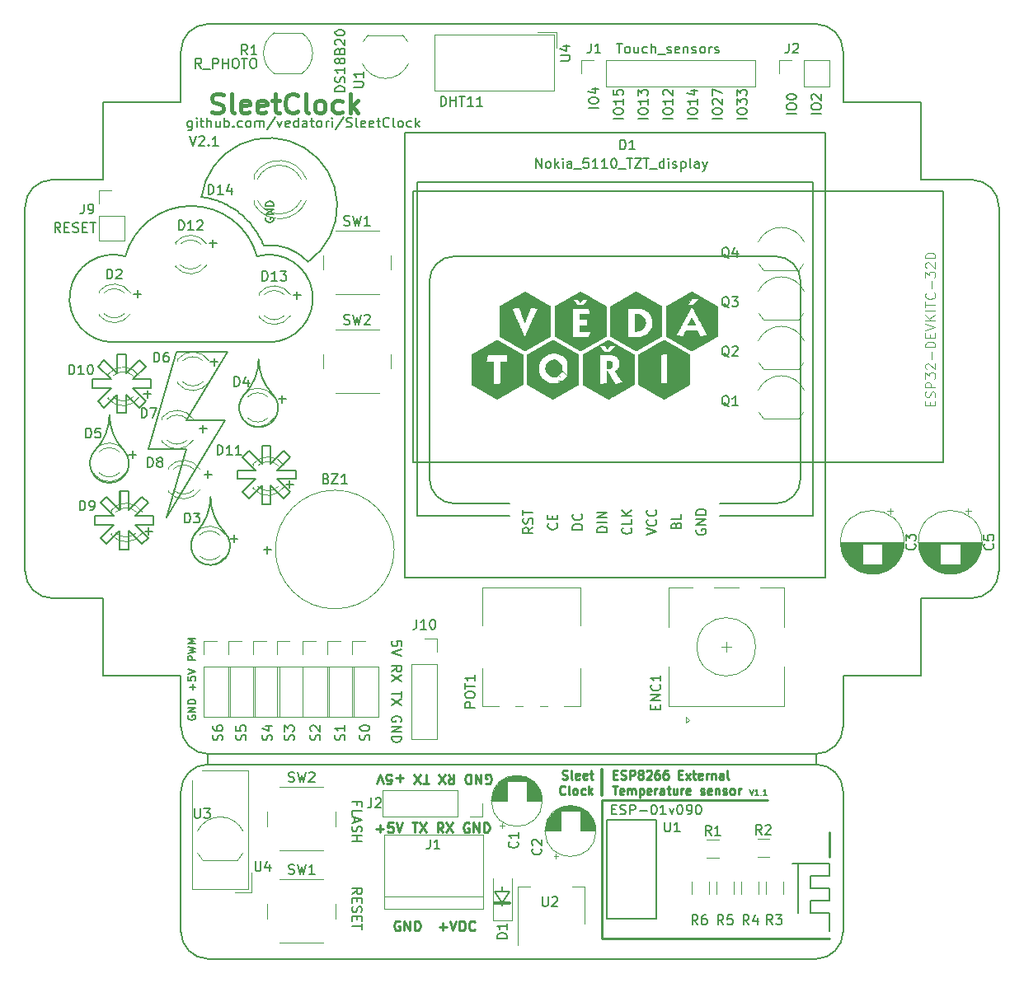
<source format=gbr>
G04 #@! TF.GenerationSoftware,KiCad,Pcbnew,(5.1.2)-1*
G04 #@! TF.CreationDate,2019-07-23T12:13:02+02:00*
G04 #@! TF.ProjectId,production,70726f64-7563-4746-996f-6e2e6b696361,rev?*
G04 #@! TF.SameCoordinates,Original*
G04 #@! TF.FileFunction,Legend,Top*
G04 #@! TF.FilePolarity,Positive*
%FSLAX46Y46*%
G04 Gerber Fmt 4.6, Leading zero omitted, Abs format (unit mm)*
G04 Created by KiCad (PCBNEW (5.1.2)-1) date 2019-07-23 12:13:02*
%MOMM*%
%LPD*%
G04 APERTURE LIST*
%ADD10C,0.150000*%
%ADD11C,0.200000*%
%ADD12C,0.400000*%
%ADD13C,0.300000*%
%ADD14C,0.225000*%
%ADD15C,0.250000*%
%ADD16C,0.120000*%
%ADD17C,0.010000*%
%ADD18C,0.127000*%
%ADD19C,0.254000*%
%ADD20C,0.152400*%
%ADD21C,0.050000*%
G04 APERTURE END LIST*
D10*
X45466000Y-97866200D02*
X45466000Y-98933000D01*
X107873800Y-97866200D02*
X107873800Y-98933000D01*
X126669800Y-79070200D02*
G75*
G02X123875800Y-81864200I-2794000J0D01*
G01*
X110667800Y-95072200D02*
G75*
G02X107873800Y-97866200I-2794000J0D01*
G01*
X45466000Y-97866200D02*
G75*
G02X42672000Y-95072200I0J2794000D01*
G01*
X29464000Y-81864200D02*
G75*
G02X26670000Y-79070200I0J2794000D01*
G01*
X26670000Y-41656000D02*
G75*
G02X29464000Y-38862000I2794000J0D01*
G01*
X42672000Y-25654000D02*
G75*
G02X45466000Y-22860000I2794000J0D01*
G01*
X107873800Y-22860000D02*
G75*
G02X110667800Y-25654000I0J-2794000D01*
G01*
X123876000Y-38862000D02*
G75*
G02X126670000Y-41656000I0J-2794000D01*
G01*
X108402380Y-32115000D02*
X107402380Y-32115000D01*
X107402380Y-31448333D02*
X107402380Y-31257857D01*
X107450000Y-31162619D01*
X107545238Y-31067380D01*
X107735714Y-31019761D01*
X108069047Y-31019761D01*
X108259523Y-31067380D01*
X108354761Y-31162619D01*
X108402380Y-31257857D01*
X108402380Y-31448333D01*
X108354761Y-31543571D01*
X108259523Y-31638809D01*
X108069047Y-31686428D01*
X107735714Y-31686428D01*
X107545238Y-31638809D01*
X107450000Y-31543571D01*
X107402380Y-31448333D01*
X107497619Y-30638809D02*
X107450000Y-30591190D01*
X107402380Y-30495952D01*
X107402380Y-30257857D01*
X107450000Y-30162619D01*
X107497619Y-30115000D01*
X107592857Y-30067380D01*
X107688095Y-30067380D01*
X107830952Y-30115000D01*
X108402380Y-30686428D01*
X108402380Y-30067380D01*
X105862380Y-32115000D02*
X104862380Y-32115000D01*
X104862380Y-31448333D02*
X104862380Y-31257857D01*
X104910000Y-31162619D01*
X105005238Y-31067380D01*
X105195714Y-31019761D01*
X105529047Y-31019761D01*
X105719523Y-31067380D01*
X105814761Y-31162619D01*
X105862380Y-31257857D01*
X105862380Y-31448333D01*
X105814761Y-31543571D01*
X105719523Y-31638809D01*
X105529047Y-31686428D01*
X105195714Y-31686428D01*
X105005238Y-31638809D01*
X104910000Y-31543571D01*
X104862380Y-31448333D01*
X104862380Y-30400714D02*
X104862380Y-30305476D01*
X104910000Y-30210238D01*
X104957619Y-30162619D01*
X105052857Y-30115000D01*
X105243333Y-30067380D01*
X105481428Y-30067380D01*
X105671904Y-30115000D01*
X105767142Y-30162619D01*
X105814761Y-30210238D01*
X105862380Y-30305476D01*
X105862380Y-30400714D01*
X105814761Y-30495952D01*
X105767142Y-30543571D01*
X105671904Y-30591190D01*
X105481428Y-30638809D01*
X105243333Y-30638809D01*
X105052857Y-30591190D01*
X104957619Y-30543571D01*
X104910000Y-30495952D01*
X104862380Y-30400714D01*
X51416000Y-42773523D02*
X51377904Y-42849714D01*
X51377904Y-42964000D01*
X51416000Y-43078285D01*
X51492190Y-43154476D01*
X51568380Y-43192571D01*
X51720761Y-43230666D01*
X51835047Y-43230666D01*
X51987428Y-43192571D01*
X52063619Y-43154476D01*
X52139809Y-43078285D01*
X52177904Y-42964000D01*
X52177904Y-42887809D01*
X52139809Y-42773523D01*
X52101714Y-42735428D01*
X51835047Y-42735428D01*
X51835047Y-42887809D01*
X52177904Y-42392571D02*
X51377904Y-42392571D01*
X52177904Y-41935428D01*
X51377904Y-41935428D01*
X52177904Y-41554476D02*
X51377904Y-41554476D01*
X51377904Y-41364000D01*
X51416000Y-41249714D01*
X51492190Y-41173523D01*
X51568380Y-41135428D01*
X51720761Y-41097333D01*
X51835047Y-41097333D01*
X51987428Y-41135428D01*
X52063619Y-41173523D01*
X52139809Y-41249714D01*
X52177904Y-41364000D01*
X52177904Y-41554476D01*
X37846047Y-50617428D02*
X38607952Y-50617428D01*
X38227000Y-50998380D02*
X38227000Y-50236476D01*
X37338047Y-67127428D02*
X38099952Y-67127428D01*
X37719000Y-67508380D02*
X37719000Y-66746476D01*
X38989047Y-75001428D02*
X39750952Y-75001428D01*
X39370000Y-75382380D02*
X39370000Y-74620476D01*
X54229047Y-50744428D02*
X54990952Y-50744428D01*
X54610000Y-51125380D02*
X54610000Y-50363476D01*
X45720047Y-57602428D02*
X46481952Y-57602428D01*
X46101000Y-57983380D02*
X46101000Y-57221476D01*
X47752047Y-75763428D02*
X48513952Y-75763428D01*
X48133000Y-76144380D02*
X48133000Y-75382476D01*
X44577047Y-64460428D02*
X45338952Y-64460428D01*
X44958000Y-64841380D02*
X44958000Y-64079476D01*
X38862047Y-60904428D02*
X39623952Y-60904428D01*
X39243000Y-61285380D02*
X39243000Y-60523476D01*
X52705047Y-61412428D02*
X53466952Y-61412428D01*
X53086000Y-61793380D02*
X53086000Y-61031476D01*
X53467047Y-70175428D02*
X54228952Y-70175428D01*
X53848000Y-70556380D02*
X53848000Y-69794476D01*
X45085047Y-69159428D02*
X45846952Y-69159428D01*
X45466000Y-69540380D02*
X45466000Y-68778476D01*
X45593047Y-45410428D02*
X46354952Y-45410428D01*
X45974000Y-45791380D02*
X45974000Y-45029476D01*
X43816428Y-32805714D02*
X43816428Y-33615238D01*
X43768809Y-33710476D01*
X43721190Y-33758095D01*
X43625952Y-33805714D01*
X43483095Y-33805714D01*
X43387857Y-33758095D01*
X43816428Y-33424761D02*
X43721190Y-33472380D01*
X43530714Y-33472380D01*
X43435476Y-33424761D01*
X43387857Y-33377142D01*
X43340238Y-33281904D01*
X43340238Y-32996190D01*
X43387857Y-32900952D01*
X43435476Y-32853333D01*
X43530714Y-32805714D01*
X43721190Y-32805714D01*
X43816428Y-32853333D01*
X44292619Y-33472380D02*
X44292619Y-32805714D01*
X44292619Y-32472380D02*
X44245000Y-32520000D01*
X44292619Y-32567619D01*
X44340238Y-32520000D01*
X44292619Y-32472380D01*
X44292619Y-32567619D01*
X44625952Y-32805714D02*
X45006904Y-32805714D01*
X44768809Y-32472380D02*
X44768809Y-33329523D01*
X44816428Y-33424761D01*
X44911666Y-33472380D01*
X45006904Y-33472380D01*
X45340238Y-33472380D02*
X45340238Y-32472380D01*
X45768809Y-33472380D02*
X45768809Y-32948571D01*
X45721190Y-32853333D01*
X45625952Y-32805714D01*
X45483095Y-32805714D01*
X45387857Y-32853333D01*
X45340238Y-32900952D01*
X46673571Y-32805714D02*
X46673571Y-33472380D01*
X46245000Y-32805714D02*
X46245000Y-33329523D01*
X46292619Y-33424761D01*
X46387857Y-33472380D01*
X46530714Y-33472380D01*
X46625952Y-33424761D01*
X46673571Y-33377142D01*
X47149761Y-33472380D02*
X47149761Y-32472380D01*
X47149761Y-32853333D02*
X47245000Y-32805714D01*
X47435476Y-32805714D01*
X47530714Y-32853333D01*
X47578333Y-32900952D01*
X47625952Y-32996190D01*
X47625952Y-33281904D01*
X47578333Y-33377142D01*
X47530714Y-33424761D01*
X47435476Y-33472380D01*
X47245000Y-33472380D01*
X47149761Y-33424761D01*
X48054523Y-33377142D02*
X48102142Y-33424761D01*
X48054523Y-33472380D01*
X48006904Y-33424761D01*
X48054523Y-33377142D01*
X48054523Y-33472380D01*
X48959285Y-33424761D02*
X48864047Y-33472380D01*
X48673571Y-33472380D01*
X48578333Y-33424761D01*
X48530714Y-33377142D01*
X48483095Y-33281904D01*
X48483095Y-32996190D01*
X48530714Y-32900952D01*
X48578333Y-32853333D01*
X48673571Y-32805714D01*
X48864047Y-32805714D01*
X48959285Y-32853333D01*
X49530714Y-33472380D02*
X49435476Y-33424761D01*
X49387857Y-33377142D01*
X49340238Y-33281904D01*
X49340238Y-32996190D01*
X49387857Y-32900952D01*
X49435476Y-32853333D01*
X49530714Y-32805714D01*
X49673571Y-32805714D01*
X49768809Y-32853333D01*
X49816428Y-32900952D01*
X49864047Y-32996190D01*
X49864047Y-33281904D01*
X49816428Y-33377142D01*
X49768809Y-33424761D01*
X49673571Y-33472380D01*
X49530714Y-33472380D01*
X50292619Y-33472380D02*
X50292619Y-32805714D01*
X50292619Y-32900952D02*
X50340238Y-32853333D01*
X50435476Y-32805714D01*
X50578333Y-32805714D01*
X50673571Y-32853333D01*
X50721190Y-32948571D01*
X50721190Y-33472380D01*
X50721190Y-32948571D02*
X50768809Y-32853333D01*
X50864047Y-32805714D01*
X51006904Y-32805714D01*
X51102142Y-32853333D01*
X51149761Y-32948571D01*
X51149761Y-33472380D01*
X52340238Y-32424761D02*
X51483095Y-33710476D01*
X52578333Y-32805714D02*
X52816428Y-33472380D01*
X53054523Y-32805714D01*
X53816428Y-33424761D02*
X53721190Y-33472380D01*
X53530714Y-33472380D01*
X53435476Y-33424761D01*
X53387857Y-33329523D01*
X53387857Y-32948571D01*
X53435476Y-32853333D01*
X53530714Y-32805714D01*
X53721190Y-32805714D01*
X53816428Y-32853333D01*
X53864047Y-32948571D01*
X53864047Y-33043809D01*
X53387857Y-33139047D01*
X54721190Y-33472380D02*
X54721190Y-32472380D01*
X54721190Y-33424761D02*
X54625952Y-33472380D01*
X54435476Y-33472380D01*
X54340238Y-33424761D01*
X54292619Y-33377142D01*
X54244999Y-33281904D01*
X54244999Y-32996190D01*
X54292619Y-32900952D01*
X54340238Y-32853333D01*
X54435476Y-32805714D01*
X54625952Y-32805714D01*
X54721190Y-32853333D01*
X55625952Y-33472380D02*
X55625952Y-32948571D01*
X55578333Y-32853333D01*
X55483095Y-32805714D01*
X55292619Y-32805714D01*
X55197380Y-32853333D01*
X55625952Y-33424761D02*
X55530714Y-33472380D01*
X55292619Y-33472380D01*
X55197380Y-33424761D01*
X55149761Y-33329523D01*
X55149761Y-33234285D01*
X55197380Y-33139047D01*
X55292619Y-33091428D01*
X55530714Y-33091428D01*
X55625952Y-33043809D01*
X55959285Y-32805714D02*
X56340238Y-32805714D01*
X56102142Y-32472380D02*
X56102142Y-33329523D01*
X56149761Y-33424761D01*
X56244999Y-33472380D01*
X56340238Y-33472380D01*
X56816428Y-33472380D02*
X56721190Y-33424761D01*
X56673571Y-33377142D01*
X56625952Y-33281904D01*
X56625952Y-32996190D01*
X56673571Y-32900952D01*
X56721190Y-32853333D01*
X56816428Y-32805714D01*
X56959285Y-32805714D01*
X57054523Y-32853333D01*
X57102142Y-32900952D01*
X57149761Y-32996190D01*
X57149761Y-33281904D01*
X57102142Y-33377142D01*
X57054523Y-33424761D01*
X56959285Y-33472380D01*
X56816428Y-33472380D01*
X57578333Y-33472380D02*
X57578333Y-32805714D01*
X57578333Y-32996190D02*
X57625952Y-32900952D01*
X57673571Y-32853333D01*
X57768809Y-32805714D01*
X57864047Y-32805714D01*
X58197380Y-33472380D02*
X58197380Y-32805714D01*
X58197380Y-32472380D02*
X58149761Y-32520000D01*
X58197380Y-32567619D01*
X58244999Y-32520000D01*
X58197380Y-32472380D01*
X58197380Y-32567619D01*
X59387857Y-32424761D02*
X58530714Y-33710476D01*
X59673571Y-33424761D02*
X59816428Y-33472380D01*
X60054523Y-33472380D01*
X60149761Y-33424761D01*
X60197380Y-33377142D01*
X60244999Y-33281904D01*
X60244999Y-33186666D01*
X60197380Y-33091428D01*
X60149761Y-33043809D01*
X60054523Y-32996190D01*
X59864047Y-32948571D01*
X59768809Y-32900952D01*
X59721190Y-32853333D01*
X59673571Y-32758095D01*
X59673571Y-32662857D01*
X59721190Y-32567619D01*
X59768809Y-32520000D01*
X59864047Y-32472380D01*
X60102142Y-32472380D01*
X60244999Y-32520000D01*
X60816428Y-33472380D02*
X60721190Y-33424761D01*
X60673571Y-33329523D01*
X60673571Y-32472380D01*
X61578333Y-33424761D02*
X61483095Y-33472380D01*
X61292619Y-33472380D01*
X61197380Y-33424761D01*
X61149761Y-33329523D01*
X61149761Y-32948571D01*
X61197380Y-32853333D01*
X61292619Y-32805714D01*
X61483095Y-32805714D01*
X61578333Y-32853333D01*
X61625952Y-32948571D01*
X61625952Y-33043809D01*
X61149761Y-33139047D01*
X62435476Y-33424761D02*
X62340238Y-33472380D01*
X62149761Y-33472380D01*
X62054523Y-33424761D01*
X62006904Y-33329523D01*
X62006904Y-32948571D01*
X62054523Y-32853333D01*
X62149761Y-32805714D01*
X62340238Y-32805714D01*
X62435476Y-32853333D01*
X62483095Y-32948571D01*
X62483095Y-33043809D01*
X62006904Y-33139047D01*
X62768809Y-32805714D02*
X63149761Y-32805714D01*
X62911666Y-32472380D02*
X62911666Y-33329523D01*
X62959285Y-33424761D01*
X63054523Y-33472380D01*
X63149761Y-33472380D01*
X64054523Y-33377142D02*
X64006904Y-33424761D01*
X63864047Y-33472380D01*
X63768809Y-33472380D01*
X63625952Y-33424761D01*
X63530714Y-33329523D01*
X63483095Y-33234285D01*
X63435476Y-33043809D01*
X63435476Y-32900952D01*
X63483095Y-32710476D01*
X63530714Y-32615238D01*
X63625952Y-32520000D01*
X63768809Y-32472380D01*
X63864047Y-32472380D01*
X64006904Y-32520000D01*
X64054523Y-32567619D01*
X64625952Y-33472380D02*
X64530714Y-33424761D01*
X64483095Y-33329523D01*
X64483095Y-32472380D01*
X65149761Y-33472380D02*
X65054523Y-33424761D01*
X65006904Y-33377142D01*
X64959285Y-33281904D01*
X64959285Y-32996190D01*
X65006904Y-32900952D01*
X65054523Y-32853333D01*
X65149761Y-32805714D01*
X65292619Y-32805714D01*
X65387857Y-32853333D01*
X65435476Y-32900952D01*
X65483095Y-32996190D01*
X65483095Y-33281904D01*
X65435476Y-33377142D01*
X65387857Y-33424761D01*
X65292619Y-33472380D01*
X65149761Y-33472380D01*
X66340238Y-33424761D02*
X66244999Y-33472380D01*
X66054523Y-33472380D01*
X65959285Y-33424761D01*
X65911666Y-33377142D01*
X65864047Y-33281904D01*
X65864047Y-32996190D01*
X65911666Y-32900952D01*
X65959285Y-32853333D01*
X66054523Y-32805714D01*
X66244999Y-32805714D01*
X66340238Y-32853333D01*
X66768809Y-33472380D02*
X66768809Y-32472380D01*
X66864047Y-33091428D02*
X67149761Y-33472380D01*
X67149761Y-32805714D02*
X66768809Y-33186666D01*
X43561190Y-34377380D02*
X43894523Y-35377380D01*
X44227857Y-34377380D01*
X44513571Y-34472619D02*
X44561190Y-34425000D01*
X44656428Y-34377380D01*
X44894523Y-34377380D01*
X44989761Y-34425000D01*
X45037380Y-34472619D01*
X45085000Y-34567857D01*
X45085000Y-34663095D01*
X45037380Y-34805952D01*
X44465952Y-35377380D01*
X45085000Y-35377380D01*
X45513571Y-35282142D02*
X45561190Y-35329761D01*
X45513571Y-35377380D01*
X45465952Y-35329761D01*
X45513571Y-35282142D01*
X45513571Y-35377380D01*
X46513571Y-35377380D02*
X45942142Y-35377380D01*
X46227857Y-35377380D02*
X46227857Y-34377380D01*
X46132619Y-34520238D01*
X46037380Y-34615476D01*
X45942142Y-34663095D01*
X100782380Y-32591190D02*
X99782380Y-32591190D01*
X99782380Y-31924523D02*
X99782380Y-31734047D01*
X99830000Y-31638809D01*
X99925238Y-31543571D01*
X100115714Y-31495952D01*
X100449047Y-31495952D01*
X100639523Y-31543571D01*
X100734761Y-31638809D01*
X100782380Y-31734047D01*
X100782380Y-31924523D01*
X100734761Y-32019761D01*
X100639523Y-32115000D01*
X100449047Y-32162619D01*
X100115714Y-32162619D01*
X99925238Y-32115000D01*
X99830000Y-32019761D01*
X99782380Y-31924523D01*
X99782380Y-31162619D02*
X99782380Y-30543571D01*
X100163333Y-30876904D01*
X100163333Y-30734047D01*
X100210952Y-30638809D01*
X100258571Y-30591190D01*
X100353809Y-30543571D01*
X100591904Y-30543571D01*
X100687142Y-30591190D01*
X100734761Y-30638809D01*
X100782380Y-30734047D01*
X100782380Y-31019761D01*
X100734761Y-31115000D01*
X100687142Y-31162619D01*
X99782380Y-30210238D02*
X99782380Y-29591190D01*
X100163333Y-29924523D01*
X100163333Y-29781666D01*
X100210952Y-29686428D01*
X100258571Y-29638809D01*
X100353809Y-29591190D01*
X100591904Y-29591190D01*
X100687142Y-29638809D01*
X100734761Y-29686428D01*
X100782380Y-29781666D01*
X100782380Y-30067380D01*
X100734761Y-30162619D01*
X100687142Y-30210238D01*
X98242380Y-32591190D02*
X97242380Y-32591190D01*
X97242380Y-31924523D02*
X97242380Y-31734047D01*
X97290000Y-31638809D01*
X97385238Y-31543571D01*
X97575714Y-31495952D01*
X97909047Y-31495952D01*
X98099523Y-31543571D01*
X98194761Y-31638809D01*
X98242380Y-31734047D01*
X98242380Y-31924523D01*
X98194761Y-32019761D01*
X98099523Y-32115000D01*
X97909047Y-32162619D01*
X97575714Y-32162619D01*
X97385238Y-32115000D01*
X97290000Y-32019761D01*
X97242380Y-31924523D01*
X97337619Y-31115000D02*
X97290000Y-31067380D01*
X97242380Y-30972142D01*
X97242380Y-30734047D01*
X97290000Y-30638809D01*
X97337619Y-30591190D01*
X97432857Y-30543571D01*
X97528095Y-30543571D01*
X97670952Y-30591190D01*
X98242380Y-31162619D01*
X98242380Y-30543571D01*
X97242380Y-30210238D02*
X97242380Y-29543571D01*
X98242380Y-29972142D01*
X95702380Y-32591190D02*
X94702380Y-32591190D01*
X94702380Y-31924523D02*
X94702380Y-31734047D01*
X94750000Y-31638809D01*
X94845238Y-31543571D01*
X95035714Y-31495952D01*
X95369047Y-31495952D01*
X95559523Y-31543571D01*
X95654761Y-31638809D01*
X95702380Y-31734047D01*
X95702380Y-31924523D01*
X95654761Y-32019761D01*
X95559523Y-32115000D01*
X95369047Y-32162619D01*
X95035714Y-32162619D01*
X94845238Y-32115000D01*
X94750000Y-32019761D01*
X94702380Y-31924523D01*
X95702380Y-30543571D02*
X95702380Y-31115000D01*
X95702380Y-30829285D02*
X94702380Y-30829285D01*
X94845238Y-30924523D01*
X94940476Y-31019761D01*
X94988095Y-31115000D01*
X95035714Y-29686428D02*
X95702380Y-29686428D01*
X94654761Y-29924523D02*
X95369047Y-30162619D01*
X95369047Y-29543571D01*
X93162380Y-32591190D02*
X92162380Y-32591190D01*
X92162380Y-31924523D02*
X92162380Y-31734047D01*
X92210000Y-31638809D01*
X92305238Y-31543571D01*
X92495714Y-31495952D01*
X92829047Y-31495952D01*
X93019523Y-31543571D01*
X93114761Y-31638809D01*
X93162380Y-31734047D01*
X93162380Y-31924523D01*
X93114761Y-32019761D01*
X93019523Y-32115000D01*
X92829047Y-32162619D01*
X92495714Y-32162619D01*
X92305238Y-32115000D01*
X92210000Y-32019761D01*
X92162380Y-31924523D01*
X93162380Y-30543571D02*
X93162380Y-31115000D01*
X93162380Y-30829285D02*
X92162380Y-30829285D01*
X92305238Y-30924523D01*
X92400476Y-31019761D01*
X92448095Y-31115000D01*
X92257619Y-30162619D02*
X92210000Y-30115000D01*
X92162380Y-30019761D01*
X92162380Y-29781666D01*
X92210000Y-29686428D01*
X92257619Y-29638809D01*
X92352857Y-29591190D01*
X92448095Y-29591190D01*
X92590952Y-29638809D01*
X93162380Y-30210238D01*
X93162380Y-29591190D01*
X90622380Y-32591190D02*
X89622380Y-32591190D01*
X89622380Y-31924523D02*
X89622380Y-31734047D01*
X89670000Y-31638809D01*
X89765238Y-31543571D01*
X89955714Y-31495952D01*
X90289047Y-31495952D01*
X90479523Y-31543571D01*
X90574761Y-31638809D01*
X90622380Y-31734047D01*
X90622380Y-31924523D01*
X90574761Y-32019761D01*
X90479523Y-32115000D01*
X90289047Y-32162619D01*
X89955714Y-32162619D01*
X89765238Y-32115000D01*
X89670000Y-32019761D01*
X89622380Y-31924523D01*
X90622380Y-30543571D02*
X90622380Y-31115000D01*
X90622380Y-30829285D02*
X89622380Y-30829285D01*
X89765238Y-30924523D01*
X89860476Y-31019761D01*
X89908095Y-31115000D01*
X89622380Y-30210238D02*
X89622380Y-29591190D01*
X90003333Y-29924523D01*
X90003333Y-29781666D01*
X90050952Y-29686428D01*
X90098571Y-29638809D01*
X90193809Y-29591190D01*
X90431904Y-29591190D01*
X90527142Y-29638809D01*
X90574761Y-29686428D01*
X90622380Y-29781666D01*
X90622380Y-30067380D01*
X90574761Y-30162619D01*
X90527142Y-30210238D01*
X88082380Y-32591190D02*
X87082380Y-32591190D01*
X87082380Y-31924523D02*
X87082380Y-31734047D01*
X87130000Y-31638809D01*
X87225238Y-31543571D01*
X87415714Y-31495952D01*
X87749047Y-31495952D01*
X87939523Y-31543571D01*
X88034761Y-31638809D01*
X88082380Y-31734047D01*
X88082380Y-31924523D01*
X88034761Y-32019761D01*
X87939523Y-32115000D01*
X87749047Y-32162619D01*
X87415714Y-32162619D01*
X87225238Y-32115000D01*
X87130000Y-32019761D01*
X87082380Y-31924523D01*
X88082380Y-30543571D02*
X88082380Y-31115000D01*
X88082380Y-30829285D02*
X87082380Y-30829285D01*
X87225238Y-30924523D01*
X87320476Y-31019761D01*
X87368095Y-31115000D01*
X87082380Y-29638809D02*
X87082380Y-30115000D01*
X87558571Y-30162619D01*
X87510952Y-30115000D01*
X87463333Y-30019761D01*
X87463333Y-29781666D01*
X87510952Y-29686428D01*
X87558571Y-29638809D01*
X87653809Y-29591190D01*
X87891904Y-29591190D01*
X87987142Y-29638809D01*
X88034761Y-29686428D01*
X88082380Y-29781666D01*
X88082380Y-30019761D01*
X88034761Y-30115000D01*
X87987142Y-30162619D01*
X85542380Y-31480000D02*
X84542380Y-31480000D01*
X84542380Y-30813333D02*
X84542380Y-30622857D01*
X84590000Y-30527619D01*
X84685238Y-30432380D01*
X84875714Y-30384761D01*
X85209047Y-30384761D01*
X85399523Y-30432380D01*
X85494761Y-30527619D01*
X85542380Y-30622857D01*
X85542380Y-30813333D01*
X85494761Y-30908571D01*
X85399523Y-31003809D01*
X85209047Y-31051428D01*
X84875714Y-31051428D01*
X84685238Y-31003809D01*
X84590000Y-30908571D01*
X84542380Y-30813333D01*
X84875714Y-29527619D02*
X85542380Y-29527619D01*
X84494761Y-29765714D02*
X85209047Y-30003809D01*
X85209047Y-29384761D01*
D11*
X51896292Y-70256546D02*
X51896292Y-72170150D01*
X50996292Y-70256546D02*
X49643170Y-71609668D01*
X50775946Y-44787634D02*
X50704171Y-44656286D01*
X50704171Y-44656286D02*
X50630123Y-44526584D01*
X50630123Y-44526584D02*
X50581481Y-44444329D01*
X51148182Y-45587537D02*
X51111884Y-45498315D01*
X50996292Y-66170150D02*
X50996292Y-68083754D01*
X51896292Y-66170150D02*
X50996292Y-66170150D01*
X49643170Y-71609668D02*
X49006774Y-70973272D01*
X51896292Y-66170150D02*
X51896292Y-68083754D01*
X53885811Y-70973272D02*
X52532688Y-69620150D01*
X50370675Y-44111549D02*
X50287138Y-43989067D01*
X50287138Y-43989067D02*
X50203220Y-43870746D01*
X50203220Y-43870746D02*
X50117694Y-43754661D01*
X50117694Y-43754661D02*
X50028733Y-43638397D01*
X50028733Y-43638397D02*
X49938674Y-43525035D01*
X49938674Y-43525035D02*
X49902872Y-43481115D01*
X50581481Y-44444329D02*
X50504084Y-44317895D01*
X50504084Y-44317895D02*
X50425695Y-44194973D01*
X50425695Y-44194973D02*
X50370675Y-44111549D01*
X49902872Y-43481115D02*
X49811532Y-43371870D01*
X49811532Y-43371870D02*
X49718550Y-43264595D01*
X49718550Y-43264595D02*
X49623191Y-43158451D01*
X49623191Y-43158451D02*
X49526762Y-43054875D01*
X49526762Y-43054875D02*
X49425310Y-42949761D01*
X49425310Y-42949761D02*
X49376849Y-42900882D01*
X53249415Y-66730631D02*
X51896292Y-68083754D01*
X53885811Y-67367027D02*
X53249415Y-66730631D01*
X51896292Y-72170150D02*
X50996292Y-72170150D01*
X54483000Y-69607000D02*
X54483000Y-68707000D01*
X50359896Y-69620150D02*
X49006774Y-70973272D01*
X47833402Y-41696250D02*
X47707116Y-41622110D01*
X47707116Y-41622110D02*
X47578132Y-41549538D01*
X47578132Y-41549538D02*
X47490097Y-41501786D01*
X51111884Y-45498315D02*
X51051285Y-45355812D01*
X51051285Y-45355812D02*
X50987091Y-45212668D01*
X50987091Y-45212668D02*
X50922386Y-45075528D01*
X50922386Y-45075528D02*
X50854149Y-44937787D01*
X50854149Y-44937787D02*
X50785718Y-44805982D01*
X50785718Y-44805982D02*
X50775946Y-44787634D01*
X54446292Y-69620150D02*
X52532688Y-69620150D01*
X46041580Y-40902004D02*
X45884460Y-40856105D01*
X45884460Y-40856105D02*
X45726449Y-40813435D01*
X45726449Y-40813435D02*
X45555683Y-40771191D01*
X45555683Y-40771191D02*
X45386244Y-40733181D01*
X45386244Y-40733181D02*
X45282079Y-40711725D01*
X53249415Y-71609668D02*
X53885811Y-70973272D01*
X53249415Y-71609668D02*
X51896292Y-70256546D01*
X50996292Y-70256546D02*
X50996292Y-72170150D01*
X50359896Y-69620150D02*
X48446292Y-69620150D01*
X48446292Y-69620150D02*
X48446292Y-68720150D01*
X51148182Y-45587537D02*
G75*
G02X55731065Y-47294573I571818J-5470194D01*
G01*
X48166182Y-41907057D02*
X48044002Y-41826978D01*
X48044002Y-41826978D02*
X47920265Y-41749074D01*
X47920265Y-41749074D02*
X47833402Y-41696250D01*
X48796616Y-42374859D02*
X48683912Y-42284013D01*
X48683912Y-42284013D02*
X48569527Y-42195180D01*
X48569527Y-42195180D02*
X48449154Y-42105206D01*
X48449154Y-42105206D02*
X48332042Y-42020984D01*
X48332042Y-42020984D02*
X48208885Y-41935803D01*
X48208885Y-41935803D02*
X48166182Y-41907057D01*
X45282079Y-40711725D02*
X45112794Y-40679909D01*
X45112794Y-40679909D02*
X44940829Y-40651434D01*
X44940829Y-40651434D02*
X44781946Y-40628531D01*
X46779416Y-41165848D02*
X46635848Y-41108049D01*
X46635848Y-41108049D02*
X46489645Y-41052467D01*
X46489645Y-41052467D02*
X46337024Y-40997897D01*
X46337024Y-40997897D02*
X46183196Y-40946386D01*
X46183196Y-40946386D02*
X46041580Y-40902004D01*
X47490097Y-41501786D02*
X47357758Y-41432647D01*
X47357758Y-41432647D02*
X47222930Y-41365400D01*
X47222930Y-41365400D02*
X47079340Y-41297224D01*
X47079340Y-41297224D02*
X46938772Y-41233826D01*
X46938772Y-41233826D02*
X46794986Y-41172308D01*
X46794986Y-41172308D02*
X46779416Y-41165848D01*
X49376849Y-42900882D02*
X49272887Y-42798795D01*
X49272887Y-42798795D02*
X49168755Y-42700176D01*
X49168755Y-42700176D02*
X49060296Y-42601126D01*
X49060296Y-42601126D02*
X48951673Y-42505497D01*
X48951673Y-42505497D02*
X48842626Y-42412926D01*
X48842626Y-42412926D02*
X48796616Y-42374859D01*
X44781946Y-40628531D02*
G75*
G02X55731065Y-47294573I6938054J-929200D01*
G01*
X53885811Y-67367027D02*
X52532688Y-68720150D01*
X54446292Y-68720150D02*
X52532688Y-68720150D01*
X36402900Y-74952267D02*
X35049777Y-76305389D01*
X35511045Y-59384349D02*
X34157923Y-58031226D01*
X36147442Y-60920745D02*
X34794319Y-62273867D01*
X37047442Y-56834349D02*
X36147442Y-56834349D01*
X37047442Y-62834349D02*
X36147442Y-62834349D01*
X35766504Y-73415871D02*
X34413381Y-72062748D01*
X37302900Y-70865871D02*
X36402900Y-70865871D01*
X37302900Y-74952267D02*
X37302900Y-76865871D01*
X35766504Y-74315871D02*
X33852900Y-74315871D01*
X39292418Y-72062748D02*
X38656022Y-71426352D01*
X38656022Y-76305389D02*
X39292418Y-75668993D01*
X35511045Y-59384349D02*
X33597442Y-59384349D01*
X35511045Y-60284349D02*
X33597442Y-60284349D01*
X39597442Y-60284349D02*
X37683838Y-60284349D01*
X38400564Y-62273867D02*
X37047442Y-60920745D01*
X37047442Y-60920745D02*
X37047442Y-62834349D01*
X35511045Y-60284349D02*
X34157923Y-61637471D01*
X36147442Y-60920745D02*
X36147442Y-62834349D01*
X38656022Y-71426352D02*
X37302900Y-72779475D01*
X36147442Y-56834349D02*
X36147442Y-58747953D01*
X35766504Y-73415871D02*
X33852900Y-73415871D01*
X37302900Y-70865871D02*
X37302900Y-72779475D01*
X34413381Y-72062748D02*
X35049777Y-71426352D01*
X39852900Y-73415871D02*
X37939296Y-73415871D01*
X39292418Y-72062748D02*
X37939296Y-73415871D01*
X39852900Y-74315871D02*
X37939296Y-74315871D01*
X49006774Y-67367027D02*
X49643170Y-66730631D01*
X38400564Y-62273867D02*
X39036960Y-61637471D01*
X35049777Y-76305389D02*
X34413381Y-75668993D01*
X37047442Y-56834349D02*
X37047442Y-58747953D01*
X36402900Y-70865871D02*
X36402900Y-72779475D01*
X50359896Y-68720150D02*
X49006774Y-67367027D01*
X39036960Y-58031226D02*
X38400564Y-57394830D01*
X39597442Y-59384349D02*
X37683838Y-59384349D01*
X35766504Y-74315871D02*
X34413381Y-75668993D01*
X38400564Y-57394830D02*
X37047442Y-58747953D01*
X39292418Y-75668993D02*
X37939296Y-74315871D01*
X34157923Y-58031226D02*
X34794319Y-57394830D01*
X36147442Y-58747953D02*
X34794319Y-57394830D01*
X33597442Y-60284349D02*
X33597442Y-59384349D01*
X39852900Y-74315871D02*
X39852900Y-73415871D01*
X39036960Y-61637471D02*
X37683838Y-60284349D01*
X39036960Y-58031226D02*
X37683838Y-59384349D01*
X50359896Y-68720150D02*
X48446292Y-68720150D01*
X38656022Y-76305389D02*
X37302900Y-74952267D01*
X36402900Y-74952267D02*
X36402900Y-76865871D01*
X34794319Y-62273867D02*
X34157923Y-61637471D01*
X39597442Y-60284349D02*
X39597442Y-59384349D01*
X36402900Y-72779475D02*
X35049777Y-71426352D01*
X37302900Y-76865871D02*
X36402900Y-76865871D01*
X33852900Y-74315871D02*
X33852900Y-73415871D01*
X50996292Y-68083754D02*
X49643170Y-66730631D01*
X50652238Y-57295179D02*
G75*
G02X49203963Y-60915868I-5249999J0D01*
G01*
X36962134Y-46732560D02*
G75*
G02X50477866Y-46732560I6757866J-1825171D01*
G01*
X36779402Y-66632923D02*
G75*
G02X35331126Y-63012233I3801724J3620690D01*
G01*
X43222427Y-66557731D02*
X41220000Y-73557731D01*
X36779403Y-66632922D02*
G75*
G02X33882850Y-66632922I-1448277J-1379311D01*
G01*
X45708079Y-71456683D02*
G75*
G02X44259803Y-75077373I-5250000J0D01*
G01*
X43220000Y-63557731D02*
X47420000Y-56557731D01*
X35331125Y-63012233D02*
G75*
G02X33882850Y-66632922I-5249999J0D01*
G01*
X41220000Y-73557731D02*
X47220000Y-63557731D01*
X50477866Y-46732560D02*
G75*
G02X51720000Y-55557731I1242134J-4325171D01*
G01*
X52100515Y-60915869D02*
G75*
G02X50652239Y-57295179I3801724J3620690D01*
G01*
X35720000Y-55557731D02*
X51720000Y-55557731D01*
X52100516Y-60915868D02*
G75*
G02X49203963Y-60915868I-1448277J-1379311D01*
G01*
X35720000Y-55557731D02*
G75*
G02X36962134Y-46732560I0J4500000D01*
G01*
X47156355Y-75077372D02*
G75*
G02X44259803Y-75077373I-1448276J-1379311D01*
G01*
X47420000Y-56557731D02*
X42220000Y-56557731D01*
X47220000Y-63557731D02*
X43220000Y-63557731D01*
X39359391Y-66557731D02*
X43222427Y-66557731D01*
X47156355Y-75077373D02*
G75*
G02X45708079Y-71456683I3801724J3620690D01*
G01*
X42220000Y-56557731D02*
X39359391Y-66557731D01*
D10*
X43415000Y-93922380D02*
X43376904Y-93998571D01*
X43376904Y-94112857D01*
X43415000Y-94227142D01*
X43491190Y-94303333D01*
X43567380Y-94341428D01*
X43719761Y-94379523D01*
X43834047Y-94379523D01*
X43986428Y-94341428D01*
X44062619Y-94303333D01*
X44138809Y-94227142D01*
X44176904Y-94112857D01*
X44176904Y-94036666D01*
X44138809Y-93922380D01*
X44100714Y-93884285D01*
X43834047Y-93884285D01*
X43834047Y-94036666D01*
X44176904Y-93541428D02*
X43376904Y-93541428D01*
X44176904Y-93084285D01*
X43376904Y-93084285D01*
X44176904Y-92703333D02*
X43376904Y-92703333D01*
X43376904Y-92512857D01*
X43415000Y-92398571D01*
X43491190Y-92322380D01*
X43567380Y-92284285D01*
X43719761Y-92246190D01*
X43834047Y-92246190D01*
X43986428Y-92284285D01*
X44062619Y-92322380D01*
X44138809Y-92398571D01*
X44176904Y-92512857D01*
X44176904Y-92703333D01*
X43872142Y-91293809D02*
X43872142Y-90684285D01*
X44176904Y-90989047D02*
X43567380Y-90989047D01*
X43376904Y-89922380D02*
X43376904Y-90303333D01*
X43757857Y-90341428D01*
X43719761Y-90303333D01*
X43681666Y-90227142D01*
X43681666Y-90036666D01*
X43719761Y-89960476D01*
X43757857Y-89922380D01*
X43834047Y-89884285D01*
X44024523Y-89884285D01*
X44100714Y-89922380D01*
X44138809Y-89960476D01*
X44176904Y-90036666D01*
X44176904Y-90227142D01*
X44138809Y-90303333D01*
X44100714Y-90341428D01*
X43376904Y-89655714D02*
X44176904Y-89389047D01*
X43376904Y-89122380D01*
X44176904Y-88246190D02*
X43376904Y-88246190D01*
X43376904Y-87941428D01*
X43415000Y-87865238D01*
X43453095Y-87827142D01*
X43529285Y-87789047D01*
X43643571Y-87789047D01*
X43719761Y-87827142D01*
X43757857Y-87865238D01*
X43795952Y-87941428D01*
X43795952Y-88246190D01*
X43376904Y-87522380D02*
X44176904Y-87331904D01*
X43605476Y-87179523D01*
X44176904Y-87027142D01*
X43376904Y-86836666D01*
X44176904Y-86531904D02*
X43376904Y-86531904D01*
X43948333Y-86265238D01*
X43376904Y-85998571D01*
X44176904Y-85998571D01*
D12*
X45863809Y-31924523D02*
X46149523Y-32019761D01*
X46625714Y-32019761D01*
X46816190Y-31924523D01*
X46911428Y-31829285D01*
X47006666Y-31638809D01*
X47006666Y-31448333D01*
X46911428Y-31257857D01*
X46816190Y-31162619D01*
X46625714Y-31067380D01*
X46244761Y-30972142D01*
X46054285Y-30876904D01*
X45959047Y-30781666D01*
X45863809Y-30591190D01*
X45863809Y-30400714D01*
X45959047Y-30210238D01*
X46054285Y-30115000D01*
X46244761Y-30019761D01*
X46720952Y-30019761D01*
X47006666Y-30115000D01*
X48149523Y-32019761D02*
X47959047Y-31924523D01*
X47863809Y-31734047D01*
X47863809Y-30019761D01*
X49673333Y-31924523D02*
X49482857Y-32019761D01*
X49101904Y-32019761D01*
X48911428Y-31924523D01*
X48816190Y-31734047D01*
X48816190Y-30972142D01*
X48911428Y-30781666D01*
X49101904Y-30686428D01*
X49482857Y-30686428D01*
X49673333Y-30781666D01*
X49768571Y-30972142D01*
X49768571Y-31162619D01*
X48816190Y-31353095D01*
X51387619Y-31924523D02*
X51197142Y-32019761D01*
X50816190Y-32019761D01*
X50625714Y-31924523D01*
X50530476Y-31734047D01*
X50530476Y-30972142D01*
X50625714Y-30781666D01*
X50816190Y-30686428D01*
X51197142Y-30686428D01*
X51387619Y-30781666D01*
X51482857Y-30972142D01*
X51482857Y-31162619D01*
X50530476Y-31353095D01*
X52054285Y-30686428D02*
X52816190Y-30686428D01*
X52340000Y-30019761D02*
X52340000Y-31734047D01*
X52435238Y-31924523D01*
X52625714Y-32019761D01*
X52816190Y-32019761D01*
X54625714Y-31829285D02*
X54530476Y-31924523D01*
X54244761Y-32019761D01*
X54054285Y-32019761D01*
X53768571Y-31924523D01*
X53578095Y-31734047D01*
X53482857Y-31543571D01*
X53387619Y-31162619D01*
X53387619Y-30876904D01*
X53482857Y-30495952D01*
X53578095Y-30305476D01*
X53768571Y-30115000D01*
X54054285Y-30019761D01*
X54244761Y-30019761D01*
X54530476Y-30115000D01*
X54625714Y-30210238D01*
X55768571Y-32019761D02*
X55578095Y-31924523D01*
X55482857Y-31734047D01*
X55482857Y-30019761D01*
X56816190Y-32019761D02*
X56625714Y-31924523D01*
X56530476Y-31829285D01*
X56435238Y-31638809D01*
X56435238Y-31067380D01*
X56530476Y-30876904D01*
X56625714Y-30781666D01*
X56816190Y-30686428D01*
X57101904Y-30686428D01*
X57292380Y-30781666D01*
X57387619Y-30876904D01*
X57482857Y-31067380D01*
X57482857Y-31638809D01*
X57387619Y-31829285D01*
X57292380Y-31924523D01*
X57101904Y-32019761D01*
X56816190Y-32019761D01*
X59197142Y-31924523D02*
X59006666Y-32019761D01*
X58625714Y-32019761D01*
X58435238Y-31924523D01*
X58340000Y-31829285D01*
X58244761Y-31638809D01*
X58244761Y-31067380D01*
X58340000Y-30876904D01*
X58435238Y-30781666D01*
X58625714Y-30686428D01*
X59006666Y-30686428D01*
X59197142Y-30781666D01*
X60054285Y-32019761D02*
X60054285Y-30019761D01*
X60244761Y-31257857D02*
X60816190Y-32019761D01*
X60816190Y-30686428D02*
X60054285Y-31448333D01*
D11*
X65317619Y-86749523D02*
X65317619Y-86273333D01*
X64841428Y-86225714D01*
X64889047Y-86273333D01*
X64936666Y-86368571D01*
X64936666Y-86606666D01*
X64889047Y-86701904D01*
X64841428Y-86749523D01*
X64746190Y-86797142D01*
X64508095Y-86797142D01*
X64412857Y-86749523D01*
X64365238Y-86701904D01*
X64317619Y-86606666D01*
X64317619Y-86368571D01*
X64365238Y-86273333D01*
X64412857Y-86225714D01*
X65317619Y-87082857D02*
X64317619Y-87416190D01*
X65317619Y-87749523D01*
X64317619Y-89416190D02*
X64793809Y-89082857D01*
X64317619Y-88844761D02*
X65317619Y-88844761D01*
X65317619Y-89225714D01*
X65270000Y-89320952D01*
X65222380Y-89368571D01*
X65127142Y-89416190D01*
X64984285Y-89416190D01*
X64889047Y-89368571D01*
X64841428Y-89320952D01*
X64793809Y-89225714D01*
X64793809Y-88844761D01*
X65317619Y-89749523D02*
X64317619Y-90416190D01*
X65317619Y-90416190D02*
X64317619Y-89749523D01*
X65317619Y-91416190D02*
X65317619Y-91987619D01*
X64317619Y-91701904D02*
X65317619Y-91701904D01*
X65317619Y-92225714D02*
X64317619Y-92892380D01*
X65317619Y-92892380D02*
X64317619Y-92225714D01*
X65270000Y-94559047D02*
X65317619Y-94463809D01*
X65317619Y-94320952D01*
X65270000Y-94178095D01*
X65174761Y-94082857D01*
X65079523Y-94035238D01*
X64889047Y-93987619D01*
X64746190Y-93987619D01*
X64555714Y-94035238D01*
X64460476Y-94082857D01*
X64365238Y-94178095D01*
X64317619Y-94320952D01*
X64317619Y-94416190D01*
X64365238Y-94559047D01*
X64412857Y-94606666D01*
X64746190Y-94606666D01*
X64746190Y-94416190D01*
X64317619Y-95035238D02*
X65317619Y-95035238D01*
X64317619Y-95606666D01*
X65317619Y-95606666D01*
X64317619Y-96082857D02*
X65317619Y-96082857D01*
X65317619Y-96320952D01*
X65270000Y-96463809D01*
X65174761Y-96559047D01*
X65079523Y-96606666D01*
X64889047Y-96654285D01*
X64746190Y-96654285D01*
X64555714Y-96606666D01*
X64460476Y-96559047D01*
X64365238Y-96463809D01*
X64317619Y-96320952D01*
X64317619Y-96082857D01*
D10*
X126669800Y-79070200D02*
X126670000Y-41656000D01*
X118670000Y-81860000D02*
X123875800Y-81864200D01*
X118670000Y-89860000D02*
X118670000Y-81860000D01*
X110670000Y-89860000D02*
X118670000Y-89860000D01*
X110667800Y-95072200D02*
X110670000Y-89860000D01*
X45466000Y-97866200D02*
X107873800Y-97866200D01*
X42670000Y-89860000D02*
X42672000Y-95072200D01*
X34670000Y-89860000D02*
X42670000Y-89860000D01*
X34670000Y-81860000D02*
X34670000Y-89860000D01*
X29464000Y-81864200D02*
X34670000Y-81860000D01*
X26670000Y-41656000D02*
X26670000Y-79070200D01*
X118670000Y-38860000D02*
X123876000Y-38862000D01*
X118670000Y-30860000D02*
X118670000Y-38860000D01*
X110670000Y-30860000D02*
X118670000Y-30860000D01*
X110667800Y-25654000D02*
X110670000Y-30860000D01*
X45466000Y-22860000D02*
X107873800Y-22860000D01*
X34670000Y-38860000D02*
X29464000Y-38862000D01*
X34670000Y-30860000D02*
X34670000Y-38860000D01*
X42670000Y-30860000D02*
X34670000Y-30860000D01*
X42672000Y-25654000D02*
X42670000Y-30860000D01*
D11*
X36490473Y-70788140D02*
X36490473Y-72701744D01*
D10*
X110667800Y-116128800D02*
G75*
G02X107873800Y-118922800I-2794000J0D01*
G01*
X45466000Y-118922800D02*
G75*
G02X42672000Y-116128800I0J2794000D01*
G01*
X42672000Y-101727000D02*
G75*
G02X45466000Y-98933000I2794000J0D01*
G01*
X107873800Y-98933000D02*
G75*
G02X110667800Y-101727000I0J-2794000D01*
G01*
X75692000Y-113411000D02*
X75692000Y-113157000D01*
X75692000Y-112014000D02*
X75692000Y-111506000D01*
X74930000Y-112014000D02*
X75692000Y-113157000D01*
X76454000Y-112014000D02*
X74930000Y-112014000D01*
X75692000Y-113157000D02*
X76454000Y-112014000D01*
D13*
X74930000Y-113157000D02*
X76454000Y-113157000D01*
D14*
X81856464Y-100414785D02*
X81985035Y-100457642D01*
X82199321Y-100457642D01*
X82285035Y-100414785D01*
X82327892Y-100371928D01*
X82370750Y-100286214D01*
X82370750Y-100200500D01*
X82327892Y-100114785D01*
X82285035Y-100071928D01*
X82199321Y-100029071D01*
X82027892Y-99986214D01*
X81942178Y-99943357D01*
X81899321Y-99900500D01*
X81856464Y-99814785D01*
X81856464Y-99729071D01*
X81899321Y-99643357D01*
X81942178Y-99600500D01*
X82027892Y-99557642D01*
X82242178Y-99557642D01*
X82370750Y-99600500D01*
X82885035Y-100457642D02*
X82799321Y-100414785D01*
X82756464Y-100329071D01*
X82756464Y-99557642D01*
X83570750Y-100414785D02*
X83485035Y-100457642D01*
X83313607Y-100457642D01*
X83227892Y-100414785D01*
X83185035Y-100329071D01*
X83185035Y-99986214D01*
X83227892Y-99900500D01*
X83313607Y-99857642D01*
X83485035Y-99857642D01*
X83570750Y-99900500D01*
X83613607Y-99986214D01*
X83613607Y-100071928D01*
X83185035Y-100157642D01*
X84342178Y-100414785D02*
X84256464Y-100457642D01*
X84085035Y-100457642D01*
X83999321Y-100414785D01*
X83956464Y-100329071D01*
X83956464Y-99986214D01*
X83999321Y-99900500D01*
X84085035Y-99857642D01*
X84256464Y-99857642D01*
X84342178Y-99900500D01*
X84385035Y-99986214D01*
X84385035Y-100071928D01*
X83956464Y-100157642D01*
X84642178Y-99857642D02*
X84985035Y-99857642D01*
X84770750Y-99557642D02*
X84770750Y-100329071D01*
X84813607Y-100414785D01*
X84899321Y-100457642D01*
X84985035Y-100457642D01*
X82113607Y-101946928D02*
X82070750Y-101989785D01*
X81942178Y-102032642D01*
X81856464Y-102032642D01*
X81727892Y-101989785D01*
X81642178Y-101904071D01*
X81599321Y-101818357D01*
X81556464Y-101646928D01*
X81556464Y-101518357D01*
X81599321Y-101346928D01*
X81642178Y-101261214D01*
X81727892Y-101175500D01*
X81856464Y-101132642D01*
X81942178Y-101132642D01*
X82070750Y-101175500D01*
X82113607Y-101218357D01*
X82627892Y-102032642D02*
X82542178Y-101989785D01*
X82499321Y-101904071D01*
X82499321Y-101132642D01*
X83099321Y-102032642D02*
X83013607Y-101989785D01*
X82970750Y-101946928D01*
X82927892Y-101861214D01*
X82927892Y-101604071D01*
X82970750Y-101518357D01*
X83013607Y-101475500D01*
X83099321Y-101432642D01*
X83227892Y-101432642D01*
X83313607Y-101475500D01*
X83356464Y-101518357D01*
X83399321Y-101604071D01*
X83399321Y-101861214D01*
X83356464Y-101946928D01*
X83313607Y-101989785D01*
X83227892Y-102032642D01*
X83099321Y-102032642D01*
X84170750Y-101989785D02*
X84085035Y-102032642D01*
X83913607Y-102032642D01*
X83827892Y-101989785D01*
X83785035Y-101946928D01*
X83742178Y-101861214D01*
X83742178Y-101604071D01*
X83785035Y-101518357D01*
X83827892Y-101475500D01*
X83913607Y-101432642D01*
X84085035Y-101432642D01*
X84170750Y-101475500D01*
X84556464Y-102032642D02*
X84556464Y-101132642D01*
X84642178Y-101689785D02*
X84899321Y-102032642D01*
X84899321Y-101432642D02*
X84556464Y-101775500D01*
D13*
X85902800Y-99441000D02*
X85902800Y-102108000D01*
D10*
X101066714Y-101525428D02*
X101266714Y-102125428D01*
X101466714Y-101525428D01*
X101981000Y-102125428D02*
X101638142Y-102125428D01*
X101809571Y-102125428D02*
X101809571Y-101525428D01*
X101752428Y-101611142D01*
X101695285Y-101668285D01*
X101638142Y-101696857D01*
X102238142Y-102068285D02*
X102266714Y-102096857D01*
X102238142Y-102125428D01*
X102209571Y-102096857D01*
X102238142Y-102068285D01*
X102238142Y-102125428D01*
X102838142Y-102125428D02*
X102495285Y-102125428D01*
X102666714Y-102125428D02*
X102666714Y-101525428D01*
X102609571Y-101611142D01*
X102552428Y-101668285D01*
X102495285Y-101696857D01*
D14*
X87101535Y-99986214D02*
X87401535Y-99986214D01*
X87530107Y-100457642D02*
X87101535Y-100457642D01*
X87101535Y-99557642D01*
X87530107Y-99557642D01*
X87872964Y-100414785D02*
X88001535Y-100457642D01*
X88215821Y-100457642D01*
X88301535Y-100414785D01*
X88344392Y-100371928D01*
X88387250Y-100286214D01*
X88387250Y-100200500D01*
X88344392Y-100114785D01*
X88301535Y-100071928D01*
X88215821Y-100029071D01*
X88044392Y-99986214D01*
X87958678Y-99943357D01*
X87915821Y-99900500D01*
X87872964Y-99814785D01*
X87872964Y-99729071D01*
X87915821Y-99643357D01*
X87958678Y-99600500D01*
X88044392Y-99557642D01*
X88258678Y-99557642D01*
X88387250Y-99600500D01*
X88772964Y-100457642D02*
X88772964Y-99557642D01*
X89115821Y-99557642D01*
X89201535Y-99600500D01*
X89244392Y-99643357D01*
X89287250Y-99729071D01*
X89287250Y-99857642D01*
X89244392Y-99943357D01*
X89201535Y-99986214D01*
X89115821Y-100029071D01*
X88772964Y-100029071D01*
X89801535Y-99943357D02*
X89715821Y-99900500D01*
X89672964Y-99857642D01*
X89630107Y-99771928D01*
X89630107Y-99729071D01*
X89672964Y-99643357D01*
X89715821Y-99600500D01*
X89801535Y-99557642D01*
X89972964Y-99557642D01*
X90058678Y-99600500D01*
X90101535Y-99643357D01*
X90144392Y-99729071D01*
X90144392Y-99771928D01*
X90101535Y-99857642D01*
X90058678Y-99900500D01*
X89972964Y-99943357D01*
X89801535Y-99943357D01*
X89715821Y-99986214D01*
X89672964Y-100029071D01*
X89630107Y-100114785D01*
X89630107Y-100286214D01*
X89672964Y-100371928D01*
X89715821Y-100414785D01*
X89801535Y-100457642D01*
X89972964Y-100457642D01*
X90058678Y-100414785D01*
X90101535Y-100371928D01*
X90144392Y-100286214D01*
X90144392Y-100114785D01*
X90101535Y-100029071D01*
X90058678Y-99986214D01*
X89972964Y-99943357D01*
X90487250Y-99643357D02*
X90530107Y-99600500D01*
X90615821Y-99557642D01*
X90830107Y-99557642D01*
X90915821Y-99600500D01*
X90958678Y-99643357D01*
X91001535Y-99729071D01*
X91001535Y-99814785D01*
X90958678Y-99943357D01*
X90444392Y-100457642D01*
X91001535Y-100457642D01*
X91772964Y-99557642D02*
X91601535Y-99557642D01*
X91515821Y-99600500D01*
X91472964Y-99643357D01*
X91387250Y-99771928D01*
X91344392Y-99943357D01*
X91344392Y-100286214D01*
X91387250Y-100371928D01*
X91430107Y-100414785D01*
X91515821Y-100457642D01*
X91687250Y-100457642D01*
X91772964Y-100414785D01*
X91815821Y-100371928D01*
X91858678Y-100286214D01*
X91858678Y-100071928D01*
X91815821Y-99986214D01*
X91772964Y-99943357D01*
X91687250Y-99900500D01*
X91515821Y-99900500D01*
X91430107Y-99943357D01*
X91387250Y-99986214D01*
X91344392Y-100071928D01*
X92630107Y-99557642D02*
X92458678Y-99557642D01*
X92372964Y-99600500D01*
X92330107Y-99643357D01*
X92244392Y-99771928D01*
X92201535Y-99943357D01*
X92201535Y-100286214D01*
X92244392Y-100371928D01*
X92287250Y-100414785D01*
X92372964Y-100457642D01*
X92544392Y-100457642D01*
X92630107Y-100414785D01*
X92672964Y-100371928D01*
X92715821Y-100286214D01*
X92715821Y-100071928D01*
X92672964Y-99986214D01*
X92630107Y-99943357D01*
X92544392Y-99900500D01*
X92372964Y-99900500D01*
X92287250Y-99943357D01*
X92244392Y-99986214D01*
X92201535Y-100071928D01*
X93787250Y-99986214D02*
X94087250Y-99986214D01*
X94215821Y-100457642D02*
X93787250Y-100457642D01*
X93787250Y-99557642D01*
X94215821Y-99557642D01*
X94515821Y-100457642D02*
X94987250Y-99857642D01*
X94515821Y-99857642D02*
X94987250Y-100457642D01*
X95201535Y-99857642D02*
X95544392Y-99857642D01*
X95330107Y-99557642D02*
X95330107Y-100329071D01*
X95372964Y-100414785D01*
X95458678Y-100457642D01*
X95544392Y-100457642D01*
X96187250Y-100414785D02*
X96101535Y-100457642D01*
X95930107Y-100457642D01*
X95844392Y-100414785D01*
X95801535Y-100329071D01*
X95801535Y-99986214D01*
X95844392Y-99900500D01*
X95930107Y-99857642D01*
X96101535Y-99857642D01*
X96187250Y-99900500D01*
X96230107Y-99986214D01*
X96230107Y-100071928D01*
X95801535Y-100157642D01*
X96615821Y-100457642D02*
X96615821Y-99857642D01*
X96615821Y-100029071D02*
X96658678Y-99943357D01*
X96701535Y-99900500D01*
X96787250Y-99857642D01*
X96872964Y-99857642D01*
X97172964Y-99857642D02*
X97172964Y-100457642D01*
X97172964Y-99943357D02*
X97215821Y-99900500D01*
X97301535Y-99857642D01*
X97430107Y-99857642D01*
X97515821Y-99900500D01*
X97558678Y-99986214D01*
X97558678Y-100457642D01*
X98372964Y-100457642D02*
X98372964Y-99986214D01*
X98330107Y-99900500D01*
X98244392Y-99857642D01*
X98072964Y-99857642D01*
X97987250Y-99900500D01*
X98372964Y-100414785D02*
X98287250Y-100457642D01*
X98072964Y-100457642D01*
X97987250Y-100414785D01*
X97944392Y-100329071D01*
X97944392Y-100243357D01*
X97987250Y-100157642D01*
X98072964Y-100114785D01*
X98287250Y-100114785D01*
X98372964Y-100071928D01*
X98930107Y-100457642D02*
X98844392Y-100414785D01*
X98801535Y-100329071D01*
X98801535Y-99557642D01*
X86972964Y-101132642D02*
X87487250Y-101132642D01*
X87230107Y-102032642D02*
X87230107Y-101132642D01*
X88130107Y-101989785D02*
X88044392Y-102032642D01*
X87872964Y-102032642D01*
X87787250Y-101989785D01*
X87744392Y-101904071D01*
X87744392Y-101561214D01*
X87787250Y-101475500D01*
X87872964Y-101432642D01*
X88044392Y-101432642D01*
X88130107Y-101475500D01*
X88172964Y-101561214D01*
X88172964Y-101646928D01*
X87744392Y-101732642D01*
X88558678Y-102032642D02*
X88558678Y-101432642D01*
X88558678Y-101518357D02*
X88601535Y-101475500D01*
X88687250Y-101432642D01*
X88815821Y-101432642D01*
X88901535Y-101475500D01*
X88944392Y-101561214D01*
X88944392Y-102032642D01*
X88944392Y-101561214D02*
X88987250Y-101475500D01*
X89072964Y-101432642D01*
X89201535Y-101432642D01*
X89287250Y-101475500D01*
X89330107Y-101561214D01*
X89330107Y-102032642D01*
X89758678Y-101432642D02*
X89758678Y-102332642D01*
X89758678Y-101475500D02*
X89844392Y-101432642D01*
X90015821Y-101432642D01*
X90101535Y-101475500D01*
X90144392Y-101518357D01*
X90187250Y-101604071D01*
X90187250Y-101861214D01*
X90144392Y-101946928D01*
X90101535Y-101989785D01*
X90015821Y-102032642D01*
X89844392Y-102032642D01*
X89758678Y-101989785D01*
X90915821Y-101989785D02*
X90830107Y-102032642D01*
X90658678Y-102032642D01*
X90572964Y-101989785D01*
X90530107Y-101904071D01*
X90530107Y-101561214D01*
X90572964Y-101475500D01*
X90658678Y-101432642D01*
X90830107Y-101432642D01*
X90915821Y-101475500D01*
X90958678Y-101561214D01*
X90958678Y-101646928D01*
X90530107Y-101732642D01*
X91344392Y-102032642D02*
X91344392Y-101432642D01*
X91344392Y-101604071D02*
X91387250Y-101518357D01*
X91430107Y-101475500D01*
X91515821Y-101432642D01*
X91601535Y-101432642D01*
X92287250Y-102032642D02*
X92287250Y-101561214D01*
X92244392Y-101475500D01*
X92158678Y-101432642D01*
X91987250Y-101432642D01*
X91901535Y-101475500D01*
X92287250Y-101989785D02*
X92201535Y-102032642D01*
X91987250Y-102032642D01*
X91901535Y-101989785D01*
X91858678Y-101904071D01*
X91858678Y-101818357D01*
X91901535Y-101732642D01*
X91987250Y-101689785D01*
X92201535Y-101689785D01*
X92287250Y-101646928D01*
X92587250Y-101432642D02*
X92930107Y-101432642D01*
X92715821Y-101132642D02*
X92715821Y-101904071D01*
X92758678Y-101989785D01*
X92844392Y-102032642D01*
X92930107Y-102032642D01*
X93615821Y-101432642D02*
X93615821Y-102032642D01*
X93230107Y-101432642D02*
X93230107Y-101904071D01*
X93272964Y-101989785D01*
X93358678Y-102032642D01*
X93487250Y-102032642D01*
X93572964Y-101989785D01*
X93615821Y-101946928D01*
X94044392Y-102032642D02*
X94044392Y-101432642D01*
X94044392Y-101604071D02*
X94087250Y-101518357D01*
X94130107Y-101475500D01*
X94215821Y-101432642D01*
X94301535Y-101432642D01*
X94944392Y-101989785D02*
X94858678Y-102032642D01*
X94687250Y-102032642D01*
X94601535Y-101989785D01*
X94558678Y-101904071D01*
X94558678Y-101561214D01*
X94601535Y-101475500D01*
X94687250Y-101432642D01*
X94858678Y-101432642D01*
X94944392Y-101475500D01*
X94987250Y-101561214D01*
X94987250Y-101646928D01*
X94558678Y-101732642D01*
X96015821Y-101989785D02*
X96101535Y-102032642D01*
X96272964Y-102032642D01*
X96358678Y-101989785D01*
X96401535Y-101904071D01*
X96401535Y-101861214D01*
X96358678Y-101775500D01*
X96272964Y-101732642D01*
X96144392Y-101732642D01*
X96058678Y-101689785D01*
X96015821Y-101604071D01*
X96015821Y-101561214D01*
X96058678Y-101475500D01*
X96144392Y-101432642D01*
X96272964Y-101432642D01*
X96358678Y-101475500D01*
X97130107Y-101989785D02*
X97044392Y-102032642D01*
X96872964Y-102032642D01*
X96787250Y-101989785D01*
X96744392Y-101904071D01*
X96744392Y-101561214D01*
X96787250Y-101475500D01*
X96872964Y-101432642D01*
X97044392Y-101432642D01*
X97130107Y-101475500D01*
X97172964Y-101561214D01*
X97172964Y-101646928D01*
X96744392Y-101732642D01*
X97558678Y-101432642D02*
X97558678Y-102032642D01*
X97558678Y-101518357D02*
X97601535Y-101475500D01*
X97687250Y-101432642D01*
X97815821Y-101432642D01*
X97901535Y-101475500D01*
X97944392Y-101561214D01*
X97944392Y-102032642D01*
X98330107Y-101989785D02*
X98415821Y-102032642D01*
X98587250Y-102032642D01*
X98672964Y-101989785D01*
X98715821Y-101904071D01*
X98715821Y-101861214D01*
X98672964Y-101775500D01*
X98587250Y-101732642D01*
X98458678Y-101732642D01*
X98372964Y-101689785D01*
X98330107Y-101604071D01*
X98330107Y-101561214D01*
X98372964Y-101475500D01*
X98458678Y-101432642D01*
X98587250Y-101432642D01*
X98672964Y-101475500D01*
X99230107Y-102032642D02*
X99144392Y-101989785D01*
X99101535Y-101946928D01*
X99058678Y-101861214D01*
X99058678Y-101604071D01*
X99101535Y-101518357D01*
X99144392Y-101475500D01*
X99230107Y-101432642D01*
X99358678Y-101432642D01*
X99444392Y-101475500D01*
X99487250Y-101518357D01*
X99530107Y-101604071D01*
X99530107Y-101861214D01*
X99487250Y-101946928D01*
X99444392Y-101989785D01*
X99358678Y-102032642D01*
X99230107Y-102032642D01*
X99915821Y-102032642D02*
X99915821Y-101432642D01*
X99915821Y-101604071D02*
X99958678Y-101518357D01*
X100001535Y-101475500D01*
X100087250Y-101432642D01*
X100172964Y-101432642D01*
D15*
X65135571Y-115070000D02*
X65040333Y-115022380D01*
X64897476Y-115022380D01*
X64754619Y-115070000D01*
X64659380Y-115165238D01*
X64611761Y-115260476D01*
X64564142Y-115450952D01*
X64564142Y-115593809D01*
X64611761Y-115784285D01*
X64659380Y-115879523D01*
X64754619Y-115974761D01*
X64897476Y-116022380D01*
X64992714Y-116022380D01*
X65135571Y-115974761D01*
X65183190Y-115927142D01*
X65183190Y-115593809D01*
X64992714Y-115593809D01*
X65611761Y-116022380D02*
X65611761Y-115022380D01*
X66183190Y-116022380D01*
X66183190Y-115022380D01*
X66659380Y-116022380D02*
X66659380Y-115022380D01*
X66897476Y-115022380D01*
X67040333Y-115070000D01*
X67135571Y-115165238D01*
X67183190Y-115260476D01*
X67230809Y-115450952D01*
X67230809Y-115593809D01*
X67183190Y-115784285D01*
X67135571Y-115879523D01*
X67040333Y-115974761D01*
X66897476Y-116022380D01*
X66659380Y-116022380D01*
X69183190Y-115641428D02*
X69945095Y-115641428D01*
X69564142Y-116022380D02*
X69564142Y-115260476D01*
X70278428Y-115022380D02*
X70611761Y-116022380D01*
X70945095Y-115022380D01*
X71278428Y-116022380D02*
X71278428Y-115022380D01*
X71516523Y-115022380D01*
X71659380Y-115070000D01*
X71754619Y-115165238D01*
X71802238Y-115260476D01*
X71849857Y-115450952D01*
X71849857Y-115593809D01*
X71802238Y-115784285D01*
X71754619Y-115879523D01*
X71659380Y-115974761D01*
X71516523Y-116022380D01*
X71278428Y-116022380D01*
X72849857Y-115927142D02*
X72802238Y-115974761D01*
X72659380Y-116022380D01*
X72564142Y-116022380D01*
X72421285Y-115974761D01*
X72326047Y-115879523D01*
X72278428Y-115784285D01*
X72230809Y-115593809D01*
X72230809Y-115450952D01*
X72278428Y-115260476D01*
X72326047Y-115165238D01*
X72421285Y-115070000D01*
X72564142Y-115022380D01*
X72659380Y-115022380D01*
X72802238Y-115070000D01*
X72849857Y-115117619D01*
D10*
X42672000Y-116128800D02*
X42672000Y-101727000D01*
X107873800Y-118922800D02*
X45466000Y-118922800D01*
X110667800Y-101727000D02*
X110667800Y-116128800D01*
X45466000Y-98933000D02*
X107873800Y-98933000D01*
D15*
X73968904Y-100903000D02*
X74064142Y-100950619D01*
X74207000Y-100950619D01*
X74349857Y-100903000D01*
X74445095Y-100807761D01*
X74492714Y-100712523D01*
X74540333Y-100522047D01*
X74540333Y-100379190D01*
X74492714Y-100188714D01*
X74445095Y-100093476D01*
X74349857Y-99998238D01*
X74207000Y-99950619D01*
X74111761Y-99950619D01*
X73968904Y-99998238D01*
X73921285Y-100045857D01*
X73921285Y-100379190D01*
X74111761Y-100379190D01*
X73492714Y-99950619D02*
X73492714Y-100950619D01*
X72921285Y-99950619D01*
X72921285Y-100950619D01*
X72445095Y-99950619D02*
X72445095Y-100950619D01*
X72207000Y-100950619D01*
X72064142Y-100903000D01*
X71968904Y-100807761D01*
X71921285Y-100712523D01*
X71873666Y-100522047D01*
X71873666Y-100379190D01*
X71921285Y-100188714D01*
X71968904Y-100093476D01*
X72064142Y-99998238D01*
X72207000Y-99950619D01*
X72445095Y-99950619D01*
X70111761Y-99950619D02*
X70445095Y-100426809D01*
X70683190Y-99950619D02*
X70683190Y-100950619D01*
X70302238Y-100950619D01*
X70207000Y-100903000D01*
X70159380Y-100855380D01*
X70111761Y-100760142D01*
X70111761Y-100617285D01*
X70159380Y-100522047D01*
X70207000Y-100474428D01*
X70302238Y-100426809D01*
X70683190Y-100426809D01*
X69778428Y-100950619D02*
X69111761Y-99950619D01*
X69111761Y-100950619D02*
X69778428Y-99950619D01*
X68111761Y-100950619D02*
X67540333Y-100950619D01*
X67826047Y-99950619D02*
X67826047Y-100950619D01*
X67302238Y-100950619D02*
X66635571Y-99950619D01*
X66635571Y-100950619D02*
X67302238Y-99950619D01*
X65492714Y-100331571D02*
X64730809Y-100331571D01*
X65111761Y-99950619D02*
X65111761Y-100712523D01*
X63778428Y-100950619D02*
X64254619Y-100950619D01*
X64302238Y-100474428D01*
X64254619Y-100522047D01*
X64159380Y-100569666D01*
X63921285Y-100569666D01*
X63826047Y-100522047D01*
X63778428Y-100474428D01*
X63730809Y-100379190D01*
X63730809Y-100141095D01*
X63778428Y-100045857D01*
X63826047Y-99998238D01*
X63921285Y-99950619D01*
X64159380Y-99950619D01*
X64254619Y-99998238D01*
X64302238Y-100045857D01*
X63445095Y-100950619D02*
X63111761Y-99950619D01*
X62778428Y-100950619D01*
X62726285Y-105554428D02*
X63488190Y-105554428D01*
X63107238Y-105935380D02*
X63107238Y-105173476D01*
X64440571Y-104935380D02*
X63964380Y-104935380D01*
X63916761Y-105411571D01*
X63964380Y-105363952D01*
X64059619Y-105316333D01*
X64297714Y-105316333D01*
X64392952Y-105363952D01*
X64440571Y-105411571D01*
X64488190Y-105506809D01*
X64488190Y-105744904D01*
X64440571Y-105840142D01*
X64392952Y-105887761D01*
X64297714Y-105935380D01*
X64059619Y-105935380D01*
X63964380Y-105887761D01*
X63916761Y-105840142D01*
X64773904Y-104935380D02*
X65107238Y-105935380D01*
X65440571Y-104935380D01*
X66392952Y-104935380D02*
X66964380Y-104935380D01*
X66678666Y-105935380D02*
X66678666Y-104935380D01*
X67202476Y-104935380D02*
X67869142Y-105935380D01*
X67869142Y-104935380D02*
X67202476Y-105935380D01*
X69583428Y-105935380D02*
X69250095Y-105459190D01*
X69012000Y-105935380D02*
X69012000Y-104935380D01*
X69392952Y-104935380D01*
X69488190Y-104983000D01*
X69535809Y-105030619D01*
X69583428Y-105125857D01*
X69583428Y-105268714D01*
X69535809Y-105363952D01*
X69488190Y-105411571D01*
X69392952Y-105459190D01*
X69012000Y-105459190D01*
X69916761Y-104935380D02*
X70583428Y-105935380D01*
X70583428Y-104935380D02*
X69916761Y-105935380D01*
X72250095Y-104983000D02*
X72154857Y-104935380D01*
X72012000Y-104935380D01*
X71869142Y-104983000D01*
X71773904Y-105078238D01*
X71726285Y-105173476D01*
X71678666Y-105363952D01*
X71678666Y-105506809D01*
X71726285Y-105697285D01*
X71773904Y-105792523D01*
X71869142Y-105887761D01*
X72012000Y-105935380D01*
X72107238Y-105935380D01*
X72250095Y-105887761D01*
X72297714Y-105840142D01*
X72297714Y-105506809D01*
X72107238Y-105506809D01*
X72726285Y-105935380D02*
X72726285Y-104935380D01*
X73297714Y-105935380D01*
X73297714Y-104935380D01*
X73773904Y-105935380D02*
X73773904Y-104935380D01*
X74012000Y-104935380D01*
X74154857Y-104983000D01*
X74250095Y-105078238D01*
X74297714Y-105173476D01*
X74345333Y-105363952D01*
X74345333Y-105506809D01*
X74297714Y-105697285D01*
X74250095Y-105792523D01*
X74154857Y-105887761D01*
X74012000Y-105935380D01*
X73773904Y-105935380D01*
D16*
X49872000Y-112073000D02*
X48262000Y-112073000D01*
X49872000Y-112073000D02*
X49872000Y-110073000D01*
X49592000Y-99533000D02*
X49592000Y-111783000D01*
X44807000Y-99533000D02*
X49592000Y-99533000D01*
X43832000Y-111793000D02*
X43832000Y-100583000D01*
X49582000Y-111793000D02*
X43842000Y-111793000D01*
D17*
G36*
X89369900Y-52665148D02*
G01*
X89484120Y-52667981D01*
X89586572Y-52676737D01*
X89678988Y-52692010D01*
X89763102Y-52714398D01*
X89840647Y-52744494D01*
X89913356Y-52782895D01*
X89982961Y-52830195D01*
X90051197Y-52886991D01*
X90072124Y-52906412D01*
X90150560Y-52990166D01*
X90215939Y-53079940D01*
X90268088Y-53175341D01*
X90306837Y-53275977D01*
X90332013Y-53381454D01*
X90343444Y-53491382D01*
X90344171Y-53527754D01*
X90337299Y-53639733D01*
X90316737Y-53746940D01*
X90282569Y-53849185D01*
X90234876Y-53946280D01*
X90173742Y-54038035D01*
X90099248Y-54124260D01*
X90072735Y-54150527D01*
X90003887Y-54211145D01*
X89933833Y-54261901D01*
X89860875Y-54303382D01*
X89783314Y-54336175D01*
X89699455Y-54360867D01*
X89607598Y-54378044D01*
X89506046Y-54388294D01*
X89393102Y-54392204D01*
X89373528Y-54392280D01*
X89262857Y-54392286D01*
X89262857Y-52665086D01*
X89369900Y-52665148D01*
X89369900Y-52665148D01*
G37*
X89369900Y-52665148D02*
X89484120Y-52667981D01*
X89586572Y-52676737D01*
X89678988Y-52692010D01*
X89763102Y-52714398D01*
X89840647Y-52744494D01*
X89913356Y-52782895D01*
X89982961Y-52830195D01*
X90051197Y-52886991D01*
X90072124Y-52906412D01*
X90150560Y-52990166D01*
X90215939Y-53079940D01*
X90268088Y-53175341D01*
X90306837Y-53275977D01*
X90332013Y-53381454D01*
X90343444Y-53491382D01*
X90344171Y-53527754D01*
X90337299Y-53639733D01*
X90316737Y-53746940D01*
X90282569Y-53849185D01*
X90234876Y-53946280D01*
X90173742Y-54038035D01*
X90099248Y-54124260D01*
X90072735Y-54150527D01*
X90003887Y-54211145D01*
X89933833Y-54261901D01*
X89860875Y-54303382D01*
X89783314Y-54336175D01*
X89699455Y-54360867D01*
X89607598Y-54378044D01*
X89506046Y-54388294D01*
X89393102Y-54392204D01*
X89373528Y-54392280D01*
X89262857Y-54392286D01*
X89262857Y-52665086D01*
X89369900Y-52665148D01*
G36*
X95097105Y-53050375D02*
G01*
X95106911Y-53067812D01*
X95122291Y-53095611D01*
X95142583Y-53132568D01*
X95167129Y-53177478D01*
X95195269Y-53229135D01*
X95226342Y-53286335D01*
X95259690Y-53347873D01*
X95266357Y-53360193D01*
X95300998Y-53424219D01*
X95334221Y-53485617D01*
X95365250Y-53542956D01*
X95393309Y-53594799D01*
X95417620Y-53639714D01*
X95437410Y-53676267D01*
X95451900Y-53703023D01*
X95460316Y-53718549D01*
X95460662Y-53719186D01*
X95483319Y-53760915D01*
X94705102Y-53760915D01*
X94722723Y-53730072D01*
X94729579Y-53717715D01*
X94742580Y-53693929D01*
X94760996Y-53660067D01*
X94784094Y-53617481D01*
X94811141Y-53567523D01*
X94841404Y-53511546D01*
X94874152Y-53450900D01*
X94908651Y-53386939D01*
X94916349Y-53372658D01*
X94950476Y-53309347D01*
X94982468Y-53250021D01*
X95011673Y-53195884D01*
X95037441Y-53148141D01*
X95059123Y-53107995D01*
X95076069Y-53076650D01*
X95087627Y-53055311D01*
X95093149Y-53045181D01*
X95093532Y-53044508D01*
X95097105Y-53050375D01*
X95097105Y-53050375D01*
G37*
X95097105Y-53050375D02*
X95106911Y-53067812D01*
X95122291Y-53095611D01*
X95142583Y-53132568D01*
X95167129Y-53177478D01*
X95195269Y-53229135D01*
X95226342Y-53286335D01*
X95259690Y-53347873D01*
X95266357Y-53360193D01*
X95300998Y-53424219D01*
X95334221Y-53485617D01*
X95365250Y-53542956D01*
X95393309Y-53594799D01*
X95417620Y-53639714D01*
X95437410Y-53676267D01*
X95451900Y-53703023D01*
X95460316Y-53718549D01*
X95460662Y-53719186D01*
X95483319Y-53760915D01*
X94705102Y-53760915D01*
X94722723Y-53730072D01*
X94729579Y-53717715D01*
X94742580Y-53693929D01*
X94760996Y-53660067D01*
X94784094Y-53617481D01*
X94811141Y-53567523D01*
X94841404Y-53511546D01*
X94874152Y-53450900D01*
X94908651Y-53386939D01*
X94916349Y-53372658D01*
X94950476Y-53309347D01*
X94982468Y-53250021D01*
X95011673Y-53195884D01*
X95037441Y-53148141D01*
X95059123Y-53107995D01*
X95076069Y-53076650D01*
X95087627Y-53055311D01*
X95093149Y-53045181D01*
X95093532Y-53044508D01*
X95097105Y-53050375D01*
G36*
X86543795Y-57451686D02*
G01*
X86633133Y-57464167D01*
X86710867Y-57485067D01*
X86777165Y-57514466D01*
X86832192Y-57552444D01*
X86876115Y-57599082D01*
X86909099Y-57654460D01*
X86918581Y-57677224D01*
X86932528Y-57726895D01*
X86941416Y-57785319D01*
X86944781Y-57847479D01*
X86942159Y-57908361D01*
X86940984Y-57919054D01*
X86928574Y-57990284D01*
X86909429Y-58050655D01*
X86882406Y-58102704D01*
X86846361Y-58148965D01*
X86829614Y-58165984D01*
X86784668Y-58203267D01*
X86735242Y-58232390D01*
X86679315Y-58254044D01*
X86614866Y-58268920D01*
X86539875Y-58277709D01*
X86496071Y-58280102D01*
X86389028Y-58284087D01*
X86389028Y-57447543D01*
X86442688Y-57447543D01*
X86543795Y-57451686D01*
X86543795Y-57451686D01*
G37*
X86543795Y-57451686D02*
X86633133Y-57464167D01*
X86710867Y-57485067D01*
X86777165Y-57514466D01*
X86832192Y-57552444D01*
X86876115Y-57599082D01*
X86909099Y-57654460D01*
X86918581Y-57677224D01*
X86932528Y-57726895D01*
X86941416Y-57785319D01*
X86944781Y-57847479D01*
X86942159Y-57908361D01*
X86940984Y-57919054D01*
X86928574Y-57990284D01*
X86909429Y-58050655D01*
X86882406Y-58102704D01*
X86846361Y-58148965D01*
X86829614Y-58165984D01*
X86784668Y-58203267D01*
X86735242Y-58232390D01*
X86679315Y-58254044D01*
X86614866Y-58268920D01*
X86539875Y-58277709D01*
X86496071Y-58280102D01*
X86389028Y-58284087D01*
X86389028Y-57447543D01*
X86442688Y-57447543D01*
X86543795Y-57451686D01*
G36*
X81017563Y-57351964D02*
G01*
X81118669Y-57369867D01*
X81174370Y-57385866D01*
X81272493Y-57425535D01*
X81365156Y-57477780D01*
X81451304Y-57541348D01*
X81529884Y-57614985D01*
X81599841Y-57697437D01*
X81660122Y-57787452D01*
X81709673Y-57883776D01*
X81747440Y-57985156D01*
X81772369Y-58090339D01*
X81773743Y-58098671D01*
X81778009Y-58137502D01*
X81780426Y-58185601D01*
X81780994Y-58237840D01*
X81779713Y-58289090D01*
X81776583Y-58334222D01*
X81773743Y-58356701D01*
X81749788Y-58461797D01*
X81712414Y-58564511D01*
X81662703Y-58663071D01*
X81601739Y-58755705D01*
X81530604Y-58840643D01*
X81450381Y-58916112D01*
X81414633Y-58944266D01*
X81357104Y-58982581D01*
X81291313Y-59018829D01*
X81222396Y-59050536D01*
X81155493Y-59075226D01*
X81123971Y-59084276D01*
X81072946Y-59094550D01*
X81014483Y-59101955D01*
X80953456Y-59106202D01*
X80894736Y-59107004D01*
X80843196Y-59104070D01*
X80826428Y-59101904D01*
X80721199Y-59078268D01*
X80620488Y-59041291D01*
X80525249Y-58991699D01*
X80436434Y-58930221D01*
X80354995Y-58857584D01*
X80281885Y-58774516D01*
X80218056Y-58681745D01*
X80176415Y-58605351D01*
X80132265Y-58499754D01*
X80102590Y-58393387D01*
X80087389Y-58286552D01*
X80086663Y-58179551D01*
X80100412Y-58072686D01*
X80128635Y-57966259D01*
X80171333Y-57860571D01*
X80176415Y-57850021D01*
X80231563Y-57751825D01*
X80295825Y-57663136D01*
X80368199Y-57584422D01*
X80447680Y-57516150D01*
X80533264Y-57458787D01*
X80623945Y-57412801D01*
X80718720Y-57378659D01*
X80816584Y-57356827D01*
X80916533Y-57347773D01*
X81017563Y-57351964D01*
X81017563Y-57351964D01*
G37*
X81017563Y-57351964D02*
X81118669Y-57369867D01*
X81174370Y-57385866D01*
X81272493Y-57425535D01*
X81365156Y-57477780D01*
X81451304Y-57541348D01*
X81529884Y-57614985D01*
X81599841Y-57697437D01*
X81660122Y-57787452D01*
X81709673Y-57883776D01*
X81747440Y-57985156D01*
X81772369Y-58090339D01*
X81773743Y-58098671D01*
X81778009Y-58137502D01*
X81780426Y-58185601D01*
X81780994Y-58237840D01*
X81779713Y-58289090D01*
X81776583Y-58334222D01*
X81773743Y-58356701D01*
X81749788Y-58461797D01*
X81712414Y-58564511D01*
X81662703Y-58663071D01*
X81601739Y-58755705D01*
X81530604Y-58840643D01*
X81450381Y-58916112D01*
X81414633Y-58944266D01*
X81357104Y-58982581D01*
X81291313Y-59018829D01*
X81222396Y-59050536D01*
X81155493Y-59075226D01*
X81123971Y-59084276D01*
X81072946Y-59094550D01*
X81014483Y-59101955D01*
X80953456Y-59106202D01*
X80894736Y-59107004D01*
X80843196Y-59104070D01*
X80826428Y-59101904D01*
X80721199Y-59078268D01*
X80620488Y-59041291D01*
X80525249Y-58991699D01*
X80436434Y-58930221D01*
X80354995Y-58857584D01*
X80281885Y-58774516D01*
X80218056Y-58681745D01*
X80176415Y-58605351D01*
X80132265Y-58499754D01*
X80102590Y-58393387D01*
X80087389Y-58286552D01*
X80086663Y-58179551D01*
X80100412Y-58072686D01*
X80128635Y-57966259D01*
X80171333Y-57860571D01*
X80176415Y-57850021D01*
X80231563Y-57751825D01*
X80295825Y-57663136D01*
X80368199Y-57584422D01*
X80447680Y-57516150D01*
X80533264Y-57458787D01*
X80623945Y-57412801D01*
X80718720Y-57378659D01*
X80816584Y-57356827D01*
X80916533Y-57347773D01*
X81017563Y-57351964D01*
G36*
X89405803Y-50375540D02*
G01*
X89429574Y-50385190D01*
X89450593Y-50396410D01*
X89480165Y-50413761D01*
X89512168Y-50431890D01*
X89530202Y-50441767D01*
X89554649Y-50454937D01*
X89575472Y-50466364D01*
X89596123Y-50478011D01*
X89620054Y-50491843D01*
X89650716Y-50509823D01*
X89676514Y-50525034D01*
X89707588Y-50543250D01*
X89736742Y-50560124D01*
X89760069Y-50573404D01*
X89770857Y-50579368D01*
X89790254Y-50590476D01*
X89805352Y-50600284D01*
X89807143Y-50601638D01*
X89819009Y-50609321D01*
X89839284Y-50620895D01*
X89861571Y-50632801D01*
X89886363Y-50646173D01*
X89918737Y-50664388D01*
X89953891Y-50684715D01*
X89977686Y-50698802D01*
X90011916Y-50718969D01*
X90046743Y-50738925D01*
X90077366Y-50755946D01*
X90093800Y-50764691D01*
X90117817Y-50777585D01*
X90137634Y-50789160D01*
X90148228Y-50796362D01*
X90160274Y-50804655D01*
X90180361Y-50816692D01*
X90199028Y-50827082D01*
X90223245Y-50840438D01*
X90254761Y-50858273D01*
X90288402Y-50877644D01*
X90304257Y-50886902D01*
X90345027Y-50910742D01*
X90380518Y-50931231D01*
X90416819Y-50951856D01*
X90457998Y-50974977D01*
X90479078Y-50987241D01*
X90503482Y-51002069D01*
X90510468Y-51006439D01*
X90528444Y-51017313D01*
X90540911Y-51023980D01*
X90543743Y-51024972D01*
X90551596Y-51028571D01*
X90567320Y-51037761D01*
X90578358Y-51044690D01*
X90602758Y-51059777D01*
X90627225Y-51074025D01*
X90634457Y-51077996D01*
X90656936Y-51090339D01*
X90686231Y-51106865D01*
X90719270Y-51125792D01*
X90752983Y-51145336D01*
X90784299Y-51163713D01*
X90810148Y-51179141D01*
X90827459Y-51189835D01*
X90830842Y-51192067D01*
X90847102Y-51202218D01*
X90870700Y-51215808D01*
X90892528Y-51227743D01*
X90916340Y-51240722D01*
X90948299Y-51258564D01*
X90984021Y-51278804D01*
X91015457Y-51296854D01*
X91050940Y-51317335D01*
X91086621Y-51337856D01*
X91118076Y-51355877D01*
X91138828Y-51367696D01*
X91160975Y-51380341D01*
X91192074Y-51398234D01*
X91228542Y-51419304D01*
X91266796Y-51441485D01*
X91280343Y-51449361D01*
X91316516Y-51470372D01*
X91350414Y-51490000D01*
X91379061Y-51506528D01*
X91399485Y-51518236D01*
X91405209Y-51521480D01*
X91423731Y-51532040D01*
X91450260Y-51547341D01*
X91480519Y-51564896D01*
X91510230Y-51582219D01*
X91535117Y-51596824D01*
X91548857Y-51604987D01*
X91559118Y-51610948D01*
X91579182Y-51622438D01*
X91606217Y-51637840D01*
X91637392Y-51655539D01*
X91639571Y-51656774D01*
X91693242Y-51687215D01*
X91737310Y-51712287D01*
X91774819Y-51733741D01*
X91808814Y-51753328D01*
X91842340Y-51772801D01*
X91878442Y-51793910D01*
X91901844Y-51807642D01*
X91934629Y-51826735D01*
X91963628Y-51843319D01*
X91986206Y-51855910D01*
X91999729Y-51863024D01*
X92001630Y-51863870D01*
X92002979Y-51865228D01*
X92004222Y-51868605D01*
X92005362Y-51874574D01*
X92006403Y-51883707D01*
X92007350Y-51896578D01*
X92008207Y-51913757D01*
X92008979Y-51935817D01*
X92009671Y-51963332D01*
X92010285Y-51996873D01*
X92010828Y-52037012D01*
X92011303Y-52084323D01*
X92011714Y-52139377D01*
X92012067Y-52202747D01*
X92012365Y-52275006D01*
X92012612Y-52356725D01*
X92012814Y-52448478D01*
X92012975Y-52550836D01*
X92013098Y-52664373D01*
X92013189Y-52789660D01*
X92013252Y-52927269D01*
X92013290Y-53077774D01*
X92013310Y-53241747D01*
X92013314Y-53388176D01*
X92013310Y-53563209D01*
X92013294Y-53724306D01*
X92013261Y-53872045D01*
X92013206Y-54007005D01*
X92013126Y-54129763D01*
X92013014Y-54240898D01*
X92012866Y-54340987D01*
X92012678Y-54430610D01*
X92012444Y-54510345D01*
X92012159Y-54580768D01*
X92011820Y-54642460D01*
X92011420Y-54695998D01*
X92010956Y-54741959D01*
X92010421Y-54780923D01*
X92009813Y-54813468D01*
X92009125Y-54840172D01*
X92008353Y-54861612D01*
X92007492Y-54878368D01*
X92006537Y-54891017D01*
X92005484Y-54900138D01*
X92004327Y-54906309D01*
X92003063Y-54910108D01*
X92001685Y-54912113D01*
X92000614Y-54912773D01*
X91987652Y-54919112D01*
X91967588Y-54930436D01*
X91951628Y-54940068D01*
X91928271Y-54954163D01*
X91907113Y-54966262D01*
X91897200Y-54971502D01*
X91878728Y-54981308D01*
X91856957Y-54993801D01*
X91853657Y-54995781D01*
X91834258Y-55007319D01*
X91807998Y-55022685D01*
X91781086Y-55038253D01*
X91755757Y-55052892D01*
X91722400Y-55072289D01*
X91685491Y-55093837D01*
X91652020Y-55113451D01*
X91621237Y-55131355D01*
X91595093Y-55146235D01*
X91576049Y-55156715D01*
X91566566Y-55161417D01*
X91566054Y-55161543D01*
X91557894Y-55165317D01*
X91543663Y-55174467D01*
X91542720Y-55175128D01*
X91525662Y-55186071D01*
X91501810Y-55200086D01*
X91483543Y-55210217D01*
X91463517Y-55221329D01*
X91434171Y-55238031D01*
X91398667Y-55258504D01*
X91360164Y-55280931D01*
X91336876Y-55294603D01*
X91301572Y-55315262D01*
X91270695Y-55333067D01*
X91246373Y-55346814D01*
X91230732Y-55355298D01*
X91225918Y-55357486D01*
X91218152Y-55361239D01*
X91202114Y-55371015D01*
X91183996Y-55382886D01*
X91163504Y-55396158D01*
X91147814Y-55405350D01*
X91140997Y-55408286D01*
X91132738Y-55411766D01*
X91115312Y-55421041D01*
X91091954Y-55434361D01*
X91082843Y-55439734D01*
X91054529Y-55456434D01*
X91018615Y-55477414D01*
X90980104Y-55499760D01*
X90950143Y-55517031D01*
X90917027Y-55536155D01*
X90886100Y-55554202D01*
X90860850Y-55569124D01*
X90844914Y-55578781D01*
X90830271Y-55587589D01*
X90805649Y-55602009D01*
X90773702Y-55620503D01*
X90737083Y-55641533D01*
X90707028Y-55658684D01*
X90666474Y-55681785D01*
X90626465Y-55704620D01*
X90590290Y-55725310D01*
X90561238Y-55741974D01*
X90547371Y-55749964D01*
X90519851Y-55765713D01*
X90485191Y-55785314D01*
X90448965Y-55805622D01*
X90431257Y-55815475D01*
X90398175Y-55834102D01*
X90365477Y-55852993D01*
X90337936Y-55869369D01*
X90326028Y-55876731D01*
X90303294Y-55890282D01*
X90283095Y-55900848D01*
X90273414Y-55904880D01*
X90260778Y-55910733D01*
X90257086Y-55915125D01*
X90251250Y-55921303D01*
X90236614Y-55930681D01*
X90229871Y-55934332D01*
X90213294Y-55943278D01*
X90187508Y-55957622D01*
X90155860Y-55975485D01*
X90121700Y-55994987D01*
X90117035Y-55997668D01*
X90085412Y-56015675D01*
X90058375Y-56030730D01*
X90038360Y-56041501D01*
X90027801Y-56046657D01*
X90026892Y-56046915D01*
X90018333Y-56051107D01*
X90010914Y-56056783D01*
X89998552Y-56065457D01*
X89978239Y-56077837D01*
X89959543Y-56088391D01*
X89935286Y-56101856D01*
X89903717Y-56119731D01*
X89870032Y-56139061D01*
X89854314Y-56148179D01*
X89778379Y-56192395D01*
X89711869Y-56231083D01*
X89655321Y-56263932D01*
X89609272Y-56290630D01*
X89574258Y-56310867D01*
X89550817Y-56324331D01*
X89540888Y-56329943D01*
X89525362Y-56338673D01*
X89501745Y-56352113D01*
X89474513Y-56367714D01*
X89467632Y-56371672D01*
X89423987Y-56392998D01*
X89387969Y-56402252D01*
X89359249Y-56399498D01*
X89349943Y-56395177D01*
X89313228Y-56373505D01*
X89275864Y-56351791D01*
X89240058Y-56331283D01*
X89208020Y-56313224D01*
X89181958Y-56298861D01*
X89164082Y-56289439D01*
X89156684Y-56286198D01*
X89147642Y-56282020D01*
X89131709Y-56271615D01*
X89121864Y-56264427D01*
X89104123Y-56251877D01*
X89090906Y-56244099D01*
X89087215Y-56242858D01*
X89078434Y-56239281D01*
X89061002Y-56229851D01*
X89038504Y-56216522D01*
X89035893Y-56214914D01*
X89012591Y-56200878D01*
X88980457Y-56182032D01*
X88943346Y-56160615D01*
X88905116Y-56138866D01*
X88896371Y-56133940D01*
X88860752Y-56113802D01*
X88827560Y-56094827D01*
X88799859Y-56078779D01*
X88780711Y-56067424D01*
X88776628Y-56064905D01*
X88755108Y-56051838D01*
X88728675Y-56036435D01*
X88714943Y-56028670D01*
X88693103Y-56016390D01*
X88663230Y-55999454D01*
X88629869Y-55980445D01*
X88607779Y-55967805D01*
X88572302Y-55947473D01*
X88535024Y-55926118D01*
X88501532Y-55906941D01*
X88486159Y-55898143D01*
X88459061Y-55882559D01*
X88424202Y-55862396D01*
X88386346Y-55840414D01*
X88354657Y-55821943D01*
X88319752Y-55801626D01*
X88285323Y-55781708D01*
X88255461Y-55764550D01*
X88235131Y-55753000D01*
X88209278Y-55738300D01*
X88177455Y-55719950D01*
X88146175Y-55701708D01*
X88143597Y-55700194D01*
X88113927Y-55682812D01*
X88084328Y-55665584D01*
X88060618Y-55651895D01*
X88058171Y-55650494D01*
X88037629Y-55638641D01*
X88009133Y-55622052D01*
X87977225Y-55603375D01*
X87958944Y-55592629D01*
X87930966Y-55576512D01*
X87907411Y-55563610D01*
X87891182Y-55555473D01*
X87885537Y-55553429D01*
X87875485Y-55549310D01*
X87860862Y-55539397D01*
X87860762Y-55539319D01*
X87844857Y-55528399D01*
X87821545Y-55514201D01*
X87799912Y-55502016D01*
X87776041Y-55488580D01*
X87756194Y-55476460D01*
X87745543Y-55468955D01*
X87733708Y-55460859D01*
X87728416Y-55459086D01*
X87720346Y-55455556D01*
X87702463Y-55445928D01*
X87677355Y-55431644D01*
X87647610Y-55414146D01*
X87645530Y-55412903D01*
X87611638Y-55392816D01*
X87578399Y-55373437D01*
X87549902Y-55357130D01*
X87532028Y-55347220D01*
X87507916Y-55333910D01*
X87477327Y-55316542D01*
X87446239Y-55298516D01*
X87441314Y-55295620D01*
X87409444Y-55276978D01*
X87371494Y-55255005D01*
X87334028Y-55233498D01*
X87321571Y-55226400D01*
X87258730Y-55190586D01*
X87203847Y-55159071D01*
X87152184Y-55129120D01*
X87099003Y-55098000D01*
X87096600Y-55096588D01*
X87061268Y-55076094D01*
X87023011Y-55054329D01*
X86988249Y-55034933D01*
X86976857Y-55028704D01*
X86967871Y-55023658D01*
X88515371Y-55023658D01*
X89101386Y-55023516D01*
X89214334Y-55023438D01*
X89313716Y-55023252D01*
X89400482Y-55022944D01*
X89475578Y-55022499D01*
X89539953Y-55021901D01*
X89594556Y-55021136D01*
X89640336Y-55020189D01*
X89678239Y-55019045D01*
X89709215Y-55017690D01*
X89734211Y-55016108D01*
X89754177Y-55014284D01*
X89763600Y-55013141D01*
X89912533Y-54986270D01*
X90055779Y-54946690D01*
X90192682Y-54894890D01*
X90322583Y-54831356D01*
X90444825Y-54756578D01*
X90558751Y-54671042D01*
X90663702Y-54575237D01*
X90759021Y-54469650D01*
X90844051Y-54354770D01*
X90918133Y-54231083D01*
X90973719Y-54115410D01*
X91023241Y-53981998D01*
X91059314Y-53845005D01*
X91082077Y-53705592D01*
X91091669Y-53564919D01*
X91088227Y-53424147D01*
X91071889Y-53284436D01*
X91042793Y-53146947D01*
X91001078Y-53012838D01*
X90946882Y-52883272D01*
X90880343Y-52759408D01*
X90801598Y-52642407D01*
X90797801Y-52637363D01*
X90704164Y-52524652D01*
X90602612Y-52423843D01*
X90492361Y-52334196D01*
X90431257Y-52291696D01*
X90320099Y-52224339D01*
X90207010Y-52167937D01*
X90089109Y-52121327D01*
X89963515Y-52083345D01*
X89850686Y-52057404D01*
X89752714Y-52037684D01*
X89134043Y-52035394D01*
X88515371Y-52033104D01*
X88515371Y-55023658D01*
X86967871Y-55023658D01*
X86948427Y-55012740D01*
X86922134Y-54997021D01*
X86902812Y-54984456D01*
X86899972Y-54982401D01*
X86884247Y-54971576D01*
X86873501Y-54965864D01*
X86872212Y-54965600D01*
X86863892Y-54962128D01*
X86846512Y-54952906D01*
X86823412Y-54939731D01*
X86816654Y-54935745D01*
X86766400Y-54905889D01*
X86766400Y-51874755D01*
X86797243Y-51853611D01*
X86822173Y-51837815D01*
X86851620Y-51820930D01*
X86867141Y-51812742D01*
X86889479Y-51800997D01*
X86906993Y-51790956D01*
X86914312Y-51786006D01*
X86923028Y-51780286D01*
X86941876Y-51768939D01*
X86968323Y-51753426D01*
X86999835Y-51735205D01*
X87033876Y-51715734D01*
X87067911Y-51696472D01*
X87099407Y-51678878D01*
X87121994Y-51666483D01*
X87139049Y-51656711D01*
X87149850Y-51649550D01*
X87151023Y-51648478D01*
X87158715Y-51643234D01*
X87175871Y-51633108D01*
X87199152Y-51620058D01*
X87205457Y-51616611D01*
X87232200Y-51601554D01*
X87255974Y-51587271D01*
X87272161Y-51576553D01*
X87273564Y-51575491D01*
X87287613Y-51565870D01*
X87296544Y-51562000D01*
X87304607Y-51558503D01*
X87322573Y-51548947D01*
X87347895Y-51534734D01*
X87378027Y-51517268D01*
X87382380Y-51514706D01*
X87413832Y-51496357D01*
X87441651Y-51480514D01*
X87462984Y-51468773D01*
X87474976Y-51462735D01*
X87475514Y-51462520D01*
X87489079Y-51455432D01*
X87508213Y-51443236D01*
X87516789Y-51437244D01*
X87534765Y-51425236D01*
X87548245Y-51417911D01*
X87551845Y-51416857D01*
X87561118Y-51413184D01*
X87578388Y-51403640D01*
X87596113Y-51392701D01*
X87615059Y-51380980D01*
X87643644Y-51363895D01*
X87678866Y-51343215D01*
X87717723Y-51320706D01*
X87746114Y-51304443D01*
X87786660Y-51281314D01*
X87826662Y-51258455D01*
X87862832Y-51237746D01*
X87891884Y-51221070D01*
X87905771Y-51213065D01*
X87933831Y-51196903D01*
X87968632Y-51176948D01*
X88004294Y-51156570D01*
X88018257Y-51148614D01*
X88053853Y-51128272D01*
X88092370Y-51106131D01*
X88127252Y-51085962D01*
X88138000Y-51079710D01*
X88172583Y-51059697D01*
X88211399Y-51037455D01*
X88246172Y-51017726D01*
X88246857Y-51017340D01*
X88281285Y-50997672D01*
X88319519Y-50975395D01*
X88353362Y-50955286D01*
X88353776Y-50955036D01*
X88378288Y-50940584D01*
X88397986Y-50929592D01*
X88409663Y-50923827D01*
X88411262Y-50923372D01*
X88420182Y-50919110D01*
X88427714Y-50913298D01*
X88440208Y-50904648D01*
X88460739Y-50892643D01*
X88479086Y-50882870D01*
X88505055Y-50868730D01*
X88529336Y-50854041D01*
X88541456Y-50845772D01*
X88557282Y-50834969D01*
X88568217Y-50829285D01*
X88569540Y-50829029D01*
X88577522Y-50825519D01*
X88595504Y-50815893D01*
X88621045Y-50801509D01*
X88651701Y-50783721D01*
X88661015Y-50778229D01*
X88692459Y-50759759D01*
X88719235Y-50744290D01*
X88738977Y-50733169D01*
X88749318Y-50727744D01*
X88750226Y-50727429D01*
X88757562Y-50723743D01*
X88773379Y-50714127D01*
X88792158Y-50702029D01*
X88813033Y-50688836D01*
X88829173Y-50679653D01*
X88836479Y-50676629D01*
X88845447Y-50672992D01*
X88861943Y-50663717D01*
X88872930Y-50656879D01*
X88897310Y-50641978D01*
X88926458Y-50625238D01*
X88943543Y-50615906D01*
X88971062Y-50600625D01*
X88998528Y-50584358D01*
X89012486Y-50575531D01*
X89035825Y-50561074D01*
X89064261Y-50544730D01*
X89081428Y-50535431D01*
X89102967Y-50523657D01*
X89118845Y-50514098D01*
X89124971Y-50509446D01*
X89133134Y-50503410D01*
X89149661Y-50493885D01*
X89159227Y-50488881D01*
X89176996Y-50479451D01*
X89203932Y-50464644D01*
X89236637Y-50446347D01*
X89271714Y-50426450D01*
X89278459Y-50422591D01*
X89318572Y-50400548D01*
X89351783Y-50384200D01*
X89376256Y-50374394D01*
X89388396Y-50371829D01*
X89405803Y-50375540D01*
X89405803Y-50375540D01*
G37*
X89405803Y-50375540D02*
X89429574Y-50385190D01*
X89450593Y-50396410D01*
X89480165Y-50413761D01*
X89512168Y-50431890D01*
X89530202Y-50441767D01*
X89554649Y-50454937D01*
X89575472Y-50466364D01*
X89596123Y-50478011D01*
X89620054Y-50491843D01*
X89650716Y-50509823D01*
X89676514Y-50525034D01*
X89707588Y-50543250D01*
X89736742Y-50560124D01*
X89760069Y-50573404D01*
X89770857Y-50579368D01*
X89790254Y-50590476D01*
X89805352Y-50600284D01*
X89807143Y-50601638D01*
X89819009Y-50609321D01*
X89839284Y-50620895D01*
X89861571Y-50632801D01*
X89886363Y-50646173D01*
X89918737Y-50664388D01*
X89953891Y-50684715D01*
X89977686Y-50698802D01*
X90011916Y-50718969D01*
X90046743Y-50738925D01*
X90077366Y-50755946D01*
X90093800Y-50764691D01*
X90117817Y-50777585D01*
X90137634Y-50789160D01*
X90148228Y-50796362D01*
X90160274Y-50804655D01*
X90180361Y-50816692D01*
X90199028Y-50827082D01*
X90223245Y-50840438D01*
X90254761Y-50858273D01*
X90288402Y-50877644D01*
X90304257Y-50886902D01*
X90345027Y-50910742D01*
X90380518Y-50931231D01*
X90416819Y-50951856D01*
X90457998Y-50974977D01*
X90479078Y-50987241D01*
X90503482Y-51002069D01*
X90510468Y-51006439D01*
X90528444Y-51017313D01*
X90540911Y-51023980D01*
X90543743Y-51024972D01*
X90551596Y-51028571D01*
X90567320Y-51037761D01*
X90578358Y-51044690D01*
X90602758Y-51059777D01*
X90627225Y-51074025D01*
X90634457Y-51077996D01*
X90656936Y-51090339D01*
X90686231Y-51106865D01*
X90719270Y-51125792D01*
X90752983Y-51145336D01*
X90784299Y-51163713D01*
X90810148Y-51179141D01*
X90827459Y-51189835D01*
X90830842Y-51192067D01*
X90847102Y-51202218D01*
X90870700Y-51215808D01*
X90892528Y-51227743D01*
X90916340Y-51240722D01*
X90948299Y-51258564D01*
X90984021Y-51278804D01*
X91015457Y-51296854D01*
X91050940Y-51317335D01*
X91086621Y-51337856D01*
X91118076Y-51355877D01*
X91138828Y-51367696D01*
X91160975Y-51380341D01*
X91192074Y-51398234D01*
X91228542Y-51419304D01*
X91266796Y-51441485D01*
X91280343Y-51449361D01*
X91316516Y-51470372D01*
X91350414Y-51490000D01*
X91379061Y-51506528D01*
X91399485Y-51518236D01*
X91405209Y-51521480D01*
X91423731Y-51532040D01*
X91450260Y-51547341D01*
X91480519Y-51564896D01*
X91510230Y-51582219D01*
X91535117Y-51596824D01*
X91548857Y-51604987D01*
X91559118Y-51610948D01*
X91579182Y-51622438D01*
X91606217Y-51637840D01*
X91637392Y-51655539D01*
X91639571Y-51656774D01*
X91693242Y-51687215D01*
X91737310Y-51712287D01*
X91774819Y-51733741D01*
X91808814Y-51753328D01*
X91842340Y-51772801D01*
X91878442Y-51793910D01*
X91901844Y-51807642D01*
X91934629Y-51826735D01*
X91963628Y-51843319D01*
X91986206Y-51855910D01*
X91999729Y-51863024D01*
X92001630Y-51863870D01*
X92002979Y-51865228D01*
X92004222Y-51868605D01*
X92005362Y-51874574D01*
X92006403Y-51883707D01*
X92007350Y-51896578D01*
X92008207Y-51913757D01*
X92008979Y-51935817D01*
X92009671Y-51963332D01*
X92010285Y-51996873D01*
X92010828Y-52037012D01*
X92011303Y-52084323D01*
X92011714Y-52139377D01*
X92012067Y-52202747D01*
X92012365Y-52275006D01*
X92012612Y-52356725D01*
X92012814Y-52448478D01*
X92012975Y-52550836D01*
X92013098Y-52664373D01*
X92013189Y-52789660D01*
X92013252Y-52927269D01*
X92013290Y-53077774D01*
X92013310Y-53241747D01*
X92013314Y-53388176D01*
X92013310Y-53563209D01*
X92013294Y-53724306D01*
X92013261Y-53872045D01*
X92013206Y-54007005D01*
X92013126Y-54129763D01*
X92013014Y-54240898D01*
X92012866Y-54340987D01*
X92012678Y-54430610D01*
X92012444Y-54510345D01*
X92012159Y-54580768D01*
X92011820Y-54642460D01*
X92011420Y-54695998D01*
X92010956Y-54741959D01*
X92010421Y-54780923D01*
X92009813Y-54813468D01*
X92009125Y-54840172D01*
X92008353Y-54861612D01*
X92007492Y-54878368D01*
X92006537Y-54891017D01*
X92005484Y-54900138D01*
X92004327Y-54906309D01*
X92003063Y-54910108D01*
X92001685Y-54912113D01*
X92000614Y-54912773D01*
X91987652Y-54919112D01*
X91967588Y-54930436D01*
X91951628Y-54940068D01*
X91928271Y-54954163D01*
X91907113Y-54966262D01*
X91897200Y-54971502D01*
X91878728Y-54981308D01*
X91856957Y-54993801D01*
X91853657Y-54995781D01*
X91834258Y-55007319D01*
X91807998Y-55022685D01*
X91781086Y-55038253D01*
X91755757Y-55052892D01*
X91722400Y-55072289D01*
X91685491Y-55093837D01*
X91652020Y-55113451D01*
X91621237Y-55131355D01*
X91595093Y-55146235D01*
X91576049Y-55156715D01*
X91566566Y-55161417D01*
X91566054Y-55161543D01*
X91557894Y-55165317D01*
X91543663Y-55174467D01*
X91542720Y-55175128D01*
X91525662Y-55186071D01*
X91501810Y-55200086D01*
X91483543Y-55210217D01*
X91463517Y-55221329D01*
X91434171Y-55238031D01*
X91398667Y-55258504D01*
X91360164Y-55280931D01*
X91336876Y-55294603D01*
X91301572Y-55315262D01*
X91270695Y-55333067D01*
X91246373Y-55346814D01*
X91230732Y-55355298D01*
X91225918Y-55357486D01*
X91218152Y-55361239D01*
X91202114Y-55371015D01*
X91183996Y-55382886D01*
X91163504Y-55396158D01*
X91147814Y-55405350D01*
X91140997Y-55408286D01*
X91132738Y-55411766D01*
X91115312Y-55421041D01*
X91091954Y-55434361D01*
X91082843Y-55439734D01*
X91054529Y-55456434D01*
X91018615Y-55477414D01*
X90980104Y-55499760D01*
X90950143Y-55517031D01*
X90917027Y-55536155D01*
X90886100Y-55554202D01*
X90860850Y-55569124D01*
X90844914Y-55578781D01*
X90830271Y-55587589D01*
X90805649Y-55602009D01*
X90773702Y-55620503D01*
X90737083Y-55641533D01*
X90707028Y-55658684D01*
X90666474Y-55681785D01*
X90626465Y-55704620D01*
X90590290Y-55725310D01*
X90561238Y-55741974D01*
X90547371Y-55749964D01*
X90519851Y-55765713D01*
X90485191Y-55785314D01*
X90448965Y-55805622D01*
X90431257Y-55815475D01*
X90398175Y-55834102D01*
X90365477Y-55852993D01*
X90337936Y-55869369D01*
X90326028Y-55876731D01*
X90303294Y-55890282D01*
X90283095Y-55900848D01*
X90273414Y-55904880D01*
X90260778Y-55910733D01*
X90257086Y-55915125D01*
X90251250Y-55921303D01*
X90236614Y-55930681D01*
X90229871Y-55934332D01*
X90213294Y-55943278D01*
X90187508Y-55957622D01*
X90155860Y-55975485D01*
X90121700Y-55994987D01*
X90117035Y-55997668D01*
X90085412Y-56015675D01*
X90058375Y-56030730D01*
X90038360Y-56041501D01*
X90027801Y-56046657D01*
X90026892Y-56046915D01*
X90018333Y-56051107D01*
X90010914Y-56056783D01*
X89998552Y-56065457D01*
X89978239Y-56077837D01*
X89959543Y-56088391D01*
X89935286Y-56101856D01*
X89903717Y-56119731D01*
X89870032Y-56139061D01*
X89854314Y-56148179D01*
X89778379Y-56192395D01*
X89711869Y-56231083D01*
X89655321Y-56263932D01*
X89609272Y-56290630D01*
X89574258Y-56310867D01*
X89550817Y-56324331D01*
X89540888Y-56329943D01*
X89525362Y-56338673D01*
X89501745Y-56352113D01*
X89474513Y-56367714D01*
X89467632Y-56371672D01*
X89423987Y-56392998D01*
X89387969Y-56402252D01*
X89359249Y-56399498D01*
X89349943Y-56395177D01*
X89313228Y-56373505D01*
X89275864Y-56351791D01*
X89240058Y-56331283D01*
X89208020Y-56313224D01*
X89181958Y-56298861D01*
X89164082Y-56289439D01*
X89156684Y-56286198D01*
X89147642Y-56282020D01*
X89131709Y-56271615D01*
X89121864Y-56264427D01*
X89104123Y-56251877D01*
X89090906Y-56244099D01*
X89087215Y-56242858D01*
X89078434Y-56239281D01*
X89061002Y-56229851D01*
X89038504Y-56216522D01*
X89035893Y-56214914D01*
X89012591Y-56200878D01*
X88980457Y-56182032D01*
X88943346Y-56160615D01*
X88905116Y-56138866D01*
X88896371Y-56133940D01*
X88860752Y-56113802D01*
X88827560Y-56094827D01*
X88799859Y-56078779D01*
X88780711Y-56067424D01*
X88776628Y-56064905D01*
X88755108Y-56051838D01*
X88728675Y-56036435D01*
X88714943Y-56028670D01*
X88693103Y-56016390D01*
X88663230Y-55999454D01*
X88629869Y-55980445D01*
X88607779Y-55967805D01*
X88572302Y-55947473D01*
X88535024Y-55926118D01*
X88501532Y-55906941D01*
X88486159Y-55898143D01*
X88459061Y-55882559D01*
X88424202Y-55862396D01*
X88386346Y-55840414D01*
X88354657Y-55821943D01*
X88319752Y-55801626D01*
X88285323Y-55781708D01*
X88255461Y-55764550D01*
X88235131Y-55753000D01*
X88209278Y-55738300D01*
X88177455Y-55719950D01*
X88146175Y-55701708D01*
X88143597Y-55700194D01*
X88113927Y-55682812D01*
X88084328Y-55665584D01*
X88060618Y-55651895D01*
X88058171Y-55650494D01*
X88037629Y-55638641D01*
X88009133Y-55622052D01*
X87977225Y-55603375D01*
X87958944Y-55592629D01*
X87930966Y-55576512D01*
X87907411Y-55563610D01*
X87891182Y-55555473D01*
X87885537Y-55553429D01*
X87875485Y-55549310D01*
X87860862Y-55539397D01*
X87860762Y-55539319D01*
X87844857Y-55528399D01*
X87821545Y-55514201D01*
X87799912Y-55502016D01*
X87776041Y-55488580D01*
X87756194Y-55476460D01*
X87745543Y-55468955D01*
X87733708Y-55460859D01*
X87728416Y-55459086D01*
X87720346Y-55455556D01*
X87702463Y-55445928D01*
X87677355Y-55431644D01*
X87647610Y-55414146D01*
X87645530Y-55412903D01*
X87611638Y-55392816D01*
X87578399Y-55373437D01*
X87549902Y-55357130D01*
X87532028Y-55347220D01*
X87507916Y-55333910D01*
X87477327Y-55316542D01*
X87446239Y-55298516D01*
X87441314Y-55295620D01*
X87409444Y-55276978D01*
X87371494Y-55255005D01*
X87334028Y-55233498D01*
X87321571Y-55226400D01*
X87258730Y-55190586D01*
X87203847Y-55159071D01*
X87152184Y-55129120D01*
X87099003Y-55098000D01*
X87096600Y-55096588D01*
X87061268Y-55076094D01*
X87023011Y-55054329D01*
X86988249Y-55034933D01*
X86976857Y-55028704D01*
X86967871Y-55023658D01*
X88515371Y-55023658D01*
X89101386Y-55023516D01*
X89214334Y-55023438D01*
X89313716Y-55023252D01*
X89400482Y-55022944D01*
X89475578Y-55022499D01*
X89539953Y-55021901D01*
X89594556Y-55021136D01*
X89640336Y-55020189D01*
X89678239Y-55019045D01*
X89709215Y-55017690D01*
X89734211Y-55016108D01*
X89754177Y-55014284D01*
X89763600Y-55013141D01*
X89912533Y-54986270D01*
X90055779Y-54946690D01*
X90192682Y-54894890D01*
X90322583Y-54831356D01*
X90444825Y-54756578D01*
X90558751Y-54671042D01*
X90663702Y-54575237D01*
X90759021Y-54469650D01*
X90844051Y-54354770D01*
X90918133Y-54231083D01*
X90973719Y-54115410D01*
X91023241Y-53981998D01*
X91059314Y-53845005D01*
X91082077Y-53705592D01*
X91091669Y-53564919D01*
X91088227Y-53424147D01*
X91071889Y-53284436D01*
X91042793Y-53146947D01*
X91001078Y-53012838D01*
X90946882Y-52883272D01*
X90880343Y-52759408D01*
X90801598Y-52642407D01*
X90797801Y-52637363D01*
X90704164Y-52524652D01*
X90602612Y-52423843D01*
X90492361Y-52334196D01*
X90431257Y-52291696D01*
X90320099Y-52224339D01*
X90207010Y-52167937D01*
X90089109Y-52121327D01*
X89963515Y-52083345D01*
X89850686Y-52057404D01*
X89752714Y-52037684D01*
X89134043Y-52035394D01*
X88515371Y-52033104D01*
X88515371Y-55023658D01*
X86967871Y-55023658D01*
X86948427Y-55012740D01*
X86922134Y-54997021D01*
X86902812Y-54984456D01*
X86899972Y-54982401D01*
X86884247Y-54971576D01*
X86873501Y-54965864D01*
X86872212Y-54965600D01*
X86863892Y-54962128D01*
X86846512Y-54952906D01*
X86823412Y-54939731D01*
X86816654Y-54935745D01*
X86766400Y-54905889D01*
X86766400Y-51874755D01*
X86797243Y-51853611D01*
X86822173Y-51837815D01*
X86851620Y-51820930D01*
X86867141Y-51812742D01*
X86889479Y-51800997D01*
X86906993Y-51790956D01*
X86914312Y-51786006D01*
X86923028Y-51780286D01*
X86941876Y-51768939D01*
X86968323Y-51753426D01*
X86999835Y-51735205D01*
X87033876Y-51715734D01*
X87067911Y-51696472D01*
X87099407Y-51678878D01*
X87121994Y-51666483D01*
X87139049Y-51656711D01*
X87149850Y-51649550D01*
X87151023Y-51648478D01*
X87158715Y-51643234D01*
X87175871Y-51633108D01*
X87199152Y-51620058D01*
X87205457Y-51616611D01*
X87232200Y-51601554D01*
X87255974Y-51587271D01*
X87272161Y-51576553D01*
X87273564Y-51575491D01*
X87287613Y-51565870D01*
X87296544Y-51562000D01*
X87304607Y-51558503D01*
X87322573Y-51548947D01*
X87347895Y-51534734D01*
X87378027Y-51517268D01*
X87382380Y-51514706D01*
X87413832Y-51496357D01*
X87441651Y-51480514D01*
X87462984Y-51468773D01*
X87474976Y-51462735D01*
X87475514Y-51462520D01*
X87489079Y-51455432D01*
X87508213Y-51443236D01*
X87516789Y-51437244D01*
X87534765Y-51425236D01*
X87548245Y-51417911D01*
X87551845Y-51416857D01*
X87561118Y-51413184D01*
X87578388Y-51403640D01*
X87596113Y-51392701D01*
X87615059Y-51380980D01*
X87643644Y-51363895D01*
X87678866Y-51343215D01*
X87717723Y-51320706D01*
X87746114Y-51304443D01*
X87786660Y-51281314D01*
X87826662Y-51258455D01*
X87862832Y-51237746D01*
X87891884Y-51221070D01*
X87905771Y-51213065D01*
X87933831Y-51196903D01*
X87968632Y-51176948D01*
X88004294Y-51156570D01*
X88018257Y-51148614D01*
X88053853Y-51128272D01*
X88092370Y-51106131D01*
X88127252Y-51085962D01*
X88138000Y-51079710D01*
X88172583Y-51059697D01*
X88211399Y-51037455D01*
X88246172Y-51017726D01*
X88246857Y-51017340D01*
X88281285Y-50997672D01*
X88319519Y-50975395D01*
X88353362Y-50955286D01*
X88353776Y-50955036D01*
X88378288Y-50940584D01*
X88397986Y-50929592D01*
X88409663Y-50923827D01*
X88411262Y-50923372D01*
X88420182Y-50919110D01*
X88427714Y-50913298D01*
X88440208Y-50904648D01*
X88460739Y-50892643D01*
X88479086Y-50882870D01*
X88505055Y-50868730D01*
X88529336Y-50854041D01*
X88541456Y-50845772D01*
X88557282Y-50834969D01*
X88568217Y-50829285D01*
X88569540Y-50829029D01*
X88577522Y-50825519D01*
X88595504Y-50815893D01*
X88621045Y-50801509D01*
X88651701Y-50783721D01*
X88661015Y-50778229D01*
X88692459Y-50759759D01*
X88719235Y-50744290D01*
X88738977Y-50733169D01*
X88749318Y-50727744D01*
X88750226Y-50727429D01*
X88757562Y-50723743D01*
X88773379Y-50714127D01*
X88792158Y-50702029D01*
X88813033Y-50688836D01*
X88829173Y-50679653D01*
X88836479Y-50676629D01*
X88845447Y-50672992D01*
X88861943Y-50663717D01*
X88872930Y-50656879D01*
X88897310Y-50641978D01*
X88926458Y-50625238D01*
X88943543Y-50615906D01*
X88971062Y-50600625D01*
X88998528Y-50584358D01*
X89012486Y-50575531D01*
X89035825Y-50561074D01*
X89064261Y-50544730D01*
X89081428Y-50535431D01*
X89102967Y-50523657D01*
X89118845Y-50514098D01*
X89124971Y-50509446D01*
X89133134Y-50503410D01*
X89149661Y-50493885D01*
X89159227Y-50488881D01*
X89176996Y-50479451D01*
X89203932Y-50464644D01*
X89236637Y-50446347D01*
X89271714Y-50426450D01*
X89278459Y-50422591D01*
X89318572Y-50400548D01*
X89351783Y-50384200D01*
X89376256Y-50374394D01*
X89388396Y-50371829D01*
X89405803Y-50375540D01*
G36*
X83689102Y-50375234D02*
G01*
X83711015Y-50384153D01*
X83735446Y-50396441D01*
X83762514Y-50411289D01*
X83788462Y-50425398D01*
X83805480Y-50434541D01*
X83822555Y-50444021D01*
X83833352Y-50450776D01*
X83834509Y-50451727D01*
X83842715Y-50456958D01*
X83859120Y-50465792D01*
X83867171Y-50469870D01*
X83886253Y-50480680D01*
X83899585Y-50490617D01*
X83902003Y-50493386D01*
X83913473Y-50501038D01*
X83921960Y-50502458D01*
X83933564Y-50504995D01*
X83936114Y-50508371D01*
X83941915Y-50515276D01*
X83956218Y-50524729D01*
X83959700Y-50526614D01*
X83981475Y-50538431D01*
X84006272Y-50552472D01*
X84012314Y-50555992D01*
X84034662Y-50568827D01*
X84062845Y-50584626D01*
X84084886Y-50596756D01*
X84107326Y-50609417D01*
X84124276Y-50619796D01*
X84132057Y-50625640D01*
X84140097Y-50631536D01*
X84156980Y-50641271D01*
X84171971Y-50649125D01*
X84212908Y-50670128D01*
X84242071Y-50685846D01*
X84258904Y-50695973D01*
X84262680Y-50699020D01*
X84270533Y-50704484D01*
X84287335Y-50714452D01*
X84306228Y-50724996D01*
X84333608Y-50740254D01*
X84360973Y-50756058D01*
X84375171Y-50764572D01*
X84399949Y-50779114D01*
X84428228Y-50794756D01*
X84438671Y-50800270D01*
X84457899Y-50811159D01*
X84470413Y-50820038D01*
X84473143Y-50823574D01*
X84479213Y-50828064D01*
X84487139Y-50829029D01*
X84504005Y-50833748D01*
X84510724Y-50838505D01*
X84522531Y-50847412D01*
X84541750Y-50859389D01*
X84552971Y-50865720D01*
X84572312Y-50876525D01*
X84585809Y-50884623D01*
X84589257Y-50887086D01*
X84597236Y-50892793D01*
X84614566Y-50902939D01*
X84642513Y-50918240D01*
X84676343Y-50936244D01*
X84701144Y-50949783D01*
X84721798Y-50961856D01*
X84734039Y-50969964D01*
X84734400Y-50970259D01*
X84746059Y-50978022D01*
X84766405Y-50989806D01*
X84791145Y-51003130D01*
X84792457Y-51003812D01*
X84815950Y-51016357D01*
X84833973Y-51026677D01*
X84842974Y-51032727D01*
X84843257Y-51033039D01*
X84851106Y-51038846D01*
X84868114Y-51049425D01*
X84890664Y-51062666D01*
X84915134Y-51076460D01*
X84937905Y-51088696D01*
X84944857Y-51092248D01*
X84961968Y-51101731D01*
X84984108Y-51115118D01*
X84993698Y-51121214D01*
X85012493Y-51132666D01*
X85026399Y-51139848D01*
X85030389Y-51141086D01*
X85039470Y-51145063D01*
X85055061Y-51155032D01*
X85061376Y-51159565D01*
X85082387Y-51173413D01*
X85109208Y-51188922D01*
X85125930Y-51197665D01*
X85149634Y-51210436D01*
X85169494Y-51222905D01*
X85178545Y-51229986D01*
X85191538Y-51239778D01*
X85199619Y-51242686D01*
X85209833Y-51246488D01*
X85227134Y-51256205D01*
X85238852Y-51263752D01*
X85260457Y-51277149D01*
X85279978Y-51287315D01*
X85287076Y-51290130D01*
X85301609Y-51296267D01*
X85307714Y-51300890D01*
X85315445Y-51306669D01*
X85332692Y-51317110D01*
X85356082Y-51330194D01*
X85362143Y-51333454D01*
X85387746Y-51347533D01*
X85409229Y-51360088D01*
X85422577Y-51368760D01*
X85423828Y-51369744D01*
X85436179Y-51377991D01*
X85456412Y-51389479D01*
X85472300Y-51397749D01*
X85493525Y-51409214D01*
X85509096Y-51419159D01*
X85514457Y-51423977D01*
X85524773Y-51430191D01*
X85533114Y-51431372D01*
X85544695Y-51433720D01*
X85547225Y-51436815D01*
X85553174Y-51442704D01*
X85568695Y-51452765D01*
X85588954Y-51464029D01*
X85614962Y-51478203D01*
X85639094Y-51492345D01*
X85652428Y-51500904D01*
X85670994Y-51512428D01*
X85696314Y-51526490D01*
X85715928Y-51536562D01*
X85737432Y-51548028D01*
X85752498Y-51557731D01*
X85757657Y-51563187D01*
X85763719Y-51568192D01*
X85771566Y-51569258D01*
X85784278Y-51571717D01*
X85787895Y-51574700D01*
X85795766Y-51582159D01*
X85812337Y-51593491D01*
X85833280Y-51606168D01*
X85854271Y-51617659D01*
X85870983Y-51625435D01*
X85877882Y-51627315D01*
X85887238Y-51630477D01*
X85888286Y-51632921D01*
X85894112Y-51639442D01*
X85908730Y-51649098D01*
X85915500Y-51652834D01*
X85934563Y-51663335D01*
X85961102Y-51678562D01*
X85990202Y-51695684D01*
X85998166Y-51700448D01*
X86026216Y-51716822D01*
X86052303Y-51731228D01*
X86071957Y-51741224D01*
X86076181Y-51743101D01*
X86091468Y-51751131D01*
X86098662Y-51758251D01*
X86098743Y-51758824D01*
X86104778Y-51764143D01*
X86112147Y-51765200D01*
X86126869Y-51769807D01*
X86142989Y-51780655D01*
X86161934Y-51794533D01*
X86184307Y-51807289D01*
X86185828Y-51808014D01*
X86208608Y-51819746D01*
X86233901Y-51834227D01*
X86240257Y-51838133D01*
X86261118Y-51850953D01*
X86279074Y-51861542D01*
X86283800Y-51864179D01*
X86285469Y-51865212D01*
X86287005Y-51866824D01*
X86288413Y-51869598D01*
X86289699Y-51874114D01*
X86290869Y-51880956D01*
X86291928Y-51890706D01*
X86292881Y-51903945D01*
X86293734Y-51921256D01*
X86294493Y-51943220D01*
X86295163Y-51970421D01*
X86295750Y-52003439D01*
X86296259Y-52042857D01*
X86296696Y-52089258D01*
X86297066Y-52143223D01*
X86297375Y-52205333D01*
X86297628Y-52276173D01*
X86297831Y-52356323D01*
X86297989Y-52446365D01*
X86298109Y-52546882D01*
X86298195Y-52658456D01*
X86298252Y-52781668D01*
X86298288Y-52917102D01*
X86298306Y-53065338D01*
X86298313Y-53226960D01*
X86298314Y-53391591D01*
X86298279Y-53592474D01*
X86298176Y-53779254D01*
X86298003Y-53951901D01*
X86297761Y-54110383D01*
X86297450Y-54254671D01*
X86297071Y-54384735D01*
X86296624Y-54500544D01*
X86296108Y-54602068D01*
X86295523Y-54689276D01*
X86294871Y-54762139D01*
X86294151Y-54820624D01*
X86293363Y-54864704D01*
X86292508Y-54894346D01*
X86291585Y-54909521D01*
X86291057Y-54911690D01*
X86277735Y-54915458D01*
X86261661Y-54923238D01*
X86248516Y-54931890D01*
X86243886Y-54937737D01*
X86237813Y-54942731D01*
X86229732Y-54943829D01*
X86214550Y-54949580D01*
X86208181Y-54956529D01*
X86202242Y-54964351D01*
X86200563Y-54963524D01*
X86195165Y-54963734D01*
X86181728Y-54970763D01*
X86173258Y-54976224D01*
X86155093Y-54987410D01*
X86141194Y-54993938D01*
X86137951Y-54994629D01*
X86126774Y-54998787D01*
X86112344Y-55008304D01*
X86097504Y-55018363D01*
X86074416Y-55032266D01*
X86047742Y-55047219D01*
X86044237Y-55049104D01*
X86018542Y-55063321D01*
X85996872Y-55076168D01*
X85983302Y-55085212D01*
X85982057Y-55086229D01*
X85970815Y-55094379D01*
X85966092Y-55096229D01*
X85958025Y-55099973D01*
X85942142Y-55109588D01*
X85929325Y-55118000D01*
X85909038Y-55130341D01*
X85892221Y-55138231D01*
X85885779Y-55139772D01*
X85872207Y-55145112D01*
X85868689Y-55149022D01*
X85859689Y-55156749D01*
X85841442Y-55168410D01*
X85817752Y-55181592D01*
X85815714Y-55182651D01*
X85785022Y-55199281D01*
X85753054Y-55217800D01*
X85731027Y-55231457D01*
X85710212Y-55244347D01*
X85693966Y-55253199D01*
X85686780Y-55255886D01*
X85676972Y-55260235D01*
X85663314Y-55270400D01*
X85648298Y-55280828D01*
X85636804Y-55284915D01*
X85627875Y-55288758D01*
X85627028Y-55291384D01*
X85620995Y-55298030D01*
X85605924Y-55306768D01*
X85599814Y-55309562D01*
X85572556Y-55322445D01*
X85551007Y-55334803D01*
X85539943Y-55343517D01*
X85532123Y-55348585D01*
X85514783Y-55358153D01*
X85491420Y-55370303D01*
X85487328Y-55372374D01*
X85463887Y-55384875D01*
X85446558Y-55395429D01*
X85438548Y-55402054D01*
X85438343Y-55402671D01*
X85432438Y-55407651D01*
X85427394Y-55408286D01*
X85415489Y-55412323D01*
X85397331Y-55422613D01*
X85386391Y-55430058D01*
X85368266Y-55442499D01*
X85354960Y-55450379D01*
X85351077Y-55451829D01*
X85342461Y-55455331D01*
X85324733Y-55464627D01*
X85300983Y-55477901D01*
X85274306Y-55493337D01*
X85247791Y-55509119D01*
X85224531Y-55523431D01*
X85207618Y-55534456D01*
X85200143Y-55540379D01*
X85200066Y-55540523D01*
X85191714Y-55545739D01*
X85187730Y-55546172D01*
X85176439Y-55550009D01*
X85158276Y-55559840D01*
X85145554Y-55567943D01*
X85126228Y-55580173D01*
X85111433Y-55588072D01*
X85106365Y-55589715D01*
X85096809Y-55593657D01*
X85080434Y-55603662D01*
X85071131Y-55610107D01*
X85048486Y-55624909D01*
X85020181Y-55641402D01*
X85001100Y-55651537D01*
X84979644Y-55663177D01*
X84964585Y-55672918D01*
X84959371Y-55678316D01*
X84953299Y-55683031D01*
X84945285Y-55684058D01*
X84931339Y-55687469D01*
X84926614Y-55691477D01*
X84918176Y-55698277D01*
X84900454Y-55708983D01*
X84877280Y-55721280D01*
X84877200Y-55721321D01*
X84852806Y-55734070D01*
X84832647Y-55745586D01*
X84821486Y-55753078D01*
X84809622Y-55761260D01*
X84789464Y-55773351D01*
X84767935Y-55785339D01*
X84744285Y-55798754D01*
X84724881Y-55811023D01*
X84714802Y-55818733D01*
X84701464Y-55827499D01*
X84694289Y-55829200D01*
X84682681Y-55833092D01*
X84663989Y-55842985D01*
X84642764Y-55856202D01*
X84623556Y-55870067D01*
X84620406Y-55872641D01*
X84605843Y-55879390D01*
X84600810Y-55880000D01*
X84587396Y-55885455D01*
X84584175Y-55889079D01*
X84574667Y-55897282D01*
X84556718Y-55908307D01*
X84543900Y-55914988D01*
X84524552Y-55925605D01*
X84512045Y-55934717D01*
X84509428Y-55938567D01*
X84503369Y-55944117D01*
X84495432Y-55945315D01*
X84478497Y-55950258D01*
X84471265Y-55955486D01*
X84459496Y-55964219D01*
X84439569Y-55976291D01*
X84421761Y-55985959D01*
X84400358Y-55997438D01*
X84384655Y-56006664D01*
X84378800Y-56010953D01*
X84375648Y-56013962D01*
X84369000Y-56018305D01*
X84356732Y-56025139D01*
X84336722Y-56035626D01*
X84306847Y-56050923D01*
X84289031Y-56059985D01*
X84265707Y-56072409D01*
X84248136Y-56082852D01*
X84239784Y-56089238D01*
X84239581Y-56089593D01*
X84232307Y-56095542D01*
X84215724Y-56105290D01*
X84197371Y-56114757D01*
X84160426Y-56133527D01*
X84136436Y-56147423D01*
X84124814Y-56156785D01*
X84124800Y-56156803D01*
X84117158Y-56162081D01*
X84099762Y-56172285D01*
X84075721Y-56185618D01*
X84063114Y-56192400D01*
X84037040Y-56206570D01*
X84016159Y-56218434D01*
X84003581Y-56226201D01*
X84001428Y-56227919D01*
X83993705Y-56233148D01*
X83976291Y-56243088D01*
X83952449Y-56255899D01*
X83943371Y-56260628D01*
X83918062Y-56274090D01*
X83898068Y-56285439D01*
X83886659Y-56292795D01*
X83885314Y-56294054D01*
X83877474Y-56299922D01*
X83860431Y-56310188D01*
X83838143Y-56322486D01*
X83808749Y-56338362D01*
X83774474Y-56357253D01*
X83744513Y-56374067D01*
X83710059Y-56391657D01*
X83682247Y-56399976D01*
X83656698Y-56399198D01*
X83629033Y-56389497D01*
X83609543Y-56379435D01*
X83588114Y-56367041D01*
X83572260Y-56356910D01*
X83566000Y-56351835D01*
X83558020Y-56345894D01*
X83540951Y-56335987D01*
X83522457Y-56326286D01*
X83497771Y-56313083D01*
X83475986Y-56300092D01*
X83465361Y-56292776D01*
X83451281Y-56284425D01*
X83441775Y-56283299D01*
X83435703Y-56282382D01*
X83435371Y-56280418D01*
X83429509Y-56272457D01*
X83422671Y-56268802D01*
X83404774Y-56260539D01*
X83382351Y-56248353D01*
X83362178Y-56236053D01*
X83353815Y-56230077D01*
X83342716Y-56222430D01*
X83322677Y-56210472D01*
X83292406Y-56193459D01*
X83250607Y-56170649D01*
X83246686Y-56168529D01*
X83224078Y-56155936D01*
X83205979Y-56145172D01*
X83197700Y-56139595D01*
X83189929Y-56135611D01*
X83188628Y-56137023D01*
X83184144Y-56136176D01*
X83173293Y-56127532D01*
X83172702Y-56126985D01*
X83154223Y-56113850D01*
X83132787Y-56103473D01*
X83116850Y-56096333D01*
X83108978Y-56090105D01*
X83108800Y-56089382D01*
X83102840Y-56083494D01*
X83087394Y-56073785D01*
X83070700Y-56064866D01*
X83047782Y-56052616D01*
X83029020Y-56041247D01*
X83021143Y-56035456D01*
X83007947Y-56026967D01*
X83001011Y-56025143D01*
X82990790Y-56021270D01*
X82973020Y-56011210D01*
X82955410Y-55999743D01*
X82934625Y-55986279D01*
X82917973Y-55976993D01*
X82910228Y-55974141D01*
X82899984Y-55969925D01*
X82883241Y-55959434D01*
X82873464Y-55952370D01*
X82855630Y-55939809D01*
X82842215Y-55932033D01*
X82838408Y-55930800D01*
X82829343Y-55927049D01*
X82812252Y-55917278D01*
X82793593Y-55905400D01*
X82771761Y-55892042D01*
X82753461Y-55882842D01*
X82743982Y-55880000D01*
X82732569Y-55876716D01*
X82730219Y-55873974D01*
X82723096Y-55867904D01*
X82706365Y-55857189D01*
X82683291Y-55843888D01*
X82677000Y-55840447D01*
X82651436Y-55826209D01*
X82629973Y-55813537D01*
X82616605Y-55804802D01*
X82615314Y-55803788D01*
X82599043Y-55793895D01*
X82589379Y-55790061D01*
X82571993Y-55781597D01*
X82559981Y-55772875D01*
X82536224Y-55755191D01*
X82514142Y-55744321D01*
X82502927Y-55742115D01*
X82493196Y-55738981D01*
X82491943Y-55736286D01*
X82485967Y-55730153D01*
X82470560Y-55720473D01*
X82455770Y-55712700D01*
X82435900Y-55702057D01*
X82422714Y-55693289D01*
X82419484Y-55689500D01*
X82413804Y-55684188D01*
X82412255Y-55684058D01*
X82402788Y-55680402D01*
X82385299Y-55670891D01*
X82366898Y-55659667D01*
X82343951Y-55645818D01*
X82323775Y-55634990D01*
X82313190Y-55630423D01*
X82296105Y-55621994D01*
X82281237Y-55611271D01*
X82265149Y-55600843D01*
X82251951Y-55596972D01*
X82239787Y-55594315D01*
X82236733Y-55591529D01*
X82228568Y-55583317D01*
X82212221Y-55571705D01*
X82192553Y-55559665D01*
X82174424Y-55550165D01*
X82162696Y-55546175D01*
X82162503Y-55546172D01*
X82151572Y-55542743D01*
X82149647Y-55540346D01*
X82142280Y-55533508D01*
X82126028Y-55522291D01*
X82104854Y-55509067D01*
X82082725Y-55496204D01*
X82063604Y-55486073D01*
X82051457Y-55481044D01*
X82050122Y-55480858D01*
X82042386Y-55476420D01*
X82042000Y-55474481D01*
X82035951Y-55467828D01*
X82021119Y-55459861D01*
X82018414Y-55458746D01*
X81997932Y-55448957D01*
X81973486Y-55435060D01*
X81963267Y-55428597D01*
X81943758Y-55416423D01*
X81928606Y-55408171D01*
X81923636Y-55406232D01*
X81910450Y-55400546D01*
X81908026Y-55398869D01*
X81889749Y-55385824D01*
X81866985Y-55370914D01*
X81843372Y-55356347D01*
X81822547Y-55344333D01*
X81808148Y-55337079D01*
X81804345Y-55335920D01*
X81793931Y-55331818D01*
X81776251Y-55321403D01*
X81759936Y-55310315D01*
X81738997Y-55296622D01*
X81721297Y-55287400D01*
X81712747Y-55284915D01*
X81702487Y-55281965D01*
X81700914Y-55279055D01*
X81694972Y-55273219D01*
X81679040Y-55262452D01*
X81655963Y-55248605D01*
X81642362Y-55240955D01*
X81596707Y-55215773D01*
X81562115Y-55196559D01*
X81536903Y-55182334D01*
X81519391Y-55172122D01*
X81507897Y-55164942D01*
X81500740Y-55159817D01*
X81496566Y-55156100D01*
X81481699Y-55148101D01*
X81474491Y-55147029D01*
X81463500Y-55144401D01*
X81461428Y-55141332D01*
X81455476Y-55135339D01*
X81439923Y-55125263D01*
X81419700Y-55114117D01*
X81394472Y-55100701D01*
X81371854Y-55087982D01*
X81359538Y-55080492D01*
X81343474Y-55070638D01*
X81320071Y-55057085D01*
X81297853Y-55044676D01*
X81274304Y-55031159D01*
X81255132Y-55019056D01*
X81245010Y-55011428D01*
X81229758Y-55003185D01*
X81221424Y-55001886D01*
X81209906Y-54999460D01*
X81207428Y-54996292D01*
X81201535Y-54990097D01*
X81186389Y-54980161D01*
X81172957Y-54972706D01*
X81145989Y-54957888D01*
X81118610Y-54941727D01*
X81109457Y-54935979D01*
X81089300Y-54923702D01*
X81072416Y-54914652D01*
X81067728Y-54912621D01*
X81066266Y-54911572D01*
X81064920Y-54909147D01*
X81063685Y-54904768D01*
X81062558Y-54897857D01*
X81061532Y-54887835D01*
X81060604Y-54874125D01*
X81059768Y-54856148D01*
X81059019Y-54833327D01*
X81058354Y-54805083D01*
X81057766Y-54770838D01*
X81057252Y-54730013D01*
X81056806Y-54682031D01*
X81056423Y-54626313D01*
X81056099Y-54562282D01*
X81055829Y-54489359D01*
X81055608Y-54406965D01*
X81055432Y-54314524D01*
X81055294Y-54211456D01*
X81055192Y-54097184D01*
X81055119Y-53971128D01*
X81055071Y-53832712D01*
X81055043Y-53681357D01*
X81055031Y-53516485D01*
X81055028Y-53388246D01*
X81055033Y-53213220D01*
X81055049Y-53052131D01*
X81055082Y-52904400D01*
X81055136Y-52769449D01*
X81055216Y-52646700D01*
X81055328Y-52535575D01*
X81055476Y-52435497D01*
X81055664Y-52345887D01*
X81055898Y-52266166D01*
X81056182Y-52195758D01*
X81056522Y-52134084D01*
X81056921Y-52080566D01*
X81057320Y-52040972D01*
X82840286Y-52040972D01*
X82840286Y-55030973D01*
X83709298Y-55029130D01*
X84578311Y-55027286D01*
X84666900Y-54722486D01*
X84685467Y-54658428D01*
X84702729Y-54598536D01*
X84718269Y-54544275D01*
X84731674Y-54497112D01*
X84742526Y-54458513D01*
X84750411Y-54429945D01*
X84754913Y-54412873D01*
X84755830Y-54408615D01*
X84753180Y-54406911D01*
X84744567Y-54405420D01*
X84729207Y-54404130D01*
X84706313Y-54403028D01*
X84675098Y-54402103D01*
X84634776Y-54401343D01*
X84584562Y-54400734D01*
X84523669Y-54400265D01*
X84451310Y-54399924D01*
X84366700Y-54399698D01*
X84269052Y-54399576D01*
X84171971Y-54399543D01*
X83587771Y-54399543D01*
X83587771Y-53826229D01*
X84357028Y-53826229D01*
X84357028Y-53194858D01*
X83587771Y-53194858D01*
X83587771Y-52672343D01*
X84669362Y-52672343D01*
X84665488Y-52656015D01*
X84663284Y-52645859D01*
X84658598Y-52623653D01*
X84651798Y-52591174D01*
X84643252Y-52550200D01*
X84633327Y-52502509D01*
X84622394Y-52449879D01*
X84610819Y-52394088D01*
X84598971Y-52336913D01*
X84587218Y-52280132D01*
X84575928Y-52225523D01*
X84565470Y-52174864D01*
X84556212Y-52129933D01*
X84548522Y-52092507D01*
X84542769Y-52064365D01*
X84539320Y-52047283D01*
X84538467Y-52042786D01*
X84531358Y-52042552D01*
X84510633Y-52042326D01*
X84477191Y-52042111D01*
X84431929Y-52041909D01*
X84375745Y-52041721D01*
X84309539Y-52041550D01*
X84234208Y-52041397D01*
X84150650Y-52041265D01*
X84059764Y-52041155D01*
X83962448Y-52041069D01*
X83859601Y-52041009D01*
X83752119Y-52040977D01*
X83689371Y-52040972D01*
X82840286Y-52040972D01*
X81057320Y-52040972D01*
X81057385Y-52034626D01*
X81057919Y-51995686D01*
X81058528Y-51963167D01*
X81059215Y-51936493D01*
X81059987Y-51915085D01*
X81060848Y-51898364D01*
X81061802Y-51885754D01*
X81062855Y-51876675D01*
X81064011Y-51870550D01*
X81065276Y-51866800D01*
X81066653Y-51864849D01*
X81067728Y-51864229D01*
X81084170Y-51856721D01*
X81102279Y-51846008D01*
X81113086Y-51837772D01*
X81120714Y-51833051D01*
X81138232Y-51823343D01*
X81162621Y-51810302D01*
X81178400Y-51802031D01*
X81205375Y-51787684D01*
X81227181Y-51775514D01*
X81240792Y-51767242D01*
X81243714Y-51764940D01*
X81251418Y-51759350D01*
X81268604Y-51748979D01*
X81291921Y-51735828D01*
X81298143Y-51732435D01*
X81328941Y-51715163D01*
X81360611Y-51696478D01*
X81385980Y-51680625D01*
X81406493Y-51667770D01*
X81422272Y-51658968D01*
X81428951Y-51656343D01*
X81438718Y-51652055D01*
X81446343Y-51646328D01*
X81458034Y-51638177D01*
X81478530Y-51625733D01*
X81503777Y-51611439D01*
X81508600Y-51608811D01*
X81532737Y-51595188D01*
X81551336Y-51583645D01*
X81561132Y-51576238D01*
X81561819Y-51575284D01*
X81570165Y-51569683D01*
X81573885Y-51569258D01*
X81584666Y-51565481D01*
X81603087Y-51555649D01*
X81622101Y-51543857D01*
X81643531Y-51530595D01*
X81660851Y-51521404D01*
X81669387Y-51518457D01*
X81681214Y-51513747D01*
X81689215Y-51507349D01*
X81701358Y-51498262D01*
X81721789Y-51485781D01*
X81742347Y-51474579D01*
X81779454Y-51454932D01*
X81803928Y-51440728D01*
X81816427Y-51431582D01*
X81817028Y-51430947D01*
X81824762Y-51425989D01*
X81842198Y-51416317D01*
X81866066Y-51403723D01*
X81875086Y-51399085D01*
X81900421Y-51385766D01*
X81920425Y-51374546D01*
X81931818Y-51367292D01*
X81933143Y-51366066D01*
X81940867Y-51360393D01*
X81958098Y-51350020D01*
X81981470Y-51336951D01*
X81987571Y-51333661D01*
X82012498Y-51320092D01*
X82032706Y-51308678D01*
X82044531Y-51301498D01*
X82045628Y-51300706D01*
X82054995Y-51294853D01*
X82073801Y-51284151D01*
X82098647Y-51270517D01*
X82109750Y-51264547D01*
X82153749Y-51240221D01*
X82190833Y-51218108D01*
X82218522Y-51199724D01*
X82228565Y-51191988D01*
X82241257Y-51185309D01*
X82245478Y-51184629D01*
X82255425Y-51180854D01*
X82273179Y-51171027D01*
X82291893Y-51159229D01*
X82312595Y-51146013D01*
X82328498Y-51136827D01*
X82335545Y-51133829D01*
X82344664Y-51130004D01*
X82359376Y-51120741D01*
X82360194Y-51120164D01*
X82380108Y-51107403D01*
X82402683Y-51094240D01*
X82825771Y-51094240D01*
X82830051Y-51100582D01*
X82842361Y-51117393D01*
X82861905Y-51143620D01*
X82887888Y-51178209D01*
X82919517Y-51220105D01*
X82955995Y-51268256D01*
X82996527Y-51321606D01*
X83040319Y-51379102D01*
X83069380Y-51417183D01*
X83312989Y-51736172D01*
X83978700Y-51736172D01*
X84202335Y-51440759D01*
X84246511Y-51382398D01*
X84288598Y-51326785D01*
X84327670Y-51275142D01*
X84362804Y-51228692D01*
X84393075Y-51188658D01*
X84417558Y-51156263D01*
X84435328Y-51132729D01*
X84445460Y-51119279D01*
X84446556Y-51117816D01*
X84467141Y-51090286D01*
X83903212Y-51090286D01*
X83776334Y-51260544D01*
X83744013Y-51303757D01*
X83714482Y-51342933D01*
X83688850Y-51376626D01*
X83668224Y-51403391D01*
X83653712Y-51421784D01*
X83646422Y-51430358D01*
X83645828Y-51430803D01*
X83640741Y-51425211D01*
X83628123Y-51409401D01*
X83609084Y-51384816D01*
X83584732Y-51352901D01*
X83556172Y-51315104D01*
X83524515Y-51272867D01*
X83515322Y-51260544D01*
X83388445Y-51090286D01*
X83107108Y-51090286D01*
X83044814Y-51090384D01*
X82987305Y-51090665D01*
X82936143Y-51091105D01*
X82892888Y-51091684D01*
X82859099Y-51092379D01*
X82836339Y-51093168D01*
X82826166Y-51094030D01*
X82825771Y-51094240D01*
X82402683Y-51094240D01*
X82411271Y-51089233D01*
X82451911Y-51066663D01*
X82488314Y-51047047D01*
X82508164Y-51035519D01*
X82531577Y-51020665D01*
X82538984Y-51015695D01*
X82557534Y-51004048D01*
X82571742Y-50996953D01*
X82575675Y-50995943D01*
X82585917Y-50991904D01*
X82602214Y-50981785D01*
X82608461Y-50977296D01*
X82630224Y-50962510D01*
X82651798Y-50949988D01*
X82655228Y-50948283D01*
X82677342Y-50936493D01*
X82698771Y-50923372D01*
X82720941Y-50909600D01*
X82742314Y-50897712D01*
X82776416Y-50879924D01*
X82806438Y-50863559D01*
X82829839Y-50850059D01*
X82844077Y-50840867D01*
X82846981Y-50838316D01*
X82854888Y-50832710D01*
X82872678Y-50822306D01*
X82897281Y-50808859D01*
X82912857Y-50800671D01*
X82939844Y-50786360D01*
X82961657Y-50774199D01*
X82975262Y-50765909D01*
X82978171Y-50763592D01*
X82985811Y-50758109D01*
X83003203Y-50747723D01*
X83027239Y-50734256D01*
X83039857Y-50727429D01*
X83065917Y-50713225D01*
X83086791Y-50701364D01*
X83099376Y-50693633D01*
X83101543Y-50691936D01*
X83109563Y-50686332D01*
X83126233Y-50676714D01*
X83139643Y-50669523D01*
X83158860Y-50658537D01*
X83171374Y-50649548D01*
X83174114Y-50645938D01*
X83180184Y-50641334D01*
X83188110Y-50640343D01*
X83204976Y-50635605D01*
X83211696Y-50630827D01*
X83222444Y-50622960D01*
X83242178Y-50610786D01*
X83267001Y-50596684D01*
X83272017Y-50593959D01*
X83296324Y-50580515D01*
X83315318Y-50569374D01*
X83325636Y-50562528D01*
X83326446Y-50561747D01*
X83334407Y-50556020D01*
X83351338Y-50546073D01*
X83369432Y-50536258D01*
X83392262Y-50523499D01*
X83410735Y-50511802D01*
X83418936Y-50505415D01*
X83432463Y-50496776D01*
X83439593Y-50495200D01*
X83450799Y-50491245D01*
X83469178Y-50480989D01*
X83486171Y-50469800D01*
X83506738Y-50456276D01*
X83523284Y-50447063D01*
X83530882Y-50444400D01*
X83543011Y-50439997D01*
X83550914Y-50434385D01*
X83567047Y-50422829D01*
X83590456Y-50409008D01*
X83617095Y-50394965D01*
X83642919Y-50382740D01*
X83663883Y-50374377D01*
X83674857Y-50371829D01*
X83689102Y-50375234D01*
X83689102Y-50375234D01*
G37*
X83689102Y-50375234D02*
X83711015Y-50384153D01*
X83735446Y-50396441D01*
X83762514Y-50411289D01*
X83788462Y-50425398D01*
X83805480Y-50434541D01*
X83822555Y-50444021D01*
X83833352Y-50450776D01*
X83834509Y-50451727D01*
X83842715Y-50456958D01*
X83859120Y-50465792D01*
X83867171Y-50469870D01*
X83886253Y-50480680D01*
X83899585Y-50490617D01*
X83902003Y-50493386D01*
X83913473Y-50501038D01*
X83921960Y-50502458D01*
X83933564Y-50504995D01*
X83936114Y-50508371D01*
X83941915Y-50515276D01*
X83956218Y-50524729D01*
X83959700Y-50526614D01*
X83981475Y-50538431D01*
X84006272Y-50552472D01*
X84012314Y-50555992D01*
X84034662Y-50568827D01*
X84062845Y-50584626D01*
X84084886Y-50596756D01*
X84107326Y-50609417D01*
X84124276Y-50619796D01*
X84132057Y-50625640D01*
X84140097Y-50631536D01*
X84156980Y-50641271D01*
X84171971Y-50649125D01*
X84212908Y-50670128D01*
X84242071Y-50685846D01*
X84258904Y-50695973D01*
X84262680Y-50699020D01*
X84270533Y-50704484D01*
X84287335Y-50714452D01*
X84306228Y-50724996D01*
X84333608Y-50740254D01*
X84360973Y-50756058D01*
X84375171Y-50764572D01*
X84399949Y-50779114D01*
X84428228Y-50794756D01*
X84438671Y-50800270D01*
X84457899Y-50811159D01*
X84470413Y-50820038D01*
X84473143Y-50823574D01*
X84479213Y-50828064D01*
X84487139Y-50829029D01*
X84504005Y-50833748D01*
X84510724Y-50838505D01*
X84522531Y-50847412D01*
X84541750Y-50859389D01*
X84552971Y-50865720D01*
X84572312Y-50876525D01*
X84585809Y-50884623D01*
X84589257Y-50887086D01*
X84597236Y-50892793D01*
X84614566Y-50902939D01*
X84642513Y-50918240D01*
X84676343Y-50936244D01*
X84701144Y-50949783D01*
X84721798Y-50961856D01*
X84734039Y-50969964D01*
X84734400Y-50970259D01*
X84746059Y-50978022D01*
X84766405Y-50989806D01*
X84791145Y-51003130D01*
X84792457Y-51003812D01*
X84815950Y-51016357D01*
X84833973Y-51026677D01*
X84842974Y-51032727D01*
X84843257Y-51033039D01*
X84851106Y-51038846D01*
X84868114Y-51049425D01*
X84890664Y-51062666D01*
X84915134Y-51076460D01*
X84937905Y-51088696D01*
X84944857Y-51092248D01*
X84961968Y-51101731D01*
X84984108Y-51115118D01*
X84993698Y-51121214D01*
X85012493Y-51132666D01*
X85026399Y-51139848D01*
X85030389Y-51141086D01*
X85039470Y-51145063D01*
X85055061Y-51155032D01*
X85061376Y-51159565D01*
X85082387Y-51173413D01*
X85109208Y-51188922D01*
X85125930Y-51197665D01*
X85149634Y-51210436D01*
X85169494Y-51222905D01*
X85178545Y-51229986D01*
X85191538Y-51239778D01*
X85199619Y-51242686D01*
X85209833Y-51246488D01*
X85227134Y-51256205D01*
X85238852Y-51263752D01*
X85260457Y-51277149D01*
X85279978Y-51287315D01*
X85287076Y-51290130D01*
X85301609Y-51296267D01*
X85307714Y-51300890D01*
X85315445Y-51306669D01*
X85332692Y-51317110D01*
X85356082Y-51330194D01*
X85362143Y-51333454D01*
X85387746Y-51347533D01*
X85409229Y-51360088D01*
X85422577Y-51368760D01*
X85423828Y-51369744D01*
X85436179Y-51377991D01*
X85456412Y-51389479D01*
X85472300Y-51397749D01*
X85493525Y-51409214D01*
X85509096Y-51419159D01*
X85514457Y-51423977D01*
X85524773Y-51430191D01*
X85533114Y-51431372D01*
X85544695Y-51433720D01*
X85547225Y-51436815D01*
X85553174Y-51442704D01*
X85568695Y-51452765D01*
X85588954Y-51464029D01*
X85614962Y-51478203D01*
X85639094Y-51492345D01*
X85652428Y-51500904D01*
X85670994Y-51512428D01*
X85696314Y-51526490D01*
X85715928Y-51536562D01*
X85737432Y-51548028D01*
X85752498Y-51557731D01*
X85757657Y-51563187D01*
X85763719Y-51568192D01*
X85771566Y-51569258D01*
X85784278Y-51571717D01*
X85787895Y-51574700D01*
X85795766Y-51582159D01*
X85812337Y-51593491D01*
X85833280Y-51606168D01*
X85854271Y-51617659D01*
X85870983Y-51625435D01*
X85877882Y-51627315D01*
X85887238Y-51630477D01*
X85888286Y-51632921D01*
X85894112Y-51639442D01*
X85908730Y-51649098D01*
X85915500Y-51652834D01*
X85934563Y-51663335D01*
X85961102Y-51678562D01*
X85990202Y-51695684D01*
X85998166Y-51700448D01*
X86026216Y-51716822D01*
X86052303Y-51731228D01*
X86071957Y-51741224D01*
X86076181Y-51743101D01*
X86091468Y-51751131D01*
X86098662Y-51758251D01*
X86098743Y-51758824D01*
X86104778Y-51764143D01*
X86112147Y-51765200D01*
X86126869Y-51769807D01*
X86142989Y-51780655D01*
X86161934Y-51794533D01*
X86184307Y-51807289D01*
X86185828Y-51808014D01*
X86208608Y-51819746D01*
X86233901Y-51834227D01*
X86240257Y-51838133D01*
X86261118Y-51850953D01*
X86279074Y-51861542D01*
X86283800Y-51864179D01*
X86285469Y-51865212D01*
X86287005Y-51866824D01*
X86288413Y-51869598D01*
X86289699Y-51874114D01*
X86290869Y-51880956D01*
X86291928Y-51890706D01*
X86292881Y-51903945D01*
X86293734Y-51921256D01*
X86294493Y-51943220D01*
X86295163Y-51970421D01*
X86295750Y-52003439D01*
X86296259Y-52042857D01*
X86296696Y-52089258D01*
X86297066Y-52143223D01*
X86297375Y-52205333D01*
X86297628Y-52276173D01*
X86297831Y-52356323D01*
X86297989Y-52446365D01*
X86298109Y-52546882D01*
X86298195Y-52658456D01*
X86298252Y-52781668D01*
X86298288Y-52917102D01*
X86298306Y-53065338D01*
X86298313Y-53226960D01*
X86298314Y-53391591D01*
X86298279Y-53592474D01*
X86298176Y-53779254D01*
X86298003Y-53951901D01*
X86297761Y-54110383D01*
X86297450Y-54254671D01*
X86297071Y-54384735D01*
X86296624Y-54500544D01*
X86296108Y-54602068D01*
X86295523Y-54689276D01*
X86294871Y-54762139D01*
X86294151Y-54820624D01*
X86293363Y-54864704D01*
X86292508Y-54894346D01*
X86291585Y-54909521D01*
X86291057Y-54911690D01*
X86277735Y-54915458D01*
X86261661Y-54923238D01*
X86248516Y-54931890D01*
X86243886Y-54937737D01*
X86237813Y-54942731D01*
X86229732Y-54943829D01*
X86214550Y-54949580D01*
X86208181Y-54956529D01*
X86202242Y-54964351D01*
X86200563Y-54963524D01*
X86195165Y-54963734D01*
X86181728Y-54970763D01*
X86173258Y-54976224D01*
X86155093Y-54987410D01*
X86141194Y-54993938D01*
X86137951Y-54994629D01*
X86126774Y-54998787D01*
X86112344Y-55008304D01*
X86097504Y-55018363D01*
X86074416Y-55032266D01*
X86047742Y-55047219D01*
X86044237Y-55049104D01*
X86018542Y-55063321D01*
X85996872Y-55076168D01*
X85983302Y-55085212D01*
X85982057Y-55086229D01*
X85970815Y-55094379D01*
X85966092Y-55096229D01*
X85958025Y-55099973D01*
X85942142Y-55109588D01*
X85929325Y-55118000D01*
X85909038Y-55130341D01*
X85892221Y-55138231D01*
X85885779Y-55139772D01*
X85872207Y-55145112D01*
X85868689Y-55149022D01*
X85859689Y-55156749D01*
X85841442Y-55168410D01*
X85817752Y-55181592D01*
X85815714Y-55182651D01*
X85785022Y-55199281D01*
X85753054Y-55217800D01*
X85731027Y-55231457D01*
X85710212Y-55244347D01*
X85693966Y-55253199D01*
X85686780Y-55255886D01*
X85676972Y-55260235D01*
X85663314Y-55270400D01*
X85648298Y-55280828D01*
X85636804Y-55284915D01*
X85627875Y-55288758D01*
X85627028Y-55291384D01*
X85620995Y-55298030D01*
X85605924Y-55306768D01*
X85599814Y-55309562D01*
X85572556Y-55322445D01*
X85551007Y-55334803D01*
X85539943Y-55343517D01*
X85532123Y-55348585D01*
X85514783Y-55358153D01*
X85491420Y-55370303D01*
X85487328Y-55372374D01*
X85463887Y-55384875D01*
X85446558Y-55395429D01*
X85438548Y-55402054D01*
X85438343Y-55402671D01*
X85432438Y-55407651D01*
X85427394Y-55408286D01*
X85415489Y-55412323D01*
X85397331Y-55422613D01*
X85386391Y-55430058D01*
X85368266Y-55442499D01*
X85354960Y-55450379D01*
X85351077Y-55451829D01*
X85342461Y-55455331D01*
X85324733Y-55464627D01*
X85300983Y-55477901D01*
X85274306Y-55493337D01*
X85247791Y-55509119D01*
X85224531Y-55523431D01*
X85207618Y-55534456D01*
X85200143Y-55540379D01*
X85200066Y-55540523D01*
X85191714Y-55545739D01*
X85187730Y-55546172D01*
X85176439Y-55550009D01*
X85158276Y-55559840D01*
X85145554Y-55567943D01*
X85126228Y-55580173D01*
X85111433Y-55588072D01*
X85106365Y-55589715D01*
X85096809Y-55593657D01*
X85080434Y-55603662D01*
X85071131Y-55610107D01*
X85048486Y-55624909D01*
X85020181Y-55641402D01*
X85001100Y-55651537D01*
X84979644Y-55663177D01*
X84964585Y-55672918D01*
X84959371Y-55678316D01*
X84953299Y-55683031D01*
X84945285Y-55684058D01*
X84931339Y-55687469D01*
X84926614Y-55691477D01*
X84918176Y-55698277D01*
X84900454Y-55708983D01*
X84877280Y-55721280D01*
X84877200Y-55721321D01*
X84852806Y-55734070D01*
X84832647Y-55745586D01*
X84821486Y-55753078D01*
X84809622Y-55761260D01*
X84789464Y-55773351D01*
X84767935Y-55785339D01*
X84744285Y-55798754D01*
X84724881Y-55811023D01*
X84714802Y-55818733D01*
X84701464Y-55827499D01*
X84694289Y-55829200D01*
X84682681Y-55833092D01*
X84663989Y-55842985D01*
X84642764Y-55856202D01*
X84623556Y-55870067D01*
X84620406Y-55872641D01*
X84605843Y-55879390D01*
X84600810Y-55880000D01*
X84587396Y-55885455D01*
X84584175Y-55889079D01*
X84574667Y-55897282D01*
X84556718Y-55908307D01*
X84543900Y-55914988D01*
X84524552Y-55925605D01*
X84512045Y-55934717D01*
X84509428Y-55938567D01*
X84503369Y-55944117D01*
X84495432Y-55945315D01*
X84478497Y-55950258D01*
X84471265Y-55955486D01*
X84459496Y-55964219D01*
X84439569Y-55976291D01*
X84421761Y-55985959D01*
X84400358Y-55997438D01*
X84384655Y-56006664D01*
X84378800Y-56010953D01*
X84375648Y-56013962D01*
X84369000Y-56018305D01*
X84356732Y-56025139D01*
X84336722Y-56035626D01*
X84306847Y-56050923D01*
X84289031Y-56059985D01*
X84265707Y-56072409D01*
X84248136Y-56082852D01*
X84239784Y-56089238D01*
X84239581Y-56089593D01*
X84232307Y-56095542D01*
X84215724Y-56105290D01*
X84197371Y-56114757D01*
X84160426Y-56133527D01*
X84136436Y-56147423D01*
X84124814Y-56156785D01*
X84124800Y-56156803D01*
X84117158Y-56162081D01*
X84099762Y-56172285D01*
X84075721Y-56185618D01*
X84063114Y-56192400D01*
X84037040Y-56206570D01*
X84016159Y-56218434D01*
X84003581Y-56226201D01*
X84001428Y-56227919D01*
X83993705Y-56233148D01*
X83976291Y-56243088D01*
X83952449Y-56255899D01*
X83943371Y-56260628D01*
X83918062Y-56274090D01*
X83898068Y-56285439D01*
X83886659Y-56292795D01*
X83885314Y-56294054D01*
X83877474Y-56299922D01*
X83860431Y-56310188D01*
X83838143Y-56322486D01*
X83808749Y-56338362D01*
X83774474Y-56357253D01*
X83744513Y-56374067D01*
X83710059Y-56391657D01*
X83682247Y-56399976D01*
X83656698Y-56399198D01*
X83629033Y-56389497D01*
X83609543Y-56379435D01*
X83588114Y-56367041D01*
X83572260Y-56356910D01*
X83566000Y-56351835D01*
X83558020Y-56345894D01*
X83540951Y-56335987D01*
X83522457Y-56326286D01*
X83497771Y-56313083D01*
X83475986Y-56300092D01*
X83465361Y-56292776D01*
X83451281Y-56284425D01*
X83441775Y-56283299D01*
X83435703Y-56282382D01*
X83435371Y-56280418D01*
X83429509Y-56272457D01*
X83422671Y-56268802D01*
X83404774Y-56260539D01*
X83382351Y-56248353D01*
X83362178Y-56236053D01*
X83353815Y-56230077D01*
X83342716Y-56222430D01*
X83322677Y-56210472D01*
X83292406Y-56193459D01*
X83250607Y-56170649D01*
X83246686Y-56168529D01*
X83224078Y-56155936D01*
X83205979Y-56145172D01*
X83197700Y-56139595D01*
X83189929Y-56135611D01*
X83188628Y-56137023D01*
X83184144Y-56136176D01*
X83173293Y-56127532D01*
X83172702Y-56126985D01*
X83154223Y-56113850D01*
X83132787Y-56103473D01*
X83116850Y-56096333D01*
X83108978Y-56090105D01*
X83108800Y-56089382D01*
X83102840Y-56083494D01*
X83087394Y-56073785D01*
X83070700Y-56064866D01*
X83047782Y-56052616D01*
X83029020Y-56041247D01*
X83021143Y-56035456D01*
X83007947Y-56026967D01*
X83001011Y-56025143D01*
X82990790Y-56021270D01*
X82973020Y-56011210D01*
X82955410Y-55999743D01*
X82934625Y-55986279D01*
X82917973Y-55976993D01*
X82910228Y-55974141D01*
X82899984Y-55969925D01*
X82883241Y-55959434D01*
X82873464Y-55952370D01*
X82855630Y-55939809D01*
X82842215Y-55932033D01*
X82838408Y-55930800D01*
X82829343Y-55927049D01*
X82812252Y-55917278D01*
X82793593Y-55905400D01*
X82771761Y-55892042D01*
X82753461Y-55882842D01*
X82743982Y-55880000D01*
X82732569Y-55876716D01*
X82730219Y-55873974D01*
X82723096Y-55867904D01*
X82706365Y-55857189D01*
X82683291Y-55843888D01*
X82677000Y-55840447D01*
X82651436Y-55826209D01*
X82629973Y-55813537D01*
X82616605Y-55804802D01*
X82615314Y-55803788D01*
X82599043Y-55793895D01*
X82589379Y-55790061D01*
X82571993Y-55781597D01*
X82559981Y-55772875D01*
X82536224Y-55755191D01*
X82514142Y-55744321D01*
X82502927Y-55742115D01*
X82493196Y-55738981D01*
X82491943Y-55736286D01*
X82485967Y-55730153D01*
X82470560Y-55720473D01*
X82455770Y-55712700D01*
X82435900Y-55702057D01*
X82422714Y-55693289D01*
X82419484Y-55689500D01*
X82413804Y-55684188D01*
X82412255Y-55684058D01*
X82402788Y-55680402D01*
X82385299Y-55670891D01*
X82366898Y-55659667D01*
X82343951Y-55645818D01*
X82323775Y-55634990D01*
X82313190Y-55630423D01*
X82296105Y-55621994D01*
X82281237Y-55611271D01*
X82265149Y-55600843D01*
X82251951Y-55596972D01*
X82239787Y-55594315D01*
X82236733Y-55591529D01*
X82228568Y-55583317D01*
X82212221Y-55571705D01*
X82192553Y-55559665D01*
X82174424Y-55550165D01*
X82162696Y-55546175D01*
X82162503Y-55546172D01*
X82151572Y-55542743D01*
X82149647Y-55540346D01*
X82142280Y-55533508D01*
X82126028Y-55522291D01*
X82104854Y-55509067D01*
X82082725Y-55496204D01*
X82063604Y-55486073D01*
X82051457Y-55481044D01*
X82050122Y-55480858D01*
X82042386Y-55476420D01*
X82042000Y-55474481D01*
X82035951Y-55467828D01*
X82021119Y-55459861D01*
X82018414Y-55458746D01*
X81997932Y-55448957D01*
X81973486Y-55435060D01*
X81963267Y-55428597D01*
X81943758Y-55416423D01*
X81928606Y-55408171D01*
X81923636Y-55406232D01*
X81910450Y-55400546D01*
X81908026Y-55398869D01*
X81889749Y-55385824D01*
X81866985Y-55370914D01*
X81843372Y-55356347D01*
X81822547Y-55344333D01*
X81808148Y-55337079D01*
X81804345Y-55335920D01*
X81793931Y-55331818D01*
X81776251Y-55321403D01*
X81759936Y-55310315D01*
X81738997Y-55296622D01*
X81721297Y-55287400D01*
X81712747Y-55284915D01*
X81702487Y-55281965D01*
X81700914Y-55279055D01*
X81694972Y-55273219D01*
X81679040Y-55262452D01*
X81655963Y-55248605D01*
X81642362Y-55240955D01*
X81596707Y-55215773D01*
X81562115Y-55196559D01*
X81536903Y-55182334D01*
X81519391Y-55172122D01*
X81507897Y-55164942D01*
X81500740Y-55159817D01*
X81496566Y-55156100D01*
X81481699Y-55148101D01*
X81474491Y-55147029D01*
X81463500Y-55144401D01*
X81461428Y-55141332D01*
X81455476Y-55135339D01*
X81439923Y-55125263D01*
X81419700Y-55114117D01*
X81394472Y-55100701D01*
X81371854Y-55087982D01*
X81359538Y-55080492D01*
X81343474Y-55070638D01*
X81320071Y-55057085D01*
X81297853Y-55044676D01*
X81274304Y-55031159D01*
X81255132Y-55019056D01*
X81245010Y-55011428D01*
X81229758Y-55003185D01*
X81221424Y-55001886D01*
X81209906Y-54999460D01*
X81207428Y-54996292D01*
X81201535Y-54990097D01*
X81186389Y-54980161D01*
X81172957Y-54972706D01*
X81145989Y-54957888D01*
X81118610Y-54941727D01*
X81109457Y-54935979D01*
X81089300Y-54923702D01*
X81072416Y-54914652D01*
X81067728Y-54912621D01*
X81066266Y-54911572D01*
X81064920Y-54909147D01*
X81063685Y-54904768D01*
X81062558Y-54897857D01*
X81061532Y-54887835D01*
X81060604Y-54874125D01*
X81059768Y-54856148D01*
X81059019Y-54833327D01*
X81058354Y-54805083D01*
X81057766Y-54770838D01*
X81057252Y-54730013D01*
X81056806Y-54682031D01*
X81056423Y-54626313D01*
X81056099Y-54562282D01*
X81055829Y-54489359D01*
X81055608Y-54406965D01*
X81055432Y-54314524D01*
X81055294Y-54211456D01*
X81055192Y-54097184D01*
X81055119Y-53971128D01*
X81055071Y-53832712D01*
X81055043Y-53681357D01*
X81055031Y-53516485D01*
X81055028Y-53388246D01*
X81055033Y-53213220D01*
X81055049Y-53052131D01*
X81055082Y-52904400D01*
X81055136Y-52769449D01*
X81055216Y-52646700D01*
X81055328Y-52535575D01*
X81055476Y-52435497D01*
X81055664Y-52345887D01*
X81055898Y-52266166D01*
X81056182Y-52195758D01*
X81056522Y-52134084D01*
X81056921Y-52080566D01*
X81057320Y-52040972D01*
X82840286Y-52040972D01*
X82840286Y-55030973D01*
X83709298Y-55029130D01*
X84578311Y-55027286D01*
X84666900Y-54722486D01*
X84685467Y-54658428D01*
X84702729Y-54598536D01*
X84718269Y-54544275D01*
X84731674Y-54497112D01*
X84742526Y-54458513D01*
X84750411Y-54429945D01*
X84754913Y-54412873D01*
X84755830Y-54408615D01*
X84753180Y-54406911D01*
X84744567Y-54405420D01*
X84729207Y-54404130D01*
X84706313Y-54403028D01*
X84675098Y-54402103D01*
X84634776Y-54401343D01*
X84584562Y-54400734D01*
X84523669Y-54400265D01*
X84451310Y-54399924D01*
X84366700Y-54399698D01*
X84269052Y-54399576D01*
X84171971Y-54399543D01*
X83587771Y-54399543D01*
X83587771Y-53826229D01*
X84357028Y-53826229D01*
X84357028Y-53194858D01*
X83587771Y-53194858D01*
X83587771Y-52672343D01*
X84669362Y-52672343D01*
X84665488Y-52656015D01*
X84663284Y-52645859D01*
X84658598Y-52623653D01*
X84651798Y-52591174D01*
X84643252Y-52550200D01*
X84633327Y-52502509D01*
X84622394Y-52449879D01*
X84610819Y-52394088D01*
X84598971Y-52336913D01*
X84587218Y-52280132D01*
X84575928Y-52225523D01*
X84565470Y-52174864D01*
X84556212Y-52129933D01*
X84548522Y-52092507D01*
X84542769Y-52064365D01*
X84539320Y-52047283D01*
X84538467Y-52042786D01*
X84531358Y-52042552D01*
X84510633Y-52042326D01*
X84477191Y-52042111D01*
X84431929Y-52041909D01*
X84375745Y-52041721D01*
X84309539Y-52041550D01*
X84234208Y-52041397D01*
X84150650Y-52041265D01*
X84059764Y-52041155D01*
X83962448Y-52041069D01*
X83859601Y-52041009D01*
X83752119Y-52040977D01*
X83689371Y-52040972D01*
X82840286Y-52040972D01*
X81057320Y-52040972D01*
X81057385Y-52034626D01*
X81057919Y-51995686D01*
X81058528Y-51963167D01*
X81059215Y-51936493D01*
X81059987Y-51915085D01*
X81060848Y-51898364D01*
X81061802Y-51885754D01*
X81062855Y-51876675D01*
X81064011Y-51870550D01*
X81065276Y-51866800D01*
X81066653Y-51864849D01*
X81067728Y-51864229D01*
X81084170Y-51856721D01*
X81102279Y-51846008D01*
X81113086Y-51837772D01*
X81120714Y-51833051D01*
X81138232Y-51823343D01*
X81162621Y-51810302D01*
X81178400Y-51802031D01*
X81205375Y-51787684D01*
X81227181Y-51775514D01*
X81240792Y-51767242D01*
X81243714Y-51764940D01*
X81251418Y-51759350D01*
X81268604Y-51748979D01*
X81291921Y-51735828D01*
X81298143Y-51732435D01*
X81328941Y-51715163D01*
X81360611Y-51696478D01*
X81385980Y-51680625D01*
X81406493Y-51667770D01*
X81422272Y-51658968D01*
X81428951Y-51656343D01*
X81438718Y-51652055D01*
X81446343Y-51646328D01*
X81458034Y-51638177D01*
X81478530Y-51625733D01*
X81503777Y-51611439D01*
X81508600Y-51608811D01*
X81532737Y-51595188D01*
X81551336Y-51583645D01*
X81561132Y-51576238D01*
X81561819Y-51575284D01*
X81570165Y-51569683D01*
X81573885Y-51569258D01*
X81584666Y-51565481D01*
X81603087Y-51555649D01*
X81622101Y-51543857D01*
X81643531Y-51530595D01*
X81660851Y-51521404D01*
X81669387Y-51518457D01*
X81681214Y-51513747D01*
X81689215Y-51507349D01*
X81701358Y-51498262D01*
X81721789Y-51485781D01*
X81742347Y-51474579D01*
X81779454Y-51454932D01*
X81803928Y-51440728D01*
X81816427Y-51431582D01*
X81817028Y-51430947D01*
X81824762Y-51425989D01*
X81842198Y-51416317D01*
X81866066Y-51403723D01*
X81875086Y-51399085D01*
X81900421Y-51385766D01*
X81920425Y-51374546D01*
X81931818Y-51367292D01*
X81933143Y-51366066D01*
X81940867Y-51360393D01*
X81958098Y-51350020D01*
X81981470Y-51336951D01*
X81987571Y-51333661D01*
X82012498Y-51320092D01*
X82032706Y-51308678D01*
X82044531Y-51301498D01*
X82045628Y-51300706D01*
X82054995Y-51294853D01*
X82073801Y-51284151D01*
X82098647Y-51270517D01*
X82109750Y-51264547D01*
X82153749Y-51240221D01*
X82190833Y-51218108D01*
X82218522Y-51199724D01*
X82228565Y-51191988D01*
X82241257Y-51185309D01*
X82245478Y-51184629D01*
X82255425Y-51180854D01*
X82273179Y-51171027D01*
X82291893Y-51159229D01*
X82312595Y-51146013D01*
X82328498Y-51136827D01*
X82335545Y-51133829D01*
X82344664Y-51130004D01*
X82359376Y-51120741D01*
X82360194Y-51120164D01*
X82380108Y-51107403D01*
X82402683Y-51094240D01*
X82825771Y-51094240D01*
X82830051Y-51100582D01*
X82842361Y-51117393D01*
X82861905Y-51143620D01*
X82887888Y-51178209D01*
X82919517Y-51220105D01*
X82955995Y-51268256D01*
X82996527Y-51321606D01*
X83040319Y-51379102D01*
X83069380Y-51417183D01*
X83312989Y-51736172D01*
X83978700Y-51736172D01*
X84202335Y-51440759D01*
X84246511Y-51382398D01*
X84288598Y-51326785D01*
X84327670Y-51275142D01*
X84362804Y-51228692D01*
X84393075Y-51188658D01*
X84417558Y-51156263D01*
X84435328Y-51132729D01*
X84445460Y-51119279D01*
X84446556Y-51117816D01*
X84467141Y-51090286D01*
X83903212Y-51090286D01*
X83776334Y-51260544D01*
X83744013Y-51303757D01*
X83714482Y-51342933D01*
X83688850Y-51376626D01*
X83668224Y-51403391D01*
X83653712Y-51421784D01*
X83646422Y-51430358D01*
X83645828Y-51430803D01*
X83640741Y-51425211D01*
X83628123Y-51409401D01*
X83609084Y-51384816D01*
X83584732Y-51352901D01*
X83556172Y-51315104D01*
X83524515Y-51272867D01*
X83515322Y-51260544D01*
X83388445Y-51090286D01*
X83107108Y-51090286D01*
X83044814Y-51090384D01*
X82987305Y-51090665D01*
X82936143Y-51091105D01*
X82892888Y-51091684D01*
X82859099Y-51092379D01*
X82836339Y-51093168D01*
X82826166Y-51094030D01*
X82825771Y-51094240D01*
X82402683Y-51094240D01*
X82411271Y-51089233D01*
X82451911Y-51066663D01*
X82488314Y-51047047D01*
X82508164Y-51035519D01*
X82531577Y-51020665D01*
X82538984Y-51015695D01*
X82557534Y-51004048D01*
X82571742Y-50996953D01*
X82575675Y-50995943D01*
X82585917Y-50991904D01*
X82602214Y-50981785D01*
X82608461Y-50977296D01*
X82630224Y-50962510D01*
X82651798Y-50949988D01*
X82655228Y-50948283D01*
X82677342Y-50936493D01*
X82698771Y-50923372D01*
X82720941Y-50909600D01*
X82742314Y-50897712D01*
X82776416Y-50879924D01*
X82806438Y-50863559D01*
X82829839Y-50850059D01*
X82844077Y-50840867D01*
X82846981Y-50838316D01*
X82854888Y-50832710D01*
X82872678Y-50822306D01*
X82897281Y-50808859D01*
X82912857Y-50800671D01*
X82939844Y-50786360D01*
X82961657Y-50774199D01*
X82975262Y-50765909D01*
X82978171Y-50763592D01*
X82985811Y-50758109D01*
X83003203Y-50747723D01*
X83027239Y-50734256D01*
X83039857Y-50727429D01*
X83065917Y-50713225D01*
X83086791Y-50701364D01*
X83099376Y-50693633D01*
X83101543Y-50691936D01*
X83109563Y-50686332D01*
X83126233Y-50676714D01*
X83139643Y-50669523D01*
X83158860Y-50658537D01*
X83171374Y-50649548D01*
X83174114Y-50645938D01*
X83180184Y-50641334D01*
X83188110Y-50640343D01*
X83204976Y-50635605D01*
X83211696Y-50630827D01*
X83222444Y-50622960D01*
X83242178Y-50610786D01*
X83267001Y-50596684D01*
X83272017Y-50593959D01*
X83296324Y-50580515D01*
X83315318Y-50569374D01*
X83325636Y-50562528D01*
X83326446Y-50561747D01*
X83334407Y-50556020D01*
X83351338Y-50546073D01*
X83369432Y-50536258D01*
X83392262Y-50523499D01*
X83410735Y-50511802D01*
X83418936Y-50505415D01*
X83432463Y-50496776D01*
X83439593Y-50495200D01*
X83450799Y-50491245D01*
X83469178Y-50480989D01*
X83486171Y-50469800D01*
X83506738Y-50456276D01*
X83523284Y-50447063D01*
X83530882Y-50444400D01*
X83543011Y-50439997D01*
X83550914Y-50434385D01*
X83567047Y-50422829D01*
X83590456Y-50409008D01*
X83617095Y-50394965D01*
X83642919Y-50382740D01*
X83663883Y-50374377D01*
X83674857Y-50371829D01*
X83689102Y-50375234D01*
G36*
X77980187Y-50375361D02*
G01*
X78001341Y-50385249D01*
X78030885Y-50400429D01*
X78066778Y-50419839D01*
X78106977Y-50442415D01*
X78124996Y-50452784D01*
X78169046Y-50478282D01*
X78211985Y-50503073D01*
X78251136Y-50525616D01*
X78283821Y-50544368D01*
X78307362Y-50557790D01*
X78311828Y-50560315D01*
X78332701Y-50572208D01*
X78363331Y-50589838D01*
X78400954Y-50611604D01*
X78442804Y-50635907D01*
X78486117Y-50661146D01*
X78493180Y-50665270D01*
X78535535Y-50689938D01*
X78576016Y-50713379D01*
X78612097Y-50734140D01*
X78641253Y-50750770D01*
X78660960Y-50761818D01*
X78663722Y-50763325D01*
X78682830Y-50773964D01*
X78711219Y-50790150D01*
X78745680Y-50810039D01*
X78783006Y-50831782D01*
X78800938Y-50842300D01*
X78835314Y-50862332D01*
X78865316Y-50879473D01*
X78888722Y-50892480D01*
X78903310Y-50900111D01*
X78907002Y-50901600D01*
X78915827Y-50905672D01*
X78929874Y-50915492D01*
X78930209Y-50915755D01*
X78946654Y-50927017D01*
X78970021Y-50941084D01*
X78987431Y-50950714D01*
X79011447Y-50963802D01*
X79042758Y-50981345D01*
X79076160Y-51000417D01*
X79091198Y-51009131D01*
X79118176Y-51024749D01*
X79140017Y-51037198D01*
X79154008Y-51044943D01*
X79157693Y-51046743D01*
X79164268Y-51050409D01*
X79179502Y-51059977D01*
X79198215Y-51072143D01*
X79219171Y-51085346D01*
X79235485Y-51094531D01*
X79242975Y-51097543D01*
X79251105Y-51101115D01*
X79269202Y-51110926D01*
X79294867Y-51125620D01*
X79325699Y-51143841D01*
X79337484Y-51150932D01*
X79404653Y-51191080D01*
X79468832Y-51228559D01*
X79526730Y-51261469D01*
X79565469Y-51282772D01*
X79586483Y-51294372D01*
X79616092Y-51311085D01*
X79651940Y-51331546D01*
X79691672Y-51354390D01*
X79732932Y-51378249D01*
X79773366Y-51401760D01*
X79810618Y-51423555D01*
X79842333Y-51442270D01*
X79866156Y-51456539D01*
X79879731Y-51464995D01*
X79879761Y-51465015D01*
X79896650Y-51475600D01*
X79908172Y-51481636D01*
X79910107Y-51482172D01*
X79917625Y-51485696D01*
X79935285Y-51495399D01*
X79960791Y-51509980D01*
X79991849Y-51528136D01*
X80007688Y-51537521D01*
X80047130Y-51560800D01*
X80088456Y-51584874D01*
X80127121Y-51607112D01*
X80158580Y-51624887D01*
X80162400Y-51627008D01*
X80181475Y-51637627D01*
X80202628Y-51649544D01*
X80227187Y-51663524D01*
X80256478Y-51680333D01*
X80291828Y-51700736D01*
X80334563Y-51725499D01*
X80386011Y-51755386D01*
X80447496Y-51791164D01*
X80510743Y-51828002D01*
X80538593Y-51843976D01*
X80562789Y-51857394D01*
X80579889Y-51866371D01*
X80585128Y-51868772D01*
X80586593Y-51869847D01*
X80587940Y-51872297D01*
X80589176Y-51876702D01*
X80590304Y-51883640D01*
X80591331Y-51893690D01*
X80592259Y-51907432D01*
X80593096Y-51925445D01*
X80593844Y-51948306D01*
X80594510Y-51976596D01*
X80595097Y-52010893D01*
X80595611Y-52051776D01*
X80596057Y-52099823D01*
X80596439Y-52155615D01*
X80596762Y-52219730D01*
X80597032Y-52292746D01*
X80597252Y-52375243D01*
X80597428Y-52467800D01*
X80597565Y-52570996D01*
X80597667Y-52685409D01*
X80597740Y-52811618D01*
X80597787Y-52950203D01*
X80597814Y-53101742D01*
X80597826Y-53266814D01*
X80597828Y-53389726D01*
X80597824Y-53564534D01*
X80597808Y-53725407D01*
X80597775Y-53872922D01*
X80597720Y-54007660D01*
X80597640Y-54130198D01*
X80597528Y-54241115D01*
X80597380Y-54340990D01*
X80597191Y-54430402D01*
X80596956Y-54509929D01*
X80596671Y-54580150D01*
X80596330Y-54641644D01*
X80595929Y-54694989D01*
X80595464Y-54740765D01*
X80594928Y-54779549D01*
X80594317Y-54811921D01*
X80593627Y-54838459D01*
X80592853Y-54859742D01*
X80591989Y-54876349D01*
X80591032Y-54888858D01*
X80589975Y-54897848D01*
X80588815Y-54903898D01*
X80587546Y-54907587D01*
X80586164Y-54909492D01*
X80585128Y-54910075D01*
X80578003Y-54912975D01*
X80566735Y-54918532D01*
X80549823Y-54927574D01*
X80525769Y-54940929D01*
X80493072Y-54959426D01*
X80450234Y-54983893D01*
X80418858Y-55001886D01*
X80392791Y-55016703D01*
X80371235Y-55028683D01*
X80357477Y-55036011D01*
X80354714Y-55037304D01*
X80343228Y-55043971D01*
X80336571Y-55048948D01*
X80324485Y-55056988D01*
X80304328Y-55068714D01*
X80285771Y-55078770D01*
X80258352Y-55094060D01*
X80231192Y-55110631D01*
X80217554Y-55119740D01*
X80199886Y-55131531D01*
X80187155Y-55138730D01*
X80184023Y-55139772D01*
X80176134Y-55143234D01*
X80158247Y-55152709D01*
X80132862Y-55166828D01*
X80102478Y-55184222D01*
X80096211Y-55187862D01*
X80032434Y-55224984D01*
X79979901Y-55255521D01*
X79937324Y-55280217D01*
X79903420Y-55299814D01*
X79876902Y-55315057D01*
X79856485Y-55326687D01*
X79843086Y-55334222D01*
X79824435Y-55344807D01*
X79796792Y-55360719D01*
X79763671Y-55379925D01*
X79728588Y-55400392D01*
X79723343Y-55403464D01*
X79687575Y-55424261D01*
X79652534Y-55444357D01*
X79621989Y-55461607D01*
X79599712Y-55473868D01*
X79597770Y-55474904D01*
X79579220Y-55485138D01*
X79550963Y-55501220D01*
X79515754Y-55521560D01*
X79476347Y-55544566D01*
X79436727Y-55567919D01*
X79398760Y-55590255D01*
X79365033Y-55609807D01*
X79337537Y-55625443D01*
X79318261Y-55636035D01*
X79309195Y-55640453D01*
X79308871Y-55640515D01*
X79299679Y-55644786D01*
X79292114Y-55650576D01*
X79279717Y-55659324D01*
X79259346Y-55671670D01*
X79240743Y-55682044D01*
X79216362Y-55695417D01*
X79184737Y-55713174D01*
X79151136Y-55732345D01*
X79136287Y-55740926D01*
X79109298Y-55756493D01*
X79087451Y-55768900D01*
X79073464Y-55776613D01*
X79069792Y-55778400D01*
X79063218Y-55782066D01*
X79047983Y-55791635D01*
X79029270Y-55803800D01*
X79008066Y-55817035D01*
X78991226Y-55826223D01*
X78983183Y-55829200D01*
X78973592Y-55833002D01*
X78956181Y-55842894D01*
X78937946Y-55854600D01*
X78917906Y-55867815D01*
X78903178Y-55877001D01*
X78897388Y-55880000D01*
X78890532Y-55883489D01*
X78873156Y-55893197D01*
X78847252Y-55907987D01*
X78814813Y-55926721D01*
X78777829Y-55948262D01*
X78776664Y-55948943D01*
X78739513Y-55970563D01*
X78706778Y-55989406D01*
X78680470Y-56004333D01*
X78662596Y-56014206D01*
X78655165Y-56017883D01*
X78655127Y-56017886D01*
X78647512Y-56021356D01*
X78631141Y-56030436D01*
X78610465Y-56042617D01*
X78584188Y-56058295D01*
X78549682Y-56078638D01*
X78509708Y-56102043D01*
X78467028Y-56126907D01*
X78424405Y-56151625D01*
X78384601Y-56174595D01*
X78350377Y-56194212D01*
X78324497Y-56208873D01*
X78315457Y-56213894D01*
X78294326Y-56225686D01*
X78264505Y-56242605D01*
X78228491Y-56263207D01*
X78188781Y-56286047D01*
X78147872Y-56309681D01*
X78108259Y-56332665D01*
X78072441Y-56353556D01*
X78042913Y-56370909D01*
X78022173Y-56383281D01*
X78015597Y-56387325D01*
X77998632Y-56396386D01*
X77981940Y-56400694D01*
X77963350Y-56399657D01*
X77940689Y-56392684D01*
X77911786Y-56379182D01*
X77874468Y-56358561D01*
X77843743Y-56340506D01*
X77808011Y-56319317D01*
X77775428Y-56300166D01*
X77748580Y-56284558D01*
X77730049Y-56274000D01*
X77724000Y-56270716D01*
X77707637Y-56261679D01*
X77685050Y-56248408D01*
X77669571Y-56238982D01*
X77645272Y-56224349D01*
X77622314Y-56211178D01*
X77611514Y-56205356D01*
X77597398Y-56197684D01*
X77573725Y-56184361D01*
X77543459Y-56167072D01*
X77509564Y-56147504D01*
X77499028Y-56141381D01*
X77462506Y-56120235D01*
X77426660Y-56099679D01*
X77395192Y-56081824D01*
X77371801Y-56068778D01*
X77368400Y-56066922D01*
X77345244Y-56053757D01*
X77326117Y-56041821D01*
X77317028Y-56035205D01*
X77306121Y-56027033D01*
X77301741Y-56025143D01*
X77294258Y-56021710D01*
X77277091Y-56012443D01*
X77253052Y-55998890D01*
X77233370Y-55987522D01*
X77107586Y-55915326D01*
X77046801Y-55881290D01*
X77021494Y-55867022D01*
X76990447Y-55849185D01*
X76956804Y-55829624D01*
X76923709Y-55810184D01*
X76894305Y-55792710D01*
X76871736Y-55779047D01*
X76860400Y-55771891D01*
X76844801Y-55762433D01*
X76821343Y-55749247D01*
X76795102Y-55735186D01*
X76795086Y-55735177D01*
X76768832Y-55721045D01*
X76745363Y-55707683D01*
X76729771Y-55697990D01*
X76718529Y-55690977D01*
X76696625Y-55677974D01*
X76666038Y-55660129D01*
X76628742Y-55638590D01*
X76586714Y-55614507D01*
X76555600Y-55596784D01*
X76506392Y-55568760D01*
X76455859Y-55539865D01*
X76407158Y-55511914D01*
X76363446Y-55486720D01*
X76327881Y-55466096D01*
X76316114Y-55459222D01*
X76280208Y-55438311D01*
X76244258Y-55417599D01*
X76212454Y-55399487D01*
X76189114Y-55386447D01*
X76163891Y-55372040D01*
X76141500Y-55358253D01*
X76128264Y-55349148D01*
X76113302Y-55339486D01*
X76102767Y-55335715D01*
X76092805Y-55331903D01*
X76075115Y-55321987D01*
X76056861Y-55310315D01*
X76036815Y-55297099D01*
X76022074Y-55287914D01*
X76016270Y-55284915D01*
X76009195Y-55281498D01*
X75992369Y-55272275D01*
X75968558Y-55258783D01*
X75948855Y-55247414D01*
X75906591Y-55222865D01*
X75874986Y-55204537D01*
X75852156Y-55191348D01*
X75836217Y-55182220D01*
X75825283Y-55176072D01*
X75817471Y-55171824D01*
X75811743Y-55168831D01*
X75795965Y-55160194D01*
X75775688Y-55148483D01*
X75771828Y-55146191D01*
X75763647Y-55141339D01*
X75752358Y-55134716D01*
X75736849Y-55125676D01*
X75716005Y-55113575D01*
X75688715Y-55097769D01*
X75653863Y-55077612D01*
X75610338Y-55052461D01*
X75557025Y-55021671D01*
X75492811Y-54984596D01*
X75456143Y-54963429D01*
X75428494Y-54947436D01*
X75402558Y-54932379D01*
X75383442Y-54921222D01*
X75381757Y-54920232D01*
X75358171Y-54906359D01*
X75358171Y-52074159D01*
X76622103Y-52074159D01*
X76624801Y-52080809D01*
X76632985Y-52100035D01*
X76646339Y-52131110D01*
X76664546Y-52173306D01*
X76687288Y-52225897D01*
X76714250Y-52288154D01*
X76745115Y-52359350D01*
X76779566Y-52438758D01*
X76817286Y-52525650D01*
X76857959Y-52619299D01*
X76901268Y-52718978D01*
X76946896Y-52823958D01*
X76994527Y-52933513D01*
X77043844Y-53046915D01*
X77094530Y-53163436D01*
X77146269Y-53282349D01*
X77198743Y-53402927D01*
X77251637Y-53524443D01*
X77304634Y-53646168D01*
X77357417Y-53767375D01*
X77409668Y-53887337D01*
X77461073Y-54005327D01*
X77511313Y-54120617D01*
X77560073Y-54232479D01*
X77607035Y-54340186D01*
X77651883Y-54443011D01*
X77694300Y-54540226D01*
X77733969Y-54631103D01*
X77770575Y-54714916D01*
X77803799Y-54790937D01*
X77833326Y-54858439D01*
X77858839Y-54916693D01*
X77880021Y-54964972D01*
X77896556Y-55002550D01*
X77908126Y-55028698D01*
X77913695Y-55041117D01*
X77922256Y-55054031D01*
X77930180Y-55057740D01*
X77933869Y-55050987D01*
X77943289Y-55031611D01*
X77958168Y-55000201D01*
X77978235Y-54957350D01*
X78003218Y-54903649D01*
X78032846Y-54839689D01*
X78066847Y-54766060D01*
X78104948Y-54683354D01*
X78146879Y-54592162D01*
X78192368Y-54493075D01*
X78241143Y-54386684D01*
X78292931Y-54273580D01*
X78347463Y-54154355D01*
X78404465Y-54029599D01*
X78463667Y-53899903D01*
X78524796Y-53765859D01*
X78587582Y-53628057D01*
X78614729Y-53568434D01*
X78678096Y-53429221D01*
X78739857Y-53293497D01*
X78799744Y-53161855D01*
X78857488Y-53034887D01*
X78912821Y-52913183D01*
X78965474Y-52797336D01*
X79015179Y-52687936D01*
X79061667Y-52585577D01*
X79104670Y-52490848D01*
X79143919Y-52404343D01*
X79179145Y-52326652D01*
X79210081Y-52258367D01*
X79236457Y-52200079D01*
X79258005Y-52152381D01*
X79274457Y-52115864D01*
X79285544Y-52091119D01*
X79290997Y-52078738D01*
X79291543Y-52077364D01*
X79284675Y-52075231D01*
X79265145Y-52070757D01*
X79234557Y-52064250D01*
X79194520Y-52056021D01*
X79146639Y-52046378D01*
X79092521Y-52035631D01*
X79033773Y-52024090D01*
X78972002Y-52012063D01*
X78908814Y-51999860D01*
X78845817Y-51987791D01*
X78784616Y-51976165D01*
X78726818Y-51965291D01*
X78674031Y-51955479D01*
X78627860Y-51947038D01*
X78589912Y-51940278D01*
X78561795Y-51935507D01*
X78545115Y-51933036D01*
X78541091Y-51932851D01*
X78538285Y-51939904D01*
X78530791Y-51959728D01*
X78518928Y-51991467D01*
X78503009Y-52034268D01*
X78483352Y-52087276D01*
X78460272Y-52149637D01*
X78434086Y-52220495D01*
X78405108Y-52298997D01*
X78373655Y-52384288D01*
X78340043Y-52475513D01*
X78304587Y-52571818D01*
X78267604Y-52672349D01*
X78250262Y-52719515D01*
X78212648Y-52821761D01*
X78176376Y-52920214D01*
X78141765Y-53014013D01*
X78109135Y-53102300D01*
X78078805Y-53184216D01*
X78051095Y-53258904D01*
X78026322Y-53325505D01*
X78004807Y-53383159D01*
X77986867Y-53431009D01*
X77972824Y-53468195D01*
X77962995Y-53493859D01*
X77957700Y-53507143D01*
X77956880Y-53508855D01*
X77953781Y-53502901D01*
X77946082Y-53484133D01*
X77934094Y-53453392D01*
X77918130Y-53411521D01*
X77898504Y-53359362D01*
X77875526Y-53297758D01*
X77849511Y-53227550D01*
X77820771Y-53149582D01*
X77789617Y-53064695D01*
X77756364Y-52973731D01*
X77721322Y-52877535D01*
X77684806Y-52776946D01*
X77666026Y-52725083D01*
X77628876Y-52622440D01*
X77593093Y-52523633D01*
X77558988Y-52429517D01*
X77526870Y-52340946D01*
X77497049Y-52258774D01*
X77469838Y-52183855D01*
X77445545Y-52117043D01*
X77424481Y-52059192D01*
X77406957Y-52011156D01*
X77393284Y-51973790D01*
X77383771Y-51947948D01*
X77378730Y-51934483D01*
X77377985Y-51932662D01*
X77370742Y-51933494D01*
X77350850Y-51936757D01*
X77319913Y-51942150D01*
X77279539Y-51949372D01*
X77231331Y-51958123D01*
X77176897Y-51968102D01*
X77117841Y-51979009D01*
X77055770Y-51990544D01*
X76992288Y-52002404D01*
X76929001Y-52014292D01*
X76867515Y-52025904D01*
X76809436Y-52036942D01*
X76756369Y-52047104D01*
X76709920Y-52056089D01*
X76671693Y-52063598D01*
X76643296Y-52069330D01*
X76626333Y-52072984D01*
X76622103Y-52074159D01*
X75358171Y-52074159D01*
X75358171Y-51870191D01*
X75399900Y-51845148D01*
X75427438Y-51828981D01*
X75460902Y-51809846D01*
X75493442Y-51791657D01*
X75496057Y-51790219D01*
X75528065Y-51772351D01*
X75565869Y-51750816D01*
X75602819Y-51729413D01*
X75613986Y-51722852D01*
X75669081Y-51690349D01*
X75713331Y-51664290D01*
X75748380Y-51643723D01*
X75775870Y-51627696D01*
X75797444Y-51615254D01*
X75814745Y-51605446D01*
X75829416Y-51597318D01*
X75843100Y-51589918D01*
X75844400Y-51589223D01*
X75870911Y-51574565D01*
X75896505Y-51559627D01*
X75909714Y-51551435D01*
X75923414Y-51543047D01*
X75947114Y-51529032D01*
X75978180Y-51510904D01*
X76013978Y-51490180D01*
X76051874Y-51468378D01*
X76089233Y-51447012D01*
X76123422Y-51427599D01*
X76151806Y-51411656D01*
X76168867Y-51402254D01*
X76183819Y-51393905D01*
X76209720Y-51379171D01*
X76244973Y-51358973D01*
X76287984Y-51334232D01*
X76337160Y-51305867D01*
X76390905Y-51274800D01*
X76447626Y-51241950D01*
X76505727Y-51208238D01*
X76563614Y-51174585D01*
X76604320Y-51150877D01*
X76648950Y-51124910D01*
X76691137Y-51100461D01*
X76728702Y-51078783D01*
X76759467Y-51061132D01*
X76781252Y-51048764D01*
X76789377Y-51044254D01*
X76809320Y-51033153D01*
X76837242Y-51017249D01*
X76868624Y-50999126D01*
X76885800Y-50989104D01*
X76919252Y-50969607D01*
X76959809Y-50946128D01*
X77001956Y-50921852D01*
X77034571Y-50903165D01*
X77068460Y-50883735D01*
X77111030Y-50859215D01*
X77158430Y-50831829D01*
X77206806Y-50803804D01*
X77246785Y-50780578D01*
X77285706Y-50758034D01*
X77320276Y-50738206D01*
X77348571Y-50722181D01*
X77368670Y-50711045D01*
X77378649Y-50705886D01*
X77379340Y-50705658D01*
X77386971Y-50702034D01*
X77403043Y-50692602D01*
X77421126Y-50681278D01*
X77443314Y-50667544D01*
X77473772Y-50649367D01*
X77508085Y-50629356D01*
X77534691Y-50614149D01*
X77573725Y-50592053D01*
X77602899Y-50575465D01*
X77624999Y-50562767D01*
X77642807Y-50552336D01*
X77659107Y-50542552D01*
X77676683Y-50531794D01*
X77686009Y-50526043D01*
X77706775Y-50513660D01*
X77722444Y-50505118D01*
X77728916Y-50502457D01*
X77737235Y-50498927D01*
X77753583Y-50489856D01*
X77766907Y-50481832D01*
X77814782Y-50452704D01*
X77859286Y-50426637D01*
X77898682Y-50404575D01*
X77931233Y-50387462D01*
X77955201Y-50376241D01*
X77968849Y-50371856D01*
X77969467Y-50371829D01*
X77980187Y-50375361D01*
X77980187Y-50375361D01*
G37*
X77980187Y-50375361D02*
X78001341Y-50385249D01*
X78030885Y-50400429D01*
X78066778Y-50419839D01*
X78106977Y-50442415D01*
X78124996Y-50452784D01*
X78169046Y-50478282D01*
X78211985Y-50503073D01*
X78251136Y-50525616D01*
X78283821Y-50544368D01*
X78307362Y-50557790D01*
X78311828Y-50560315D01*
X78332701Y-50572208D01*
X78363331Y-50589838D01*
X78400954Y-50611604D01*
X78442804Y-50635907D01*
X78486117Y-50661146D01*
X78493180Y-50665270D01*
X78535535Y-50689938D01*
X78576016Y-50713379D01*
X78612097Y-50734140D01*
X78641253Y-50750770D01*
X78660960Y-50761818D01*
X78663722Y-50763325D01*
X78682830Y-50773964D01*
X78711219Y-50790150D01*
X78745680Y-50810039D01*
X78783006Y-50831782D01*
X78800938Y-50842300D01*
X78835314Y-50862332D01*
X78865316Y-50879473D01*
X78888722Y-50892480D01*
X78903310Y-50900111D01*
X78907002Y-50901600D01*
X78915827Y-50905672D01*
X78929874Y-50915492D01*
X78930209Y-50915755D01*
X78946654Y-50927017D01*
X78970021Y-50941084D01*
X78987431Y-50950714D01*
X79011447Y-50963802D01*
X79042758Y-50981345D01*
X79076160Y-51000417D01*
X79091198Y-51009131D01*
X79118176Y-51024749D01*
X79140017Y-51037198D01*
X79154008Y-51044943D01*
X79157693Y-51046743D01*
X79164268Y-51050409D01*
X79179502Y-51059977D01*
X79198215Y-51072143D01*
X79219171Y-51085346D01*
X79235485Y-51094531D01*
X79242975Y-51097543D01*
X79251105Y-51101115D01*
X79269202Y-51110926D01*
X79294867Y-51125620D01*
X79325699Y-51143841D01*
X79337484Y-51150932D01*
X79404653Y-51191080D01*
X79468832Y-51228559D01*
X79526730Y-51261469D01*
X79565469Y-51282772D01*
X79586483Y-51294372D01*
X79616092Y-51311085D01*
X79651940Y-51331546D01*
X79691672Y-51354390D01*
X79732932Y-51378249D01*
X79773366Y-51401760D01*
X79810618Y-51423555D01*
X79842333Y-51442270D01*
X79866156Y-51456539D01*
X79879731Y-51464995D01*
X79879761Y-51465015D01*
X79896650Y-51475600D01*
X79908172Y-51481636D01*
X79910107Y-51482172D01*
X79917625Y-51485696D01*
X79935285Y-51495399D01*
X79960791Y-51509980D01*
X79991849Y-51528136D01*
X80007688Y-51537521D01*
X80047130Y-51560800D01*
X80088456Y-51584874D01*
X80127121Y-51607112D01*
X80158580Y-51624887D01*
X80162400Y-51627008D01*
X80181475Y-51637627D01*
X80202628Y-51649544D01*
X80227187Y-51663524D01*
X80256478Y-51680333D01*
X80291828Y-51700736D01*
X80334563Y-51725499D01*
X80386011Y-51755386D01*
X80447496Y-51791164D01*
X80510743Y-51828002D01*
X80538593Y-51843976D01*
X80562789Y-51857394D01*
X80579889Y-51866371D01*
X80585128Y-51868772D01*
X80586593Y-51869847D01*
X80587940Y-51872297D01*
X80589176Y-51876702D01*
X80590304Y-51883640D01*
X80591331Y-51893690D01*
X80592259Y-51907432D01*
X80593096Y-51925445D01*
X80593844Y-51948306D01*
X80594510Y-51976596D01*
X80595097Y-52010893D01*
X80595611Y-52051776D01*
X80596057Y-52099823D01*
X80596439Y-52155615D01*
X80596762Y-52219730D01*
X80597032Y-52292746D01*
X80597252Y-52375243D01*
X80597428Y-52467800D01*
X80597565Y-52570996D01*
X80597667Y-52685409D01*
X80597740Y-52811618D01*
X80597787Y-52950203D01*
X80597814Y-53101742D01*
X80597826Y-53266814D01*
X80597828Y-53389726D01*
X80597824Y-53564534D01*
X80597808Y-53725407D01*
X80597775Y-53872922D01*
X80597720Y-54007660D01*
X80597640Y-54130198D01*
X80597528Y-54241115D01*
X80597380Y-54340990D01*
X80597191Y-54430402D01*
X80596956Y-54509929D01*
X80596671Y-54580150D01*
X80596330Y-54641644D01*
X80595929Y-54694989D01*
X80595464Y-54740765D01*
X80594928Y-54779549D01*
X80594317Y-54811921D01*
X80593627Y-54838459D01*
X80592853Y-54859742D01*
X80591989Y-54876349D01*
X80591032Y-54888858D01*
X80589975Y-54897848D01*
X80588815Y-54903898D01*
X80587546Y-54907587D01*
X80586164Y-54909492D01*
X80585128Y-54910075D01*
X80578003Y-54912975D01*
X80566735Y-54918532D01*
X80549823Y-54927574D01*
X80525769Y-54940929D01*
X80493072Y-54959426D01*
X80450234Y-54983893D01*
X80418858Y-55001886D01*
X80392791Y-55016703D01*
X80371235Y-55028683D01*
X80357477Y-55036011D01*
X80354714Y-55037304D01*
X80343228Y-55043971D01*
X80336571Y-55048948D01*
X80324485Y-55056988D01*
X80304328Y-55068714D01*
X80285771Y-55078770D01*
X80258352Y-55094060D01*
X80231192Y-55110631D01*
X80217554Y-55119740D01*
X80199886Y-55131531D01*
X80187155Y-55138730D01*
X80184023Y-55139772D01*
X80176134Y-55143234D01*
X80158247Y-55152709D01*
X80132862Y-55166828D01*
X80102478Y-55184222D01*
X80096211Y-55187862D01*
X80032434Y-55224984D01*
X79979901Y-55255521D01*
X79937324Y-55280217D01*
X79903420Y-55299814D01*
X79876902Y-55315057D01*
X79856485Y-55326687D01*
X79843086Y-55334222D01*
X79824435Y-55344807D01*
X79796792Y-55360719D01*
X79763671Y-55379925D01*
X79728588Y-55400392D01*
X79723343Y-55403464D01*
X79687575Y-55424261D01*
X79652534Y-55444357D01*
X79621989Y-55461607D01*
X79599712Y-55473868D01*
X79597770Y-55474904D01*
X79579220Y-55485138D01*
X79550963Y-55501220D01*
X79515754Y-55521560D01*
X79476347Y-55544566D01*
X79436727Y-55567919D01*
X79398760Y-55590255D01*
X79365033Y-55609807D01*
X79337537Y-55625443D01*
X79318261Y-55636035D01*
X79309195Y-55640453D01*
X79308871Y-55640515D01*
X79299679Y-55644786D01*
X79292114Y-55650576D01*
X79279717Y-55659324D01*
X79259346Y-55671670D01*
X79240743Y-55682044D01*
X79216362Y-55695417D01*
X79184737Y-55713174D01*
X79151136Y-55732345D01*
X79136287Y-55740926D01*
X79109298Y-55756493D01*
X79087451Y-55768900D01*
X79073464Y-55776613D01*
X79069792Y-55778400D01*
X79063218Y-55782066D01*
X79047983Y-55791635D01*
X79029270Y-55803800D01*
X79008066Y-55817035D01*
X78991226Y-55826223D01*
X78983183Y-55829200D01*
X78973592Y-55833002D01*
X78956181Y-55842894D01*
X78937946Y-55854600D01*
X78917906Y-55867815D01*
X78903178Y-55877001D01*
X78897388Y-55880000D01*
X78890532Y-55883489D01*
X78873156Y-55893197D01*
X78847252Y-55907987D01*
X78814813Y-55926721D01*
X78777829Y-55948262D01*
X78776664Y-55948943D01*
X78739513Y-55970563D01*
X78706778Y-55989406D01*
X78680470Y-56004333D01*
X78662596Y-56014206D01*
X78655165Y-56017883D01*
X78655127Y-56017886D01*
X78647512Y-56021356D01*
X78631141Y-56030436D01*
X78610465Y-56042617D01*
X78584188Y-56058295D01*
X78549682Y-56078638D01*
X78509708Y-56102043D01*
X78467028Y-56126907D01*
X78424405Y-56151625D01*
X78384601Y-56174595D01*
X78350377Y-56194212D01*
X78324497Y-56208873D01*
X78315457Y-56213894D01*
X78294326Y-56225686D01*
X78264505Y-56242605D01*
X78228491Y-56263207D01*
X78188781Y-56286047D01*
X78147872Y-56309681D01*
X78108259Y-56332665D01*
X78072441Y-56353556D01*
X78042913Y-56370909D01*
X78022173Y-56383281D01*
X78015597Y-56387325D01*
X77998632Y-56396386D01*
X77981940Y-56400694D01*
X77963350Y-56399657D01*
X77940689Y-56392684D01*
X77911786Y-56379182D01*
X77874468Y-56358561D01*
X77843743Y-56340506D01*
X77808011Y-56319317D01*
X77775428Y-56300166D01*
X77748580Y-56284558D01*
X77730049Y-56274000D01*
X77724000Y-56270716D01*
X77707637Y-56261679D01*
X77685050Y-56248408D01*
X77669571Y-56238982D01*
X77645272Y-56224349D01*
X77622314Y-56211178D01*
X77611514Y-56205356D01*
X77597398Y-56197684D01*
X77573725Y-56184361D01*
X77543459Y-56167072D01*
X77509564Y-56147504D01*
X77499028Y-56141381D01*
X77462506Y-56120235D01*
X77426660Y-56099679D01*
X77395192Y-56081824D01*
X77371801Y-56068778D01*
X77368400Y-56066922D01*
X77345244Y-56053757D01*
X77326117Y-56041821D01*
X77317028Y-56035205D01*
X77306121Y-56027033D01*
X77301741Y-56025143D01*
X77294258Y-56021710D01*
X77277091Y-56012443D01*
X77253052Y-55998890D01*
X77233370Y-55987522D01*
X77107586Y-55915326D01*
X77046801Y-55881290D01*
X77021494Y-55867022D01*
X76990447Y-55849185D01*
X76956804Y-55829624D01*
X76923709Y-55810184D01*
X76894305Y-55792710D01*
X76871736Y-55779047D01*
X76860400Y-55771891D01*
X76844801Y-55762433D01*
X76821343Y-55749247D01*
X76795102Y-55735186D01*
X76795086Y-55735177D01*
X76768832Y-55721045D01*
X76745363Y-55707683D01*
X76729771Y-55697990D01*
X76718529Y-55690977D01*
X76696625Y-55677974D01*
X76666038Y-55660129D01*
X76628742Y-55638590D01*
X76586714Y-55614507D01*
X76555600Y-55596784D01*
X76506392Y-55568760D01*
X76455859Y-55539865D01*
X76407158Y-55511914D01*
X76363446Y-55486720D01*
X76327881Y-55466096D01*
X76316114Y-55459222D01*
X76280208Y-55438311D01*
X76244258Y-55417599D01*
X76212454Y-55399487D01*
X76189114Y-55386447D01*
X76163891Y-55372040D01*
X76141500Y-55358253D01*
X76128264Y-55349148D01*
X76113302Y-55339486D01*
X76102767Y-55335715D01*
X76092805Y-55331903D01*
X76075115Y-55321987D01*
X76056861Y-55310315D01*
X76036815Y-55297099D01*
X76022074Y-55287914D01*
X76016270Y-55284915D01*
X76009195Y-55281498D01*
X75992369Y-55272275D01*
X75968558Y-55258783D01*
X75948855Y-55247414D01*
X75906591Y-55222865D01*
X75874986Y-55204537D01*
X75852156Y-55191348D01*
X75836217Y-55182220D01*
X75825283Y-55176072D01*
X75817471Y-55171824D01*
X75811743Y-55168831D01*
X75795965Y-55160194D01*
X75775688Y-55148483D01*
X75771828Y-55146191D01*
X75763647Y-55141339D01*
X75752358Y-55134716D01*
X75736849Y-55125676D01*
X75716005Y-55113575D01*
X75688715Y-55097769D01*
X75653863Y-55077612D01*
X75610338Y-55052461D01*
X75557025Y-55021671D01*
X75492811Y-54984596D01*
X75456143Y-54963429D01*
X75428494Y-54947436D01*
X75402558Y-54932379D01*
X75383442Y-54921222D01*
X75381757Y-54920232D01*
X75358171Y-54906359D01*
X75358171Y-52074159D01*
X76622103Y-52074159D01*
X76624801Y-52080809D01*
X76632985Y-52100035D01*
X76646339Y-52131110D01*
X76664546Y-52173306D01*
X76687288Y-52225897D01*
X76714250Y-52288154D01*
X76745115Y-52359350D01*
X76779566Y-52438758D01*
X76817286Y-52525650D01*
X76857959Y-52619299D01*
X76901268Y-52718978D01*
X76946896Y-52823958D01*
X76994527Y-52933513D01*
X77043844Y-53046915D01*
X77094530Y-53163436D01*
X77146269Y-53282349D01*
X77198743Y-53402927D01*
X77251637Y-53524443D01*
X77304634Y-53646168D01*
X77357417Y-53767375D01*
X77409668Y-53887337D01*
X77461073Y-54005327D01*
X77511313Y-54120617D01*
X77560073Y-54232479D01*
X77607035Y-54340186D01*
X77651883Y-54443011D01*
X77694300Y-54540226D01*
X77733969Y-54631103D01*
X77770575Y-54714916D01*
X77803799Y-54790937D01*
X77833326Y-54858439D01*
X77858839Y-54916693D01*
X77880021Y-54964972D01*
X77896556Y-55002550D01*
X77908126Y-55028698D01*
X77913695Y-55041117D01*
X77922256Y-55054031D01*
X77930180Y-55057740D01*
X77933869Y-55050987D01*
X77943289Y-55031611D01*
X77958168Y-55000201D01*
X77978235Y-54957350D01*
X78003218Y-54903649D01*
X78032846Y-54839689D01*
X78066847Y-54766060D01*
X78104948Y-54683354D01*
X78146879Y-54592162D01*
X78192368Y-54493075D01*
X78241143Y-54386684D01*
X78292931Y-54273580D01*
X78347463Y-54154355D01*
X78404465Y-54029599D01*
X78463667Y-53899903D01*
X78524796Y-53765859D01*
X78587582Y-53628057D01*
X78614729Y-53568434D01*
X78678096Y-53429221D01*
X78739857Y-53293497D01*
X78799744Y-53161855D01*
X78857488Y-53034887D01*
X78912821Y-52913183D01*
X78965474Y-52797336D01*
X79015179Y-52687936D01*
X79061667Y-52585577D01*
X79104670Y-52490848D01*
X79143919Y-52404343D01*
X79179145Y-52326652D01*
X79210081Y-52258367D01*
X79236457Y-52200079D01*
X79258005Y-52152381D01*
X79274457Y-52115864D01*
X79285544Y-52091119D01*
X79290997Y-52078738D01*
X79291543Y-52077364D01*
X79284675Y-52075231D01*
X79265145Y-52070757D01*
X79234557Y-52064250D01*
X79194520Y-52056021D01*
X79146639Y-52046378D01*
X79092521Y-52035631D01*
X79033773Y-52024090D01*
X78972002Y-52012063D01*
X78908814Y-51999860D01*
X78845817Y-51987791D01*
X78784616Y-51976165D01*
X78726818Y-51965291D01*
X78674031Y-51955479D01*
X78627860Y-51947038D01*
X78589912Y-51940278D01*
X78561795Y-51935507D01*
X78545115Y-51933036D01*
X78541091Y-51932851D01*
X78538285Y-51939904D01*
X78530791Y-51959728D01*
X78518928Y-51991467D01*
X78503009Y-52034268D01*
X78483352Y-52087276D01*
X78460272Y-52149637D01*
X78434086Y-52220495D01*
X78405108Y-52298997D01*
X78373655Y-52384288D01*
X78340043Y-52475513D01*
X78304587Y-52571818D01*
X78267604Y-52672349D01*
X78250262Y-52719515D01*
X78212648Y-52821761D01*
X78176376Y-52920214D01*
X78141765Y-53014013D01*
X78109135Y-53102300D01*
X78078805Y-53184216D01*
X78051095Y-53258904D01*
X78026322Y-53325505D01*
X78004807Y-53383159D01*
X77986867Y-53431009D01*
X77972824Y-53468195D01*
X77962995Y-53493859D01*
X77957700Y-53507143D01*
X77956880Y-53508855D01*
X77953781Y-53502901D01*
X77946082Y-53484133D01*
X77934094Y-53453392D01*
X77918130Y-53411521D01*
X77898504Y-53359362D01*
X77875526Y-53297758D01*
X77849511Y-53227550D01*
X77820771Y-53149582D01*
X77789617Y-53064695D01*
X77756364Y-52973731D01*
X77721322Y-52877535D01*
X77684806Y-52776946D01*
X77666026Y-52725083D01*
X77628876Y-52622440D01*
X77593093Y-52523633D01*
X77558988Y-52429517D01*
X77526870Y-52340946D01*
X77497049Y-52258774D01*
X77469838Y-52183855D01*
X77445545Y-52117043D01*
X77424481Y-52059192D01*
X77406957Y-52011156D01*
X77393284Y-51973790D01*
X77383771Y-51947948D01*
X77378730Y-51934483D01*
X77377985Y-51932662D01*
X77370742Y-51933494D01*
X77350850Y-51936757D01*
X77319913Y-51942150D01*
X77279539Y-51949372D01*
X77231331Y-51958123D01*
X77176897Y-51968102D01*
X77117841Y-51979009D01*
X77055770Y-51990544D01*
X76992288Y-52002404D01*
X76929001Y-52014292D01*
X76867515Y-52025904D01*
X76809436Y-52036942D01*
X76756369Y-52047104D01*
X76709920Y-52056089D01*
X76671693Y-52063598D01*
X76643296Y-52069330D01*
X76626333Y-52072984D01*
X76622103Y-52074159D01*
X75358171Y-52074159D01*
X75358171Y-51870191D01*
X75399900Y-51845148D01*
X75427438Y-51828981D01*
X75460902Y-51809846D01*
X75493442Y-51791657D01*
X75496057Y-51790219D01*
X75528065Y-51772351D01*
X75565869Y-51750816D01*
X75602819Y-51729413D01*
X75613986Y-51722852D01*
X75669081Y-51690349D01*
X75713331Y-51664290D01*
X75748380Y-51643723D01*
X75775870Y-51627696D01*
X75797444Y-51615254D01*
X75814745Y-51605446D01*
X75829416Y-51597318D01*
X75843100Y-51589918D01*
X75844400Y-51589223D01*
X75870911Y-51574565D01*
X75896505Y-51559627D01*
X75909714Y-51551435D01*
X75923414Y-51543047D01*
X75947114Y-51529032D01*
X75978180Y-51510904D01*
X76013978Y-51490180D01*
X76051874Y-51468378D01*
X76089233Y-51447012D01*
X76123422Y-51427599D01*
X76151806Y-51411656D01*
X76168867Y-51402254D01*
X76183819Y-51393905D01*
X76209720Y-51379171D01*
X76244973Y-51358973D01*
X76287984Y-51334232D01*
X76337160Y-51305867D01*
X76390905Y-51274800D01*
X76447626Y-51241950D01*
X76505727Y-51208238D01*
X76563614Y-51174585D01*
X76604320Y-51150877D01*
X76648950Y-51124910D01*
X76691137Y-51100461D01*
X76728702Y-51078783D01*
X76759467Y-51061132D01*
X76781252Y-51048764D01*
X76789377Y-51044254D01*
X76809320Y-51033153D01*
X76837242Y-51017249D01*
X76868624Y-50999126D01*
X76885800Y-50989104D01*
X76919252Y-50969607D01*
X76959809Y-50946128D01*
X77001956Y-50921852D01*
X77034571Y-50903165D01*
X77068460Y-50883735D01*
X77111030Y-50859215D01*
X77158430Y-50831829D01*
X77206806Y-50803804D01*
X77246785Y-50780578D01*
X77285706Y-50758034D01*
X77320276Y-50738206D01*
X77348571Y-50722181D01*
X77368670Y-50711045D01*
X77378649Y-50705886D01*
X77379340Y-50705658D01*
X77386971Y-50702034D01*
X77403043Y-50692602D01*
X77421126Y-50681278D01*
X77443314Y-50667544D01*
X77473772Y-50649367D01*
X77508085Y-50629356D01*
X77534691Y-50614149D01*
X77573725Y-50592053D01*
X77602899Y-50575465D01*
X77624999Y-50562767D01*
X77642807Y-50552336D01*
X77659107Y-50542552D01*
X77676683Y-50531794D01*
X77686009Y-50526043D01*
X77706775Y-50513660D01*
X77722444Y-50505118D01*
X77728916Y-50502457D01*
X77737235Y-50498927D01*
X77753583Y-50489856D01*
X77766907Y-50481832D01*
X77814782Y-50452704D01*
X77859286Y-50426637D01*
X77898682Y-50404575D01*
X77931233Y-50387462D01*
X77955201Y-50376241D01*
X77968849Y-50371856D01*
X77969467Y-50371829D01*
X77980187Y-50375361D01*
G36*
X95115739Y-50381384D02*
G01*
X95132337Y-50386406D01*
X95150029Y-50395788D01*
X95152028Y-50396996D01*
X95173308Y-50409397D01*
X95201486Y-50425097D01*
X95230556Y-50440753D01*
X95231271Y-50441130D01*
X95256680Y-50455117D01*
X95277808Y-50467828D01*
X95290640Y-50476829D01*
X95291660Y-50477767D01*
X95303096Y-50486270D01*
X95308320Y-50487943D01*
X95316858Y-50491503D01*
X95334864Y-50501127D01*
X95359469Y-50515231D01*
X95380699Y-50527900D01*
X95413002Y-50547093D01*
X95445394Y-50565673D01*
X95473004Y-50580875D01*
X95484369Y-50586785D01*
X95507057Y-50598818D01*
X95525472Y-50609758D01*
X95533028Y-50615136D01*
X95545107Y-50623494D01*
X95565251Y-50635492D01*
X95583828Y-50645705D01*
X95607993Y-50658928D01*
X95639439Y-50676718D01*
X95673021Y-50696147D01*
X95689057Y-50705591D01*
X95724356Y-50726302D01*
X95762580Y-50748368D01*
X95797327Y-50768104D01*
X95808800Y-50774511D01*
X95839672Y-50791837D01*
X95877021Y-50813106D01*
X95914830Y-50834881D01*
X95932171Y-50844969D01*
X95997142Y-50882903D01*
X96050381Y-50913933D01*
X96092669Y-50938508D01*
X96124786Y-50957081D01*
X96147513Y-50970100D01*
X96161630Y-50978018D01*
X96167917Y-50981286D01*
X96168369Y-50981429D01*
X96175101Y-50984875D01*
X96191395Y-50994111D01*
X96214353Y-51007478D01*
X96227300Y-51015119D01*
X96255271Y-51031592D01*
X96291501Y-51052775D01*
X96331664Y-51076149D01*
X96371437Y-51099190D01*
X96378486Y-51103261D01*
X96416046Y-51124950D01*
X96453225Y-51146436D01*
X96486286Y-51165561D01*
X96511496Y-51180165D01*
X96516371Y-51182994D01*
X96546661Y-51200380D01*
X96579299Y-51218811D01*
X96599828Y-51230218D01*
X96624441Y-51244123D01*
X96646509Y-51257226D01*
X96657886Y-51264460D01*
X96672152Y-51273374D01*
X96695225Y-51286982D01*
X96723187Y-51302992D01*
X96737714Y-51311148D01*
X96761862Y-51324638D01*
X96784714Y-51337484D01*
X96808351Y-51350875D01*
X96834858Y-51366005D01*
X96866316Y-51384064D01*
X96904809Y-51406243D01*
X96952420Y-51433735D01*
X96989310Y-51455056D01*
X97025598Y-51475885D01*
X97060128Y-51495439D01*
X97089701Y-51511923D01*
X97111117Y-51523544D01*
X97116310Y-51526241D01*
X97135433Y-51536499D01*
X97148505Y-51544555D01*
X97151371Y-51546958D01*
X97158358Y-51551704D01*
X97175524Y-51562156D01*
X97200407Y-51576887D01*
X97230546Y-51594470D01*
X97263479Y-51613478D01*
X97296744Y-51632484D01*
X97327880Y-51650061D01*
X97354425Y-51664783D01*
X97358200Y-51666843D01*
X97375567Y-51676824D01*
X97390857Y-51686132D01*
X97404654Y-51694381D01*
X97427572Y-51707649D01*
X97456051Y-51723888D01*
X97477943Y-51736238D01*
X97514143Y-51756804D01*
X97556547Y-51781260D01*
X97598929Y-51806000D01*
X97624102Y-51820875D01*
X97654340Y-51838491D01*
X97680392Y-51852981D01*
X97699570Y-51862897D01*
X97709182Y-51866790D01*
X97709373Y-51866800D01*
X97710371Y-51871134D01*
X97711294Y-51884369D01*
X97712144Y-51906856D01*
X97712924Y-51938945D01*
X97713634Y-51980987D01*
X97714276Y-52033331D01*
X97714853Y-52096329D01*
X97715367Y-52170330D01*
X97715818Y-52255685D01*
X97716210Y-52352745D01*
X97716544Y-52461859D01*
X97716821Y-52583379D01*
X97717044Y-52717654D01*
X97717214Y-52865035D01*
X97717334Y-53025872D01*
X97717405Y-53200516D01*
X97717428Y-53389317D01*
X97717428Y-54919369D01*
X97693843Y-54931360D01*
X97673911Y-54942096D01*
X97648739Y-54956433D01*
X97633971Y-54965160D01*
X97606159Y-54981357D01*
X97574445Y-54999092D01*
X97556786Y-55008627D01*
X97528088Y-55024654D01*
X97498627Y-55042381D01*
X97483162Y-55052372D01*
X97463992Y-55064666D01*
X97449660Y-55072685D01*
X97444842Y-55074458D01*
X97436466Y-55078023D01*
X97419077Y-55087512D01*
X97395944Y-55101114D01*
X97387837Y-55106053D01*
X97358627Y-55123635D01*
X97329349Y-55140650D01*
X97305843Y-55153712D01*
X97303771Y-55154809D01*
X97282492Y-55166522D01*
X97265439Y-55176834D01*
X97260228Y-55180458D01*
X97248097Y-55188223D01*
X97227865Y-55199606D01*
X97209428Y-55209302D01*
X97183459Y-55223442D01*
X97159178Y-55238131D01*
X97147058Y-55246400D01*
X97131344Y-55257192D01*
X97120643Y-55262882D01*
X97119373Y-55263143D01*
X97111539Y-55266642D01*
X97093674Y-55276238D01*
X97068206Y-55290581D01*
X97037562Y-55308323D01*
X97028000Y-55313943D01*
X96996293Y-55332424D01*
X96969041Y-55347899D01*
X96948676Y-55359019D01*
X96937629Y-55364433D01*
X96936513Y-55364743D01*
X96927311Y-55369039D01*
X96919714Y-55374899D01*
X96907996Y-55383092D01*
X96887452Y-55395501D01*
X96862154Y-55409684D01*
X96857457Y-55412212D01*
X96833124Y-55425557D01*
X96814127Y-55436607D01*
X96803830Y-55443385D01*
X96803028Y-55444155D01*
X96795086Y-55449770D01*
X96778092Y-55459546D01*
X96759486Y-55469415D01*
X96733851Y-55483115D01*
X96699758Y-55502089D01*
X96661149Y-55524071D01*
X96621966Y-55546795D01*
X96586152Y-55567992D01*
X96557649Y-55585397D01*
X96556286Y-55586254D01*
X96534751Y-55599305D01*
X96508302Y-55614668D01*
X96494600Y-55622386D01*
X96472953Y-55634516D01*
X96443160Y-55651359D01*
X96409663Y-55670399D01*
X96385743Y-55684058D01*
X96352327Y-55703123D01*
X96319420Y-55721802D01*
X96291460Y-55737579D01*
X96276886Y-55745729D01*
X96251062Y-55760442D01*
X96225868Y-55775387D01*
X96215200Y-55781986D01*
X96200434Y-55790923D01*
X96175729Y-55805413D01*
X96143797Y-55823899D01*
X96107351Y-55844823D01*
X96069103Y-55866627D01*
X96031767Y-55887753D01*
X96001114Y-55904939D01*
X95986399Y-55913668D01*
X95965829Y-55926466D01*
X95955901Y-55932801D01*
X95937164Y-55944195D01*
X95923402Y-55951340D01*
X95919519Y-55952572D01*
X95910941Y-55956346D01*
X95894291Y-55966174D01*
X95876118Y-55977972D01*
X95855776Y-55991225D01*
X95840406Y-56000415D01*
X95833927Y-56003372D01*
X95826712Y-56006766D01*
X95809634Y-56015934D01*
X95785378Y-56029355D01*
X95756628Y-56045505D01*
X95726068Y-56062862D01*
X95696383Y-56079906D01*
X95670257Y-56095112D01*
X95650375Y-56106961D01*
X95641886Y-56112261D01*
X95629562Y-56119497D01*
X95609586Y-56130472D01*
X95594714Y-56138376D01*
X95569252Y-56152704D01*
X95545112Y-56167857D01*
X95535327Y-56174726D01*
X95519628Y-56185734D01*
X95509114Y-56191703D01*
X95507741Y-56192058D01*
X95500333Y-56195546D01*
X95482484Y-56205240D01*
X95456260Y-56219978D01*
X95423725Y-56238600D01*
X95389328Y-56258556D01*
X95348759Y-56282110D01*
X95308753Y-56305113D01*
X95272518Y-56325737D01*
X95243259Y-56342153D01*
X95228228Y-56350388D01*
X95200184Y-56365804D01*
X95173094Y-56381278D01*
X95153987Y-56392747D01*
X95126771Y-56404569D01*
X95097132Y-56409338D01*
X95070818Y-56406460D01*
X95061314Y-56402344D01*
X95040986Y-56390273D01*
X95011769Y-56373193D01*
X94976426Y-56352691D01*
X94937721Y-56330356D01*
X94898417Y-56307776D01*
X94861277Y-56286539D01*
X94829064Y-56268234D01*
X94804542Y-56254449D01*
X94792800Y-56248000D01*
X94770578Y-56235829D01*
X94753236Y-56225837D01*
X94745628Y-56220958D01*
X94737523Y-56215883D01*
X94718763Y-56204736D01*
X94691296Y-56188644D01*
X94657069Y-56168735D01*
X94618030Y-56146136D01*
X94576127Y-56121974D01*
X94533308Y-56097378D01*
X94491520Y-56073474D01*
X94452712Y-56051389D01*
X94451714Y-56050824D01*
X94425773Y-56036033D01*
X94400938Y-56021740D01*
X94387579Y-56013966D01*
X94372062Y-56004853D01*
X94347338Y-55990334D01*
X94316719Y-55972351D01*
X94283515Y-55952850D01*
X94281076Y-55951418D01*
X94248999Y-55932878D01*
X94220324Y-55916856D01*
X94197936Y-55904925D01*
X94184720Y-55898658D01*
X94183782Y-55898328D01*
X94167039Y-55890239D01*
X94159657Y-55884590D01*
X94148679Y-55876434D01*
X94129445Y-55864382D01*
X94110628Y-55853570D01*
X94090110Y-55842144D01*
X94067503Y-55829345D01*
X94040345Y-55813755D01*
X94006170Y-55793958D01*
X93962513Y-55768537D01*
X93950971Y-55761804D01*
X93932846Y-55751411D01*
X93906729Y-55736662D01*
X93877337Y-55720215D01*
X93867514Y-55714752D01*
X93840441Y-55699458D01*
X93817406Y-55685965D01*
X93801987Y-55676389D01*
X93798571Y-55673988D01*
X93785900Y-55665678D01*
X93766052Y-55654241D01*
X93755028Y-55648302D01*
X93733622Y-55636593D01*
X93704895Y-55620265D01*
X93673937Y-55602224D01*
X93663306Y-55595917D01*
X93636960Y-55580624D01*
X93615041Y-55568681D01*
X93600676Y-55561754D01*
X93597156Y-55560686D01*
X93586916Y-55556560D01*
X93572205Y-55546632D01*
X93572133Y-55546576D01*
X93556228Y-55535656D01*
X93532917Y-55521458D01*
X93511283Y-55509273D01*
X93487413Y-55495838D01*
X93467566Y-55483718D01*
X93456914Y-55476212D01*
X93445192Y-55468124D01*
X93440018Y-55466343D01*
X93432120Y-55462849D01*
X93414157Y-55453252D01*
X93388532Y-55438885D01*
X93357648Y-55421077D01*
X93346247Y-55414400D01*
X93309184Y-55392669D01*
X93271825Y-55370876D01*
X93238296Y-55351421D01*
X93212723Y-55336703D01*
X93210743Y-55335573D01*
X93183322Y-55319898D01*
X93157124Y-55304842D01*
X93138171Y-55293868D01*
X93123252Y-55285247D01*
X93098506Y-55271041D01*
X93066721Y-55252848D01*
X93030684Y-55232262D01*
X93007543Y-55219063D01*
X92969895Y-55197543D01*
X92934428Y-55177164D01*
X92904045Y-55159600D01*
X92881649Y-55146528D01*
X92873286Y-55141558D01*
X92845052Y-55124712D01*
X92810614Y-55104457D01*
X92773561Y-55082870D01*
X92737478Y-55062032D01*
X92705953Y-55044020D01*
X92682574Y-55030915D01*
X92679072Y-55029001D01*
X92652837Y-55014076D01*
X92624991Y-54997250D01*
X92617615Y-54992583D01*
X92599255Y-54981254D01*
X92586291Y-54974121D01*
X92582922Y-54972858D01*
X92575251Y-54969388D01*
X92558397Y-54960168D01*
X92535581Y-54946978D01*
X92528349Y-54942689D01*
X92477771Y-54912521D01*
X92477771Y-54802776D01*
X93501298Y-54802776D01*
X93508083Y-54805495D01*
X93527430Y-54810819D01*
X93557696Y-54818388D01*
X93597236Y-54827839D01*
X93644406Y-54838811D01*
X93697559Y-54850942D01*
X93755053Y-54863872D01*
X93815242Y-54877238D01*
X93876481Y-54890679D01*
X93937127Y-54903834D01*
X93995534Y-54916340D01*
X94050057Y-54927837D01*
X94099053Y-54937962D01*
X94140876Y-54946355D01*
X94173882Y-54952654D01*
X94196426Y-54956498D01*
X94205395Y-54957548D01*
X94209939Y-54957131D01*
X94214682Y-54954760D01*
X94220197Y-54949351D01*
X94227060Y-54939821D01*
X94235843Y-54925086D01*
X94247122Y-54904061D01*
X94261470Y-54875664D01*
X94279462Y-54838810D01*
X94301672Y-54792415D01*
X94328674Y-54735396D01*
X94361042Y-54666668D01*
X94373182Y-54640843D01*
X94522404Y-54323343D01*
X95087588Y-54321602D01*
X95652771Y-54319860D01*
X95804681Y-54639102D01*
X95844311Y-54721970D01*
X95878180Y-54791885D01*
X95906442Y-54849148D01*
X95929251Y-54894061D01*
X95946760Y-54926924D01*
X95959124Y-54948040D01*
X95966498Y-54957709D01*
X95967967Y-54958446D01*
X95977101Y-54957065D01*
X95999080Y-54953059D01*
X96032527Y-54946700D01*
X96076064Y-54938256D01*
X96128313Y-54927996D01*
X96187897Y-54916191D01*
X96253439Y-54903110D01*
X96323560Y-54889022D01*
X96347838Y-54884124D01*
X96439926Y-54865358D01*
X96519099Y-54848871D01*
X96585141Y-54834712D01*
X96637836Y-54822929D01*
X96676969Y-54813571D01*
X96702324Y-54806686D01*
X96713686Y-54802324D01*
X96714323Y-54801426D01*
X96710730Y-54794368D01*
X96700528Y-54775112D01*
X96684023Y-54744224D01*
X96661519Y-54702268D01*
X96633322Y-54649810D01*
X96599735Y-54587415D01*
X96561064Y-54515646D01*
X96517614Y-54435069D01*
X96469689Y-54346249D01*
X96417595Y-54249751D01*
X96361636Y-54146140D01*
X96302117Y-54035980D01*
X96239343Y-53919836D01*
X96173619Y-53798274D01*
X96105249Y-53671858D01*
X96034539Y-53541153D01*
X95961793Y-53406724D01*
X95910400Y-53311776D01*
X95808905Y-53124374D01*
X95714152Y-52949604D01*
X95626147Y-52787479D01*
X95544898Y-52638011D01*
X95470410Y-52501211D01*
X95402690Y-52377092D01*
X95341746Y-52265666D01*
X95287582Y-52166945D01*
X95240207Y-52080940D01*
X95199626Y-52007664D01*
X95165846Y-51947128D01*
X95138874Y-51899345D01*
X95118716Y-51864327D01*
X95105379Y-51842086D01*
X95098870Y-51832633D01*
X95098300Y-51832271D01*
X95094175Y-51838697D01*
X95083575Y-51857235D01*
X95066869Y-51887200D01*
X95044426Y-51927904D01*
X95016616Y-51978661D01*
X94983807Y-52038785D01*
X94946369Y-52107588D01*
X94904671Y-52184384D01*
X94859081Y-52268487D01*
X94809970Y-52359210D01*
X94757706Y-52455867D01*
X94702658Y-52557770D01*
X94645195Y-52664234D01*
X94585687Y-52774571D01*
X94524502Y-52888095D01*
X94462011Y-53004120D01*
X94398581Y-53121959D01*
X94334582Y-53240925D01*
X94270383Y-53360331D01*
X94206353Y-53479492D01*
X94142862Y-53597720D01*
X94080279Y-53714329D01*
X94018972Y-53828633D01*
X93959310Y-53939944D01*
X93901664Y-54047576D01*
X93846401Y-54150843D01*
X93793892Y-54249058D01*
X93744505Y-54341535D01*
X93698609Y-54427586D01*
X93656574Y-54506525D01*
X93618768Y-54577666D01*
X93585562Y-54640322D01*
X93557323Y-54693806D01*
X93534421Y-54737433D01*
X93517225Y-54770514D01*
X93506104Y-54792364D01*
X93501428Y-54802297D01*
X93501298Y-54802776D01*
X92477771Y-54802776D01*
X92477771Y-51882343D01*
X92511258Y-51859743D01*
X92537286Y-51843211D01*
X92567786Y-51825278D01*
X92585643Y-51815448D01*
X92607010Y-51803753D01*
X92637276Y-51786708D01*
X92672853Y-51766356D01*
X92710152Y-51744740D01*
X92720886Y-51738464D01*
X92755882Y-51718009D01*
X92788119Y-51699266D01*
X92814724Y-51683899D01*
X92823552Y-51678861D01*
X94699666Y-51678861D01*
X94706090Y-51680442D01*
X94725716Y-51681854D01*
X94757236Y-51683065D01*
X94799338Y-51684043D01*
X94850712Y-51684756D01*
X94910047Y-51685174D01*
X94964552Y-51685272D01*
X95231857Y-51685172D01*
X95565686Y-51372708D01*
X95624455Y-51317693D01*
X95680259Y-51265441D01*
X95732168Y-51216823D01*
X95779247Y-51172716D01*
X95820566Y-51133991D01*
X95855192Y-51101523D01*
X95882193Y-51076185D01*
X95900636Y-51058851D01*
X95909590Y-51050395D01*
X95910141Y-51049865D01*
X95910969Y-51047610D01*
X95907771Y-51045702D01*
X95899507Y-51044112D01*
X95885136Y-51042814D01*
X95863619Y-51041780D01*
X95833916Y-51040984D01*
X95794987Y-51040397D01*
X95745792Y-51039994D01*
X95685290Y-51039746D01*
X95612443Y-51039626D01*
X95526209Y-51039607D01*
X95518255Y-51039609D01*
X95115743Y-51039732D01*
X94908914Y-51356041D01*
X94869096Y-51416989D01*
X94831707Y-51474320D01*
X94797497Y-51526878D01*
X94767215Y-51573505D01*
X94741612Y-51613046D01*
X94721438Y-51644343D01*
X94707442Y-51666238D01*
X94700374Y-51677576D01*
X94699666Y-51678861D01*
X92823552Y-51678861D01*
X92832825Y-51673570D01*
X92837000Y-51671243D01*
X92856711Y-51659854D01*
X92880574Y-51645301D01*
X92889470Y-51639684D01*
X92907623Y-51628429D01*
X92920130Y-51621329D01*
X92923185Y-51620058D01*
X92930077Y-51616558D01*
X92947536Y-51606798D01*
X92973623Y-51591888D01*
X93006399Y-51572936D01*
X93043928Y-51551051D01*
X93050543Y-51547176D01*
X93089439Y-51524505D01*
X93124644Y-51504226D01*
X93154024Y-51487548D01*
X93175444Y-51475682D01*
X93186770Y-51469838D01*
X93187370Y-51469591D01*
X93200614Y-51462633D01*
X93219536Y-51450533D01*
X93228160Y-51444501D01*
X93245958Y-51432513D01*
X93259063Y-51425184D01*
X93262460Y-51424115D01*
X93270753Y-51420604D01*
X93288716Y-51411076D01*
X93313606Y-51397033D01*
X93339385Y-51381944D01*
X93377833Y-51359309D01*
X93421171Y-51334146D01*
X93462405Y-51310503D01*
X93479257Y-51300961D01*
X93510580Y-51283189D01*
X93539919Y-51266298D01*
X93563273Y-51252604D01*
X93573600Y-51246358D01*
X93593805Y-51234177D01*
X93623948Y-51216502D01*
X93661292Y-51194910D01*
X93703099Y-51170979D01*
X93746634Y-51146289D01*
X93765914Y-51135433D01*
X93794128Y-51119419D01*
X93827996Y-51099958D01*
X93860674Y-51080986D01*
X93863886Y-51079107D01*
X93896782Y-51060092D01*
X93935263Y-51038213D01*
X93972163Y-51017537D01*
X93980000Y-51013199D01*
X94007868Y-50997548D01*
X94031696Y-50983669D01*
X94048051Y-50973584D01*
X94052571Y-50970425D01*
X94064562Y-50962367D01*
X94084560Y-50950375D01*
X94103371Y-50939746D01*
X94179482Y-50897292D01*
X94261964Y-50850193D01*
X94308958Y-50822910D01*
X94335882Y-50807314D01*
X94357731Y-50794901D01*
X94371757Y-50787220D01*
X94375453Y-50785486D01*
X94382280Y-50781814D01*
X94397708Y-50772230D01*
X94416444Y-50760086D01*
X94437386Y-50746885D01*
X94453669Y-50737700D01*
X94461127Y-50734686D01*
X94470127Y-50730867D01*
X94486573Y-50721077D01*
X94498886Y-50712915D01*
X94517552Y-50700665D01*
X94531242Y-50692768D01*
X94535471Y-50691143D01*
X94543456Y-50687632D01*
X94560832Y-50678203D01*
X94584607Y-50664513D01*
X94599478Y-50655678D01*
X94630937Y-50637145D01*
X94662954Y-50618867D01*
X94689966Y-50604006D01*
X94696704Y-50600457D01*
X94717770Y-50588943D01*
X94733055Y-50579454D01*
X94738371Y-50575029D01*
X94746286Y-50568878D01*
X94763172Y-50558790D01*
X94780038Y-50549733D01*
X94805421Y-50536169D01*
X94829074Y-50522697D01*
X94839971Y-50516010D01*
X94853492Y-50507777D01*
X94877050Y-50493966D01*
X94908017Y-50476098D01*
X94943768Y-50455689D01*
X94970599Y-50440499D01*
X95015395Y-50415652D01*
X95050062Y-50397855D01*
X95076846Y-50386570D01*
X95097990Y-50381259D01*
X95115739Y-50381384D01*
X95115739Y-50381384D01*
G37*
X95115739Y-50381384D02*
X95132337Y-50386406D01*
X95150029Y-50395788D01*
X95152028Y-50396996D01*
X95173308Y-50409397D01*
X95201486Y-50425097D01*
X95230556Y-50440753D01*
X95231271Y-50441130D01*
X95256680Y-50455117D01*
X95277808Y-50467828D01*
X95290640Y-50476829D01*
X95291660Y-50477767D01*
X95303096Y-50486270D01*
X95308320Y-50487943D01*
X95316858Y-50491503D01*
X95334864Y-50501127D01*
X95359469Y-50515231D01*
X95380699Y-50527900D01*
X95413002Y-50547093D01*
X95445394Y-50565673D01*
X95473004Y-50580875D01*
X95484369Y-50586785D01*
X95507057Y-50598818D01*
X95525472Y-50609758D01*
X95533028Y-50615136D01*
X95545107Y-50623494D01*
X95565251Y-50635492D01*
X95583828Y-50645705D01*
X95607993Y-50658928D01*
X95639439Y-50676718D01*
X95673021Y-50696147D01*
X95689057Y-50705591D01*
X95724356Y-50726302D01*
X95762580Y-50748368D01*
X95797327Y-50768104D01*
X95808800Y-50774511D01*
X95839672Y-50791837D01*
X95877021Y-50813106D01*
X95914830Y-50834881D01*
X95932171Y-50844969D01*
X95997142Y-50882903D01*
X96050381Y-50913933D01*
X96092669Y-50938508D01*
X96124786Y-50957081D01*
X96147513Y-50970100D01*
X96161630Y-50978018D01*
X96167917Y-50981286D01*
X96168369Y-50981429D01*
X96175101Y-50984875D01*
X96191395Y-50994111D01*
X96214353Y-51007478D01*
X96227300Y-51015119D01*
X96255271Y-51031592D01*
X96291501Y-51052775D01*
X96331664Y-51076149D01*
X96371437Y-51099190D01*
X96378486Y-51103261D01*
X96416046Y-51124950D01*
X96453225Y-51146436D01*
X96486286Y-51165561D01*
X96511496Y-51180165D01*
X96516371Y-51182994D01*
X96546661Y-51200380D01*
X96579299Y-51218811D01*
X96599828Y-51230218D01*
X96624441Y-51244123D01*
X96646509Y-51257226D01*
X96657886Y-51264460D01*
X96672152Y-51273374D01*
X96695225Y-51286982D01*
X96723187Y-51302992D01*
X96737714Y-51311148D01*
X96761862Y-51324638D01*
X96784714Y-51337484D01*
X96808351Y-51350875D01*
X96834858Y-51366005D01*
X96866316Y-51384064D01*
X96904809Y-51406243D01*
X96952420Y-51433735D01*
X96989310Y-51455056D01*
X97025598Y-51475885D01*
X97060128Y-51495439D01*
X97089701Y-51511923D01*
X97111117Y-51523544D01*
X97116310Y-51526241D01*
X97135433Y-51536499D01*
X97148505Y-51544555D01*
X97151371Y-51546958D01*
X97158358Y-51551704D01*
X97175524Y-51562156D01*
X97200407Y-51576887D01*
X97230546Y-51594470D01*
X97263479Y-51613478D01*
X97296744Y-51632484D01*
X97327880Y-51650061D01*
X97354425Y-51664783D01*
X97358200Y-51666843D01*
X97375567Y-51676824D01*
X97390857Y-51686132D01*
X97404654Y-51694381D01*
X97427572Y-51707649D01*
X97456051Y-51723888D01*
X97477943Y-51736238D01*
X97514143Y-51756804D01*
X97556547Y-51781260D01*
X97598929Y-51806000D01*
X97624102Y-51820875D01*
X97654340Y-51838491D01*
X97680392Y-51852981D01*
X97699570Y-51862897D01*
X97709182Y-51866790D01*
X97709373Y-51866800D01*
X97710371Y-51871134D01*
X97711294Y-51884369D01*
X97712144Y-51906856D01*
X97712924Y-51938945D01*
X97713634Y-51980987D01*
X97714276Y-52033331D01*
X97714853Y-52096329D01*
X97715367Y-52170330D01*
X97715818Y-52255685D01*
X97716210Y-52352745D01*
X97716544Y-52461859D01*
X97716821Y-52583379D01*
X97717044Y-52717654D01*
X97717214Y-52865035D01*
X97717334Y-53025872D01*
X97717405Y-53200516D01*
X97717428Y-53389317D01*
X97717428Y-54919369D01*
X97693843Y-54931360D01*
X97673911Y-54942096D01*
X97648739Y-54956433D01*
X97633971Y-54965160D01*
X97606159Y-54981357D01*
X97574445Y-54999092D01*
X97556786Y-55008627D01*
X97528088Y-55024654D01*
X97498627Y-55042381D01*
X97483162Y-55052372D01*
X97463992Y-55064666D01*
X97449660Y-55072685D01*
X97444842Y-55074458D01*
X97436466Y-55078023D01*
X97419077Y-55087512D01*
X97395944Y-55101114D01*
X97387837Y-55106053D01*
X97358627Y-55123635D01*
X97329349Y-55140650D01*
X97305843Y-55153712D01*
X97303771Y-55154809D01*
X97282492Y-55166522D01*
X97265439Y-55176834D01*
X97260228Y-55180458D01*
X97248097Y-55188223D01*
X97227865Y-55199606D01*
X97209428Y-55209302D01*
X97183459Y-55223442D01*
X97159178Y-55238131D01*
X97147058Y-55246400D01*
X97131344Y-55257192D01*
X97120643Y-55262882D01*
X97119373Y-55263143D01*
X97111539Y-55266642D01*
X97093674Y-55276238D01*
X97068206Y-55290581D01*
X97037562Y-55308323D01*
X97028000Y-55313943D01*
X96996293Y-55332424D01*
X96969041Y-55347899D01*
X96948676Y-55359019D01*
X96937629Y-55364433D01*
X96936513Y-55364743D01*
X96927311Y-55369039D01*
X96919714Y-55374899D01*
X96907996Y-55383092D01*
X96887452Y-55395501D01*
X96862154Y-55409684D01*
X96857457Y-55412212D01*
X96833124Y-55425557D01*
X96814127Y-55436607D01*
X96803830Y-55443385D01*
X96803028Y-55444155D01*
X96795086Y-55449770D01*
X96778092Y-55459546D01*
X96759486Y-55469415D01*
X96733851Y-55483115D01*
X96699758Y-55502089D01*
X96661149Y-55524071D01*
X96621966Y-55546795D01*
X96586152Y-55567992D01*
X96557649Y-55585397D01*
X96556286Y-55586254D01*
X96534751Y-55599305D01*
X96508302Y-55614668D01*
X96494600Y-55622386D01*
X96472953Y-55634516D01*
X96443160Y-55651359D01*
X96409663Y-55670399D01*
X96385743Y-55684058D01*
X96352327Y-55703123D01*
X96319420Y-55721802D01*
X96291460Y-55737579D01*
X96276886Y-55745729D01*
X96251062Y-55760442D01*
X96225868Y-55775387D01*
X96215200Y-55781986D01*
X96200434Y-55790923D01*
X96175729Y-55805413D01*
X96143797Y-55823899D01*
X96107351Y-55844823D01*
X96069103Y-55866627D01*
X96031767Y-55887753D01*
X96001114Y-55904939D01*
X95986399Y-55913668D01*
X95965829Y-55926466D01*
X95955901Y-55932801D01*
X95937164Y-55944195D01*
X95923402Y-55951340D01*
X95919519Y-55952572D01*
X95910941Y-55956346D01*
X95894291Y-55966174D01*
X95876118Y-55977972D01*
X95855776Y-55991225D01*
X95840406Y-56000415D01*
X95833927Y-56003372D01*
X95826712Y-56006766D01*
X95809634Y-56015934D01*
X95785378Y-56029355D01*
X95756628Y-56045505D01*
X95726068Y-56062862D01*
X95696383Y-56079906D01*
X95670257Y-56095112D01*
X95650375Y-56106961D01*
X95641886Y-56112261D01*
X95629562Y-56119497D01*
X95609586Y-56130472D01*
X95594714Y-56138376D01*
X95569252Y-56152704D01*
X95545112Y-56167857D01*
X95535327Y-56174726D01*
X95519628Y-56185734D01*
X95509114Y-56191703D01*
X95507741Y-56192058D01*
X95500333Y-56195546D01*
X95482484Y-56205240D01*
X95456260Y-56219978D01*
X95423725Y-56238600D01*
X95389328Y-56258556D01*
X95348759Y-56282110D01*
X95308753Y-56305113D01*
X95272518Y-56325737D01*
X95243259Y-56342153D01*
X95228228Y-56350388D01*
X95200184Y-56365804D01*
X95173094Y-56381278D01*
X95153987Y-56392747D01*
X95126771Y-56404569D01*
X95097132Y-56409338D01*
X95070818Y-56406460D01*
X95061314Y-56402344D01*
X95040986Y-56390273D01*
X95011769Y-56373193D01*
X94976426Y-56352691D01*
X94937721Y-56330356D01*
X94898417Y-56307776D01*
X94861277Y-56286539D01*
X94829064Y-56268234D01*
X94804542Y-56254449D01*
X94792800Y-56248000D01*
X94770578Y-56235829D01*
X94753236Y-56225837D01*
X94745628Y-56220958D01*
X94737523Y-56215883D01*
X94718763Y-56204736D01*
X94691296Y-56188644D01*
X94657069Y-56168735D01*
X94618030Y-56146136D01*
X94576127Y-56121974D01*
X94533308Y-56097378D01*
X94491520Y-56073474D01*
X94452712Y-56051389D01*
X94451714Y-56050824D01*
X94425773Y-56036033D01*
X94400938Y-56021740D01*
X94387579Y-56013966D01*
X94372062Y-56004853D01*
X94347338Y-55990334D01*
X94316719Y-55972351D01*
X94283515Y-55952850D01*
X94281076Y-55951418D01*
X94248999Y-55932878D01*
X94220324Y-55916856D01*
X94197936Y-55904925D01*
X94184720Y-55898658D01*
X94183782Y-55898328D01*
X94167039Y-55890239D01*
X94159657Y-55884590D01*
X94148679Y-55876434D01*
X94129445Y-55864382D01*
X94110628Y-55853570D01*
X94090110Y-55842144D01*
X94067503Y-55829345D01*
X94040345Y-55813755D01*
X94006170Y-55793958D01*
X93962513Y-55768537D01*
X93950971Y-55761804D01*
X93932846Y-55751411D01*
X93906729Y-55736662D01*
X93877337Y-55720215D01*
X93867514Y-55714752D01*
X93840441Y-55699458D01*
X93817406Y-55685965D01*
X93801987Y-55676389D01*
X93798571Y-55673988D01*
X93785900Y-55665678D01*
X93766052Y-55654241D01*
X93755028Y-55648302D01*
X93733622Y-55636593D01*
X93704895Y-55620265D01*
X93673937Y-55602224D01*
X93663306Y-55595917D01*
X93636960Y-55580624D01*
X93615041Y-55568681D01*
X93600676Y-55561754D01*
X93597156Y-55560686D01*
X93586916Y-55556560D01*
X93572205Y-55546632D01*
X93572133Y-55546576D01*
X93556228Y-55535656D01*
X93532917Y-55521458D01*
X93511283Y-55509273D01*
X93487413Y-55495838D01*
X93467566Y-55483718D01*
X93456914Y-55476212D01*
X93445192Y-55468124D01*
X93440018Y-55466343D01*
X93432120Y-55462849D01*
X93414157Y-55453252D01*
X93388532Y-55438885D01*
X93357648Y-55421077D01*
X93346247Y-55414400D01*
X93309184Y-55392669D01*
X93271825Y-55370876D01*
X93238296Y-55351421D01*
X93212723Y-55336703D01*
X93210743Y-55335573D01*
X93183322Y-55319898D01*
X93157124Y-55304842D01*
X93138171Y-55293868D01*
X93123252Y-55285247D01*
X93098506Y-55271041D01*
X93066721Y-55252848D01*
X93030684Y-55232262D01*
X93007543Y-55219063D01*
X92969895Y-55197543D01*
X92934428Y-55177164D01*
X92904045Y-55159600D01*
X92881649Y-55146528D01*
X92873286Y-55141558D01*
X92845052Y-55124712D01*
X92810614Y-55104457D01*
X92773561Y-55082870D01*
X92737478Y-55062032D01*
X92705953Y-55044020D01*
X92682574Y-55030915D01*
X92679072Y-55029001D01*
X92652837Y-55014076D01*
X92624991Y-54997250D01*
X92617615Y-54992583D01*
X92599255Y-54981254D01*
X92586291Y-54974121D01*
X92582922Y-54972858D01*
X92575251Y-54969388D01*
X92558397Y-54960168D01*
X92535581Y-54946978D01*
X92528349Y-54942689D01*
X92477771Y-54912521D01*
X92477771Y-54802776D01*
X93501298Y-54802776D01*
X93508083Y-54805495D01*
X93527430Y-54810819D01*
X93557696Y-54818388D01*
X93597236Y-54827839D01*
X93644406Y-54838811D01*
X93697559Y-54850942D01*
X93755053Y-54863872D01*
X93815242Y-54877238D01*
X93876481Y-54890679D01*
X93937127Y-54903834D01*
X93995534Y-54916340D01*
X94050057Y-54927837D01*
X94099053Y-54937962D01*
X94140876Y-54946355D01*
X94173882Y-54952654D01*
X94196426Y-54956498D01*
X94205395Y-54957548D01*
X94209939Y-54957131D01*
X94214682Y-54954760D01*
X94220197Y-54949351D01*
X94227060Y-54939821D01*
X94235843Y-54925086D01*
X94247122Y-54904061D01*
X94261470Y-54875664D01*
X94279462Y-54838810D01*
X94301672Y-54792415D01*
X94328674Y-54735396D01*
X94361042Y-54666668D01*
X94373182Y-54640843D01*
X94522404Y-54323343D01*
X95087588Y-54321602D01*
X95652771Y-54319860D01*
X95804681Y-54639102D01*
X95844311Y-54721970D01*
X95878180Y-54791885D01*
X95906442Y-54849148D01*
X95929251Y-54894061D01*
X95946760Y-54926924D01*
X95959124Y-54948040D01*
X95966498Y-54957709D01*
X95967967Y-54958446D01*
X95977101Y-54957065D01*
X95999080Y-54953059D01*
X96032527Y-54946700D01*
X96076064Y-54938256D01*
X96128313Y-54927996D01*
X96187897Y-54916191D01*
X96253439Y-54903110D01*
X96323560Y-54889022D01*
X96347838Y-54884124D01*
X96439926Y-54865358D01*
X96519099Y-54848871D01*
X96585141Y-54834712D01*
X96637836Y-54822929D01*
X96676969Y-54813571D01*
X96702324Y-54806686D01*
X96713686Y-54802324D01*
X96714323Y-54801426D01*
X96710730Y-54794368D01*
X96700528Y-54775112D01*
X96684023Y-54744224D01*
X96661519Y-54702268D01*
X96633322Y-54649810D01*
X96599735Y-54587415D01*
X96561064Y-54515646D01*
X96517614Y-54435069D01*
X96469689Y-54346249D01*
X96417595Y-54249751D01*
X96361636Y-54146140D01*
X96302117Y-54035980D01*
X96239343Y-53919836D01*
X96173619Y-53798274D01*
X96105249Y-53671858D01*
X96034539Y-53541153D01*
X95961793Y-53406724D01*
X95910400Y-53311776D01*
X95808905Y-53124374D01*
X95714152Y-52949604D01*
X95626147Y-52787479D01*
X95544898Y-52638011D01*
X95470410Y-52501211D01*
X95402690Y-52377092D01*
X95341746Y-52265666D01*
X95287582Y-52166945D01*
X95240207Y-52080940D01*
X95199626Y-52007664D01*
X95165846Y-51947128D01*
X95138874Y-51899345D01*
X95118716Y-51864327D01*
X95105379Y-51842086D01*
X95098870Y-51832633D01*
X95098300Y-51832271D01*
X95094175Y-51838697D01*
X95083575Y-51857235D01*
X95066869Y-51887200D01*
X95044426Y-51927904D01*
X95016616Y-51978661D01*
X94983807Y-52038785D01*
X94946369Y-52107588D01*
X94904671Y-52184384D01*
X94859081Y-52268487D01*
X94809970Y-52359210D01*
X94757706Y-52455867D01*
X94702658Y-52557770D01*
X94645195Y-52664234D01*
X94585687Y-52774571D01*
X94524502Y-52888095D01*
X94462011Y-53004120D01*
X94398581Y-53121959D01*
X94334582Y-53240925D01*
X94270383Y-53360331D01*
X94206353Y-53479492D01*
X94142862Y-53597720D01*
X94080279Y-53714329D01*
X94018972Y-53828633D01*
X93959310Y-53939944D01*
X93901664Y-54047576D01*
X93846401Y-54150843D01*
X93793892Y-54249058D01*
X93744505Y-54341535D01*
X93698609Y-54427586D01*
X93656574Y-54506525D01*
X93618768Y-54577666D01*
X93585562Y-54640322D01*
X93557323Y-54693806D01*
X93534421Y-54737433D01*
X93517225Y-54770514D01*
X93506104Y-54792364D01*
X93501428Y-54802297D01*
X93501298Y-54802776D01*
X92477771Y-54802776D01*
X92477771Y-51882343D01*
X92511258Y-51859743D01*
X92537286Y-51843211D01*
X92567786Y-51825278D01*
X92585643Y-51815448D01*
X92607010Y-51803753D01*
X92637276Y-51786708D01*
X92672853Y-51766356D01*
X92710152Y-51744740D01*
X92720886Y-51738464D01*
X92755882Y-51718009D01*
X92788119Y-51699266D01*
X92814724Y-51683899D01*
X92823552Y-51678861D01*
X94699666Y-51678861D01*
X94706090Y-51680442D01*
X94725716Y-51681854D01*
X94757236Y-51683065D01*
X94799338Y-51684043D01*
X94850712Y-51684756D01*
X94910047Y-51685174D01*
X94964552Y-51685272D01*
X95231857Y-51685172D01*
X95565686Y-51372708D01*
X95624455Y-51317693D01*
X95680259Y-51265441D01*
X95732168Y-51216823D01*
X95779247Y-51172716D01*
X95820566Y-51133991D01*
X95855192Y-51101523D01*
X95882193Y-51076185D01*
X95900636Y-51058851D01*
X95909590Y-51050395D01*
X95910141Y-51049865D01*
X95910969Y-51047610D01*
X95907771Y-51045702D01*
X95899507Y-51044112D01*
X95885136Y-51042814D01*
X95863619Y-51041780D01*
X95833916Y-51040984D01*
X95794987Y-51040397D01*
X95745792Y-51039994D01*
X95685290Y-51039746D01*
X95612443Y-51039626D01*
X95526209Y-51039607D01*
X95518255Y-51039609D01*
X95115743Y-51039732D01*
X94908914Y-51356041D01*
X94869096Y-51416989D01*
X94831707Y-51474320D01*
X94797497Y-51526878D01*
X94767215Y-51573505D01*
X94741612Y-51613046D01*
X94721438Y-51644343D01*
X94707442Y-51666238D01*
X94700374Y-51677576D01*
X94699666Y-51678861D01*
X92823552Y-51678861D01*
X92832825Y-51673570D01*
X92837000Y-51671243D01*
X92856711Y-51659854D01*
X92880574Y-51645301D01*
X92889470Y-51639684D01*
X92907623Y-51628429D01*
X92920130Y-51621329D01*
X92923185Y-51620058D01*
X92930077Y-51616558D01*
X92947536Y-51606798D01*
X92973623Y-51591888D01*
X93006399Y-51572936D01*
X93043928Y-51551051D01*
X93050543Y-51547176D01*
X93089439Y-51524505D01*
X93124644Y-51504226D01*
X93154024Y-51487548D01*
X93175444Y-51475682D01*
X93186770Y-51469838D01*
X93187370Y-51469591D01*
X93200614Y-51462633D01*
X93219536Y-51450533D01*
X93228160Y-51444501D01*
X93245958Y-51432513D01*
X93259063Y-51425184D01*
X93262460Y-51424115D01*
X93270753Y-51420604D01*
X93288716Y-51411076D01*
X93313606Y-51397033D01*
X93339385Y-51381944D01*
X93377833Y-51359309D01*
X93421171Y-51334146D01*
X93462405Y-51310503D01*
X93479257Y-51300961D01*
X93510580Y-51283189D01*
X93539919Y-51266298D01*
X93563273Y-51252604D01*
X93573600Y-51246358D01*
X93593805Y-51234177D01*
X93623948Y-51216502D01*
X93661292Y-51194910D01*
X93703099Y-51170979D01*
X93746634Y-51146289D01*
X93765914Y-51135433D01*
X93794128Y-51119419D01*
X93827996Y-51099958D01*
X93860674Y-51080986D01*
X93863886Y-51079107D01*
X93896782Y-51060092D01*
X93935263Y-51038213D01*
X93972163Y-51017537D01*
X93980000Y-51013199D01*
X94007868Y-50997548D01*
X94031696Y-50983669D01*
X94048051Y-50973584D01*
X94052571Y-50970425D01*
X94064562Y-50962367D01*
X94084560Y-50950375D01*
X94103371Y-50939746D01*
X94179482Y-50897292D01*
X94261964Y-50850193D01*
X94308958Y-50822910D01*
X94335882Y-50807314D01*
X94357731Y-50794901D01*
X94371757Y-50787220D01*
X94375453Y-50785486D01*
X94382280Y-50781814D01*
X94397708Y-50772230D01*
X94416444Y-50760086D01*
X94437386Y-50746885D01*
X94453669Y-50737700D01*
X94461127Y-50734686D01*
X94470127Y-50730867D01*
X94486573Y-50721077D01*
X94498886Y-50712915D01*
X94517552Y-50700665D01*
X94531242Y-50692768D01*
X94535471Y-50691143D01*
X94543456Y-50687632D01*
X94560832Y-50678203D01*
X94584607Y-50664513D01*
X94599478Y-50655678D01*
X94630937Y-50637145D01*
X94662954Y-50618867D01*
X94689966Y-50604006D01*
X94696704Y-50600457D01*
X94717770Y-50588943D01*
X94733055Y-50579454D01*
X94738371Y-50575029D01*
X94746286Y-50568878D01*
X94763172Y-50558790D01*
X94780038Y-50549733D01*
X94805421Y-50536169D01*
X94829074Y-50522697D01*
X94839971Y-50516010D01*
X94853492Y-50507777D01*
X94877050Y-50493966D01*
X94908017Y-50476098D01*
X94943768Y-50455689D01*
X94970599Y-50440499D01*
X95015395Y-50415652D01*
X95050062Y-50397855D01*
X95076846Y-50386570D01*
X95097990Y-50381259D01*
X95115739Y-50381384D01*
G36*
X92270939Y-55338013D02*
G01*
X92287537Y-55343035D01*
X92305229Y-55352417D01*
X92307228Y-55353625D01*
X92328508Y-55366026D01*
X92356686Y-55381726D01*
X92385756Y-55397381D01*
X92386471Y-55397758D01*
X92411880Y-55411745D01*
X92433008Y-55424457D01*
X92445840Y-55433458D01*
X92446860Y-55434396D01*
X92458296Y-55442899D01*
X92463520Y-55444572D01*
X92472058Y-55448132D01*
X92490064Y-55457755D01*
X92514669Y-55471859D01*
X92535899Y-55484529D01*
X92568202Y-55503722D01*
X92600594Y-55522302D01*
X92628204Y-55537504D01*
X92639569Y-55543413D01*
X92662257Y-55555447D01*
X92680672Y-55566386D01*
X92688228Y-55571765D01*
X92700307Y-55580122D01*
X92720451Y-55592121D01*
X92739028Y-55602333D01*
X92763193Y-55615557D01*
X92794639Y-55633347D01*
X92828221Y-55652775D01*
X92844257Y-55662219D01*
X92879556Y-55682930D01*
X92917780Y-55704996D01*
X92952527Y-55724733D01*
X92964000Y-55731139D01*
X92994872Y-55748466D01*
X93032221Y-55769735D01*
X93070030Y-55791509D01*
X93087371Y-55801597D01*
X93152342Y-55839532D01*
X93205581Y-55870562D01*
X93247869Y-55895137D01*
X93279986Y-55913709D01*
X93302713Y-55926729D01*
X93316830Y-55934647D01*
X93323117Y-55937914D01*
X93323569Y-55938058D01*
X93330301Y-55941504D01*
X93346595Y-55950739D01*
X93369553Y-55964106D01*
X93382500Y-55971748D01*
X93410471Y-55988220D01*
X93446701Y-56009404D01*
X93486864Y-56032777D01*
X93526637Y-56055819D01*
X93533686Y-56059889D01*
X93571246Y-56081578D01*
X93608425Y-56103065D01*
X93641486Y-56122190D01*
X93666696Y-56136794D01*
X93671571Y-56139623D01*
X93701861Y-56157008D01*
X93734499Y-56175439D01*
X93755028Y-56186846D01*
X93779641Y-56200752D01*
X93801709Y-56213854D01*
X93813086Y-56221089D01*
X93827352Y-56230003D01*
X93850425Y-56243610D01*
X93878387Y-56259621D01*
X93892914Y-56267777D01*
X93917062Y-56281267D01*
X93939914Y-56294112D01*
X93963551Y-56307504D01*
X93990058Y-56322633D01*
X94021516Y-56340692D01*
X94060009Y-56362872D01*
X94107620Y-56390363D01*
X94144510Y-56411685D01*
X94180798Y-56432514D01*
X94215328Y-56452067D01*
X94244901Y-56468552D01*
X94266317Y-56480173D01*
X94271510Y-56482870D01*
X94290633Y-56493128D01*
X94303705Y-56501184D01*
X94306571Y-56503586D01*
X94313558Y-56508333D01*
X94330724Y-56518785D01*
X94355607Y-56533516D01*
X94385746Y-56551099D01*
X94418679Y-56570107D01*
X94451944Y-56589113D01*
X94483080Y-56606690D01*
X94509625Y-56621412D01*
X94513400Y-56623471D01*
X94530767Y-56633452D01*
X94546057Y-56642761D01*
X94559854Y-56651010D01*
X94582772Y-56664277D01*
X94611251Y-56680517D01*
X94633143Y-56692867D01*
X94669343Y-56713432D01*
X94711747Y-56737888D01*
X94754129Y-56762629D01*
X94779302Y-56777503D01*
X94809540Y-56795119D01*
X94835592Y-56809610D01*
X94854770Y-56819525D01*
X94864382Y-56823418D01*
X94864573Y-56823429D01*
X94865571Y-56827763D01*
X94866494Y-56840998D01*
X94867344Y-56863485D01*
X94868124Y-56895574D01*
X94868834Y-56937615D01*
X94869476Y-56989960D01*
X94870053Y-57052957D01*
X94870567Y-57126958D01*
X94871018Y-57212314D01*
X94871410Y-57309373D01*
X94871744Y-57418488D01*
X94872021Y-57540007D01*
X94872244Y-57674282D01*
X94872414Y-57821663
... [233871 chars truncated]
</source>
